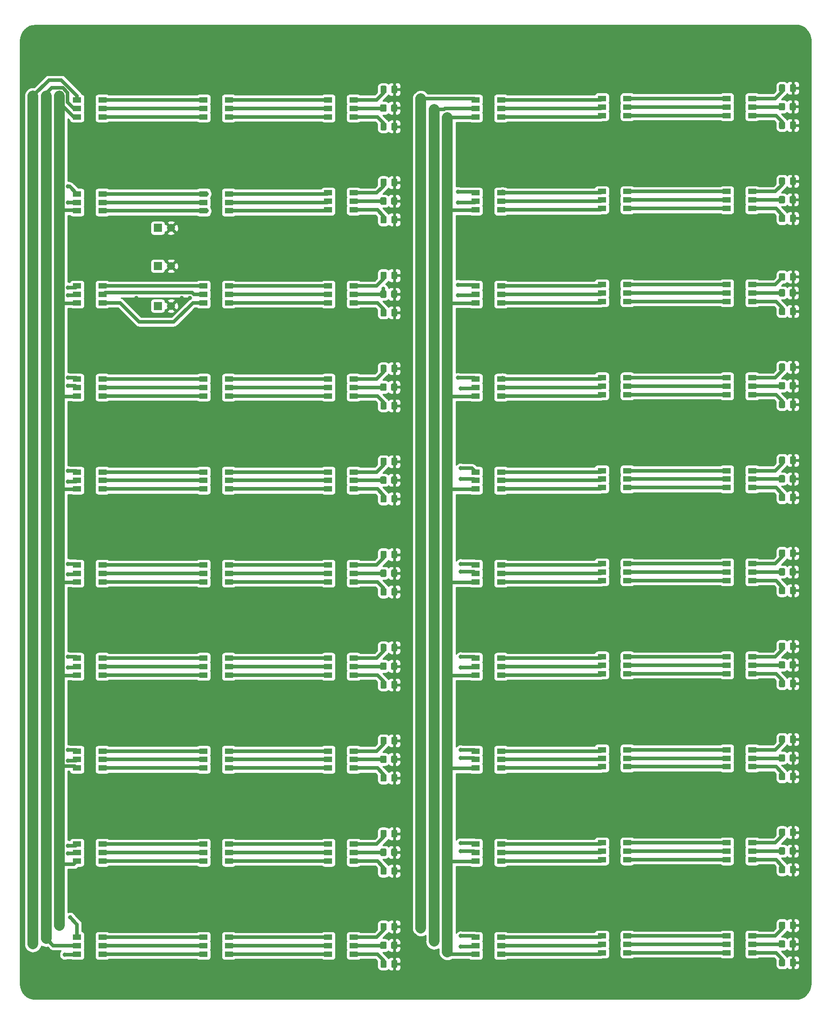
<source format=gbr>
G04 #@! TF.GenerationSoftware,KiCad,Pcbnew,(5.1.5)-3*
G04 #@! TF.CreationDate,2021-02-01T12:28:56+11:00*
G04 #@! TF.ProjectId,LED Array,4c454420-4172-4726-9179-2e6b69636164,rev?*
G04 #@! TF.SameCoordinates,Original*
G04 #@! TF.FileFunction,Copper,L1,Top*
G04 #@! TF.FilePolarity,Positive*
%FSLAX46Y46*%
G04 Gerber Fmt 4.6, Leading zero omitted, Abs format (unit mm)*
G04 Created by KiCad (PCBNEW (5.1.5)-3) date 2021-02-01 12:28:56*
%MOMM*%
%LPD*%
G04 APERTURE LIST*
%ADD10C,0.100000*%
%ADD11R,1.600000X1.000000*%
%ADD12R,1.508000X1.508000*%
%ADD13C,1.508000*%
%ADD14C,1.600000*%
%ADD15C,0.800000*%
%ADD16C,2.000000*%
%ADD17C,0.650000*%
%ADD18C,0.254000*%
G04 APERTURE END LIST*
G04 #@! TA.AperFunction,SMDPad,CuDef*
D10*
G36*
X277824505Y-223801204D02*
G01*
X277848773Y-223804804D01*
X277872572Y-223810765D01*
X277895671Y-223819030D01*
X277917850Y-223829520D01*
X277938893Y-223842132D01*
X277958599Y-223856747D01*
X277976777Y-223873223D01*
X277993253Y-223891401D01*
X278007868Y-223911107D01*
X278020480Y-223932150D01*
X278030970Y-223954329D01*
X278039235Y-223977428D01*
X278045196Y-224001227D01*
X278048796Y-224025495D01*
X278050000Y-224049999D01*
X278050000Y-224950001D01*
X278048796Y-224974505D01*
X278045196Y-224998773D01*
X278039235Y-225022572D01*
X278030970Y-225045671D01*
X278020480Y-225067850D01*
X278007868Y-225088893D01*
X277993253Y-225108599D01*
X277976777Y-225126777D01*
X277958599Y-225143253D01*
X277938893Y-225157868D01*
X277917850Y-225170480D01*
X277895671Y-225180970D01*
X277872572Y-225189235D01*
X277848773Y-225195196D01*
X277824505Y-225198796D01*
X277800001Y-225200000D01*
X277149999Y-225200000D01*
X277125495Y-225198796D01*
X277101227Y-225195196D01*
X277077428Y-225189235D01*
X277054329Y-225180970D01*
X277032150Y-225170480D01*
X277011107Y-225157868D01*
X276991401Y-225143253D01*
X276973223Y-225126777D01*
X276956747Y-225108599D01*
X276942132Y-225088893D01*
X276929520Y-225067850D01*
X276919030Y-225045671D01*
X276910765Y-225022572D01*
X276904804Y-224998773D01*
X276901204Y-224974505D01*
X276900000Y-224950001D01*
X276900000Y-224049999D01*
X276901204Y-224025495D01*
X276904804Y-224001227D01*
X276910765Y-223977428D01*
X276919030Y-223954329D01*
X276929520Y-223932150D01*
X276942132Y-223911107D01*
X276956747Y-223891401D01*
X276973223Y-223873223D01*
X276991401Y-223856747D01*
X277011107Y-223842132D01*
X277032150Y-223829520D01*
X277054329Y-223819030D01*
X277077428Y-223810765D01*
X277101227Y-223804804D01*
X277125495Y-223801204D01*
X277149999Y-223800000D01*
X277800001Y-223800000D01*
X277824505Y-223801204D01*
G37*
G04 #@! TD.AperFunction*
G04 #@! TA.AperFunction,SMDPad,CuDef*
G36*
X279874505Y-223801204D02*
G01*
X279898773Y-223804804D01*
X279922572Y-223810765D01*
X279945671Y-223819030D01*
X279967850Y-223829520D01*
X279988893Y-223842132D01*
X280008599Y-223856747D01*
X280026777Y-223873223D01*
X280043253Y-223891401D01*
X280057868Y-223911107D01*
X280070480Y-223932150D01*
X280080970Y-223954329D01*
X280089235Y-223977428D01*
X280095196Y-224001227D01*
X280098796Y-224025495D01*
X280100000Y-224049999D01*
X280100000Y-224950001D01*
X280098796Y-224974505D01*
X280095196Y-224998773D01*
X280089235Y-225022572D01*
X280080970Y-225045671D01*
X280070480Y-225067850D01*
X280057868Y-225088893D01*
X280043253Y-225108599D01*
X280026777Y-225126777D01*
X280008599Y-225143253D01*
X279988893Y-225157868D01*
X279967850Y-225170480D01*
X279945671Y-225180970D01*
X279922572Y-225189235D01*
X279898773Y-225195196D01*
X279874505Y-225198796D01*
X279850001Y-225200000D01*
X279199999Y-225200000D01*
X279175495Y-225198796D01*
X279151227Y-225195196D01*
X279127428Y-225189235D01*
X279104329Y-225180970D01*
X279082150Y-225170480D01*
X279061107Y-225157868D01*
X279041401Y-225143253D01*
X279023223Y-225126777D01*
X279006747Y-225108599D01*
X278992132Y-225088893D01*
X278979520Y-225067850D01*
X278969030Y-225045671D01*
X278960765Y-225022572D01*
X278954804Y-224998773D01*
X278951204Y-224974505D01*
X278950000Y-224950001D01*
X278950000Y-224049999D01*
X278951204Y-224025495D01*
X278954804Y-224001227D01*
X278960765Y-223977428D01*
X278969030Y-223954329D01*
X278979520Y-223932150D01*
X278992132Y-223911107D01*
X279006747Y-223891401D01*
X279023223Y-223873223D01*
X279041401Y-223856747D01*
X279061107Y-223842132D01*
X279082150Y-223829520D01*
X279104329Y-223819030D01*
X279127428Y-223810765D01*
X279151227Y-223804804D01*
X279175495Y-223801204D01*
X279199999Y-223800000D01*
X279850001Y-223800000D01*
X279874505Y-223801204D01*
G37*
G04 #@! TD.AperFunction*
G04 #@! TA.AperFunction,SMDPad,CuDef*
G36*
X202824505Y-224051204D02*
G01*
X202848773Y-224054804D01*
X202872572Y-224060765D01*
X202895671Y-224069030D01*
X202917850Y-224079520D01*
X202938893Y-224092132D01*
X202958599Y-224106747D01*
X202976777Y-224123223D01*
X202993253Y-224141401D01*
X203007868Y-224161107D01*
X203020480Y-224182150D01*
X203030970Y-224204329D01*
X203039235Y-224227428D01*
X203045196Y-224251227D01*
X203048796Y-224275495D01*
X203050000Y-224299999D01*
X203050000Y-225200001D01*
X203048796Y-225224505D01*
X203045196Y-225248773D01*
X203039235Y-225272572D01*
X203030970Y-225295671D01*
X203020480Y-225317850D01*
X203007868Y-225338893D01*
X202993253Y-225358599D01*
X202976777Y-225376777D01*
X202958599Y-225393253D01*
X202938893Y-225407868D01*
X202917850Y-225420480D01*
X202895671Y-225430970D01*
X202872572Y-225439235D01*
X202848773Y-225445196D01*
X202824505Y-225448796D01*
X202800001Y-225450000D01*
X202149999Y-225450000D01*
X202125495Y-225448796D01*
X202101227Y-225445196D01*
X202077428Y-225439235D01*
X202054329Y-225430970D01*
X202032150Y-225420480D01*
X202011107Y-225407868D01*
X201991401Y-225393253D01*
X201973223Y-225376777D01*
X201956747Y-225358599D01*
X201942132Y-225338893D01*
X201929520Y-225317850D01*
X201919030Y-225295671D01*
X201910765Y-225272572D01*
X201904804Y-225248773D01*
X201901204Y-225224505D01*
X201900000Y-225200001D01*
X201900000Y-224299999D01*
X201901204Y-224275495D01*
X201904804Y-224251227D01*
X201910765Y-224227428D01*
X201919030Y-224204329D01*
X201929520Y-224182150D01*
X201942132Y-224161107D01*
X201956747Y-224141401D01*
X201973223Y-224123223D01*
X201991401Y-224106747D01*
X202011107Y-224092132D01*
X202032150Y-224079520D01*
X202054329Y-224069030D01*
X202077428Y-224060765D01*
X202101227Y-224054804D01*
X202125495Y-224051204D01*
X202149999Y-224050000D01*
X202800001Y-224050000D01*
X202824505Y-224051204D01*
G37*
G04 #@! TD.AperFunction*
G04 #@! TA.AperFunction,SMDPad,CuDef*
G36*
X204874505Y-224051204D02*
G01*
X204898773Y-224054804D01*
X204922572Y-224060765D01*
X204945671Y-224069030D01*
X204967850Y-224079520D01*
X204988893Y-224092132D01*
X205008599Y-224106747D01*
X205026777Y-224123223D01*
X205043253Y-224141401D01*
X205057868Y-224161107D01*
X205070480Y-224182150D01*
X205080970Y-224204329D01*
X205089235Y-224227428D01*
X205095196Y-224251227D01*
X205098796Y-224275495D01*
X205100000Y-224299999D01*
X205100000Y-225200001D01*
X205098796Y-225224505D01*
X205095196Y-225248773D01*
X205089235Y-225272572D01*
X205080970Y-225295671D01*
X205070480Y-225317850D01*
X205057868Y-225338893D01*
X205043253Y-225358599D01*
X205026777Y-225376777D01*
X205008599Y-225393253D01*
X204988893Y-225407868D01*
X204967850Y-225420480D01*
X204945671Y-225430970D01*
X204922572Y-225439235D01*
X204898773Y-225445196D01*
X204874505Y-225448796D01*
X204850001Y-225450000D01*
X204199999Y-225450000D01*
X204175495Y-225448796D01*
X204151227Y-225445196D01*
X204127428Y-225439235D01*
X204104329Y-225430970D01*
X204082150Y-225420480D01*
X204061107Y-225407868D01*
X204041401Y-225393253D01*
X204023223Y-225376777D01*
X204006747Y-225358599D01*
X203992132Y-225338893D01*
X203979520Y-225317850D01*
X203969030Y-225295671D01*
X203960765Y-225272572D01*
X203954804Y-225248773D01*
X203951204Y-225224505D01*
X203950000Y-225200001D01*
X203950000Y-224299999D01*
X203951204Y-224275495D01*
X203954804Y-224251227D01*
X203960765Y-224227428D01*
X203969030Y-224204329D01*
X203979520Y-224182150D01*
X203992132Y-224161107D01*
X204006747Y-224141401D01*
X204023223Y-224123223D01*
X204041401Y-224106747D01*
X204061107Y-224092132D01*
X204082150Y-224079520D01*
X204104329Y-224069030D01*
X204127428Y-224060765D01*
X204151227Y-224054804D01*
X204175495Y-224051204D01*
X204199999Y-224050000D01*
X204850001Y-224050000D01*
X204874505Y-224051204D01*
G37*
G04 #@! TD.AperFunction*
G04 #@! TA.AperFunction,SMDPad,CuDef*
G36*
X277824505Y-206301204D02*
G01*
X277848773Y-206304804D01*
X277872572Y-206310765D01*
X277895671Y-206319030D01*
X277917850Y-206329520D01*
X277938893Y-206342132D01*
X277958599Y-206356747D01*
X277976777Y-206373223D01*
X277993253Y-206391401D01*
X278007868Y-206411107D01*
X278020480Y-206432150D01*
X278030970Y-206454329D01*
X278039235Y-206477428D01*
X278045196Y-206501227D01*
X278048796Y-206525495D01*
X278050000Y-206549999D01*
X278050000Y-207450001D01*
X278048796Y-207474505D01*
X278045196Y-207498773D01*
X278039235Y-207522572D01*
X278030970Y-207545671D01*
X278020480Y-207567850D01*
X278007868Y-207588893D01*
X277993253Y-207608599D01*
X277976777Y-207626777D01*
X277958599Y-207643253D01*
X277938893Y-207657868D01*
X277917850Y-207670480D01*
X277895671Y-207680970D01*
X277872572Y-207689235D01*
X277848773Y-207695196D01*
X277824505Y-207698796D01*
X277800001Y-207700000D01*
X277149999Y-207700000D01*
X277125495Y-207698796D01*
X277101227Y-207695196D01*
X277077428Y-207689235D01*
X277054329Y-207680970D01*
X277032150Y-207670480D01*
X277011107Y-207657868D01*
X276991401Y-207643253D01*
X276973223Y-207626777D01*
X276956747Y-207608599D01*
X276942132Y-207588893D01*
X276929520Y-207567850D01*
X276919030Y-207545671D01*
X276910765Y-207522572D01*
X276904804Y-207498773D01*
X276901204Y-207474505D01*
X276900000Y-207450001D01*
X276900000Y-206549999D01*
X276901204Y-206525495D01*
X276904804Y-206501227D01*
X276910765Y-206477428D01*
X276919030Y-206454329D01*
X276929520Y-206432150D01*
X276942132Y-206411107D01*
X276956747Y-206391401D01*
X276973223Y-206373223D01*
X276991401Y-206356747D01*
X277011107Y-206342132D01*
X277032150Y-206329520D01*
X277054329Y-206319030D01*
X277077428Y-206310765D01*
X277101227Y-206304804D01*
X277125495Y-206301204D01*
X277149999Y-206300000D01*
X277800001Y-206300000D01*
X277824505Y-206301204D01*
G37*
G04 #@! TD.AperFunction*
G04 #@! TA.AperFunction,SMDPad,CuDef*
G36*
X279874505Y-206301204D02*
G01*
X279898773Y-206304804D01*
X279922572Y-206310765D01*
X279945671Y-206319030D01*
X279967850Y-206329520D01*
X279988893Y-206342132D01*
X280008599Y-206356747D01*
X280026777Y-206373223D01*
X280043253Y-206391401D01*
X280057868Y-206411107D01*
X280070480Y-206432150D01*
X280080970Y-206454329D01*
X280089235Y-206477428D01*
X280095196Y-206501227D01*
X280098796Y-206525495D01*
X280100000Y-206549999D01*
X280100000Y-207450001D01*
X280098796Y-207474505D01*
X280095196Y-207498773D01*
X280089235Y-207522572D01*
X280080970Y-207545671D01*
X280070480Y-207567850D01*
X280057868Y-207588893D01*
X280043253Y-207608599D01*
X280026777Y-207626777D01*
X280008599Y-207643253D01*
X279988893Y-207657868D01*
X279967850Y-207670480D01*
X279945671Y-207680970D01*
X279922572Y-207689235D01*
X279898773Y-207695196D01*
X279874505Y-207698796D01*
X279850001Y-207700000D01*
X279199999Y-207700000D01*
X279175495Y-207698796D01*
X279151227Y-207695196D01*
X279127428Y-207689235D01*
X279104329Y-207680970D01*
X279082150Y-207670480D01*
X279061107Y-207657868D01*
X279041401Y-207643253D01*
X279023223Y-207626777D01*
X279006747Y-207608599D01*
X278992132Y-207588893D01*
X278979520Y-207567850D01*
X278969030Y-207545671D01*
X278960765Y-207522572D01*
X278954804Y-207498773D01*
X278951204Y-207474505D01*
X278950000Y-207450001D01*
X278950000Y-206549999D01*
X278951204Y-206525495D01*
X278954804Y-206501227D01*
X278960765Y-206477428D01*
X278969030Y-206454329D01*
X278979520Y-206432150D01*
X278992132Y-206411107D01*
X279006747Y-206391401D01*
X279023223Y-206373223D01*
X279041401Y-206356747D01*
X279061107Y-206342132D01*
X279082150Y-206329520D01*
X279104329Y-206319030D01*
X279127428Y-206310765D01*
X279151227Y-206304804D01*
X279175495Y-206301204D01*
X279199999Y-206300000D01*
X279850001Y-206300000D01*
X279874505Y-206301204D01*
G37*
G04 #@! TD.AperFunction*
G04 #@! TA.AperFunction,SMDPad,CuDef*
G36*
X202824505Y-206551204D02*
G01*
X202848773Y-206554804D01*
X202872572Y-206560765D01*
X202895671Y-206569030D01*
X202917850Y-206579520D01*
X202938893Y-206592132D01*
X202958599Y-206606747D01*
X202976777Y-206623223D01*
X202993253Y-206641401D01*
X203007868Y-206661107D01*
X203020480Y-206682150D01*
X203030970Y-206704329D01*
X203039235Y-206727428D01*
X203045196Y-206751227D01*
X203048796Y-206775495D01*
X203050000Y-206799999D01*
X203050000Y-207700001D01*
X203048796Y-207724505D01*
X203045196Y-207748773D01*
X203039235Y-207772572D01*
X203030970Y-207795671D01*
X203020480Y-207817850D01*
X203007868Y-207838893D01*
X202993253Y-207858599D01*
X202976777Y-207876777D01*
X202958599Y-207893253D01*
X202938893Y-207907868D01*
X202917850Y-207920480D01*
X202895671Y-207930970D01*
X202872572Y-207939235D01*
X202848773Y-207945196D01*
X202824505Y-207948796D01*
X202800001Y-207950000D01*
X202149999Y-207950000D01*
X202125495Y-207948796D01*
X202101227Y-207945196D01*
X202077428Y-207939235D01*
X202054329Y-207930970D01*
X202032150Y-207920480D01*
X202011107Y-207907868D01*
X201991401Y-207893253D01*
X201973223Y-207876777D01*
X201956747Y-207858599D01*
X201942132Y-207838893D01*
X201929520Y-207817850D01*
X201919030Y-207795671D01*
X201910765Y-207772572D01*
X201904804Y-207748773D01*
X201901204Y-207724505D01*
X201900000Y-207700001D01*
X201900000Y-206799999D01*
X201901204Y-206775495D01*
X201904804Y-206751227D01*
X201910765Y-206727428D01*
X201919030Y-206704329D01*
X201929520Y-206682150D01*
X201942132Y-206661107D01*
X201956747Y-206641401D01*
X201973223Y-206623223D01*
X201991401Y-206606747D01*
X202011107Y-206592132D01*
X202032150Y-206579520D01*
X202054329Y-206569030D01*
X202077428Y-206560765D01*
X202101227Y-206554804D01*
X202125495Y-206551204D01*
X202149999Y-206550000D01*
X202800001Y-206550000D01*
X202824505Y-206551204D01*
G37*
G04 #@! TD.AperFunction*
G04 #@! TA.AperFunction,SMDPad,CuDef*
G36*
X204874505Y-206551204D02*
G01*
X204898773Y-206554804D01*
X204922572Y-206560765D01*
X204945671Y-206569030D01*
X204967850Y-206579520D01*
X204988893Y-206592132D01*
X205008599Y-206606747D01*
X205026777Y-206623223D01*
X205043253Y-206641401D01*
X205057868Y-206661107D01*
X205070480Y-206682150D01*
X205080970Y-206704329D01*
X205089235Y-206727428D01*
X205095196Y-206751227D01*
X205098796Y-206775495D01*
X205100000Y-206799999D01*
X205100000Y-207700001D01*
X205098796Y-207724505D01*
X205095196Y-207748773D01*
X205089235Y-207772572D01*
X205080970Y-207795671D01*
X205070480Y-207817850D01*
X205057868Y-207838893D01*
X205043253Y-207858599D01*
X205026777Y-207876777D01*
X205008599Y-207893253D01*
X204988893Y-207907868D01*
X204967850Y-207920480D01*
X204945671Y-207930970D01*
X204922572Y-207939235D01*
X204898773Y-207945196D01*
X204874505Y-207948796D01*
X204850001Y-207950000D01*
X204199999Y-207950000D01*
X204175495Y-207948796D01*
X204151227Y-207945196D01*
X204127428Y-207939235D01*
X204104329Y-207930970D01*
X204082150Y-207920480D01*
X204061107Y-207907868D01*
X204041401Y-207893253D01*
X204023223Y-207876777D01*
X204006747Y-207858599D01*
X203992132Y-207838893D01*
X203979520Y-207817850D01*
X203969030Y-207795671D01*
X203960765Y-207772572D01*
X203954804Y-207748773D01*
X203951204Y-207724505D01*
X203950000Y-207700001D01*
X203950000Y-206799999D01*
X203951204Y-206775495D01*
X203954804Y-206751227D01*
X203960765Y-206727428D01*
X203969030Y-206704329D01*
X203979520Y-206682150D01*
X203992132Y-206661107D01*
X204006747Y-206641401D01*
X204023223Y-206623223D01*
X204041401Y-206606747D01*
X204061107Y-206592132D01*
X204082150Y-206579520D01*
X204104329Y-206569030D01*
X204127428Y-206560765D01*
X204151227Y-206554804D01*
X204175495Y-206551204D01*
X204199999Y-206550000D01*
X204850001Y-206550000D01*
X204874505Y-206551204D01*
G37*
G04 #@! TD.AperFunction*
G04 #@! TA.AperFunction,SMDPad,CuDef*
G36*
X277824505Y-188801204D02*
G01*
X277848773Y-188804804D01*
X277872572Y-188810765D01*
X277895671Y-188819030D01*
X277917850Y-188829520D01*
X277938893Y-188842132D01*
X277958599Y-188856747D01*
X277976777Y-188873223D01*
X277993253Y-188891401D01*
X278007868Y-188911107D01*
X278020480Y-188932150D01*
X278030970Y-188954329D01*
X278039235Y-188977428D01*
X278045196Y-189001227D01*
X278048796Y-189025495D01*
X278050000Y-189049999D01*
X278050000Y-189950001D01*
X278048796Y-189974505D01*
X278045196Y-189998773D01*
X278039235Y-190022572D01*
X278030970Y-190045671D01*
X278020480Y-190067850D01*
X278007868Y-190088893D01*
X277993253Y-190108599D01*
X277976777Y-190126777D01*
X277958599Y-190143253D01*
X277938893Y-190157868D01*
X277917850Y-190170480D01*
X277895671Y-190180970D01*
X277872572Y-190189235D01*
X277848773Y-190195196D01*
X277824505Y-190198796D01*
X277800001Y-190200000D01*
X277149999Y-190200000D01*
X277125495Y-190198796D01*
X277101227Y-190195196D01*
X277077428Y-190189235D01*
X277054329Y-190180970D01*
X277032150Y-190170480D01*
X277011107Y-190157868D01*
X276991401Y-190143253D01*
X276973223Y-190126777D01*
X276956747Y-190108599D01*
X276942132Y-190088893D01*
X276929520Y-190067850D01*
X276919030Y-190045671D01*
X276910765Y-190022572D01*
X276904804Y-189998773D01*
X276901204Y-189974505D01*
X276900000Y-189950001D01*
X276900000Y-189049999D01*
X276901204Y-189025495D01*
X276904804Y-189001227D01*
X276910765Y-188977428D01*
X276919030Y-188954329D01*
X276929520Y-188932150D01*
X276942132Y-188911107D01*
X276956747Y-188891401D01*
X276973223Y-188873223D01*
X276991401Y-188856747D01*
X277011107Y-188842132D01*
X277032150Y-188829520D01*
X277054329Y-188819030D01*
X277077428Y-188810765D01*
X277101227Y-188804804D01*
X277125495Y-188801204D01*
X277149999Y-188800000D01*
X277800001Y-188800000D01*
X277824505Y-188801204D01*
G37*
G04 #@! TD.AperFunction*
G04 #@! TA.AperFunction,SMDPad,CuDef*
G36*
X279874505Y-188801204D02*
G01*
X279898773Y-188804804D01*
X279922572Y-188810765D01*
X279945671Y-188819030D01*
X279967850Y-188829520D01*
X279988893Y-188842132D01*
X280008599Y-188856747D01*
X280026777Y-188873223D01*
X280043253Y-188891401D01*
X280057868Y-188911107D01*
X280070480Y-188932150D01*
X280080970Y-188954329D01*
X280089235Y-188977428D01*
X280095196Y-189001227D01*
X280098796Y-189025495D01*
X280100000Y-189049999D01*
X280100000Y-189950001D01*
X280098796Y-189974505D01*
X280095196Y-189998773D01*
X280089235Y-190022572D01*
X280080970Y-190045671D01*
X280070480Y-190067850D01*
X280057868Y-190088893D01*
X280043253Y-190108599D01*
X280026777Y-190126777D01*
X280008599Y-190143253D01*
X279988893Y-190157868D01*
X279967850Y-190170480D01*
X279945671Y-190180970D01*
X279922572Y-190189235D01*
X279898773Y-190195196D01*
X279874505Y-190198796D01*
X279850001Y-190200000D01*
X279199999Y-190200000D01*
X279175495Y-190198796D01*
X279151227Y-190195196D01*
X279127428Y-190189235D01*
X279104329Y-190180970D01*
X279082150Y-190170480D01*
X279061107Y-190157868D01*
X279041401Y-190143253D01*
X279023223Y-190126777D01*
X279006747Y-190108599D01*
X278992132Y-190088893D01*
X278979520Y-190067850D01*
X278969030Y-190045671D01*
X278960765Y-190022572D01*
X278954804Y-189998773D01*
X278951204Y-189974505D01*
X278950000Y-189950001D01*
X278950000Y-189049999D01*
X278951204Y-189025495D01*
X278954804Y-189001227D01*
X278960765Y-188977428D01*
X278969030Y-188954329D01*
X278979520Y-188932150D01*
X278992132Y-188911107D01*
X279006747Y-188891401D01*
X279023223Y-188873223D01*
X279041401Y-188856747D01*
X279061107Y-188842132D01*
X279082150Y-188829520D01*
X279104329Y-188819030D01*
X279127428Y-188810765D01*
X279151227Y-188804804D01*
X279175495Y-188801204D01*
X279199999Y-188800000D01*
X279850001Y-188800000D01*
X279874505Y-188801204D01*
G37*
G04 #@! TD.AperFunction*
G04 #@! TA.AperFunction,SMDPad,CuDef*
G36*
X202824505Y-189051204D02*
G01*
X202848773Y-189054804D01*
X202872572Y-189060765D01*
X202895671Y-189069030D01*
X202917850Y-189079520D01*
X202938893Y-189092132D01*
X202958599Y-189106747D01*
X202976777Y-189123223D01*
X202993253Y-189141401D01*
X203007868Y-189161107D01*
X203020480Y-189182150D01*
X203030970Y-189204329D01*
X203039235Y-189227428D01*
X203045196Y-189251227D01*
X203048796Y-189275495D01*
X203050000Y-189299999D01*
X203050000Y-190200001D01*
X203048796Y-190224505D01*
X203045196Y-190248773D01*
X203039235Y-190272572D01*
X203030970Y-190295671D01*
X203020480Y-190317850D01*
X203007868Y-190338893D01*
X202993253Y-190358599D01*
X202976777Y-190376777D01*
X202958599Y-190393253D01*
X202938893Y-190407868D01*
X202917850Y-190420480D01*
X202895671Y-190430970D01*
X202872572Y-190439235D01*
X202848773Y-190445196D01*
X202824505Y-190448796D01*
X202800001Y-190450000D01*
X202149999Y-190450000D01*
X202125495Y-190448796D01*
X202101227Y-190445196D01*
X202077428Y-190439235D01*
X202054329Y-190430970D01*
X202032150Y-190420480D01*
X202011107Y-190407868D01*
X201991401Y-190393253D01*
X201973223Y-190376777D01*
X201956747Y-190358599D01*
X201942132Y-190338893D01*
X201929520Y-190317850D01*
X201919030Y-190295671D01*
X201910765Y-190272572D01*
X201904804Y-190248773D01*
X201901204Y-190224505D01*
X201900000Y-190200001D01*
X201900000Y-189299999D01*
X201901204Y-189275495D01*
X201904804Y-189251227D01*
X201910765Y-189227428D01*
X201919030Y-189204329D01*
X201929520Y-189182150D01*
X201942132Y-189161107D01*
X201956747Y-189141401D01*
X201973223Y-189123223D01*
X201991401Y-189106747D01*
X202011107Y-189092132D01*
X202032150Y-189079520D01*
X202054329Y-189069030D01*
X202077428Y-189060765D01*
X202101227Y-189054804D01*
X202125495Y-189051204D01*
X202149999Y-189050000D01*
X202800001Y-189050000D01*
X202824505Y-189051204D01*
G37*
G04 #@! TD.AperFunction*
G04 #@! TA.AperFunction,SMDPad,CuDef*
G36*
X204874505Y-189051204D02*
G01*
X204898773Y-189054804D01*
X204922572Y-189060765D01*
X204945671Y-189069030D01*
X204967850Y-189079520D01*
X204988893Y-189092132D01*
X205008599Y-189106747D01*
X205026777Y-189123223D01*
X205043253Y-189141401D01*
X205057868Y-189161107D01*
X205070480Y-189182150D01*
X205080970Y-189204329D01*
X205089235Y-189227428D01*
X205095196Y-189251227D01*
X205098796Y-189275495D01*
X205100000Y-189299999D01*
X205100000Y-190200001D01*
X205098796Y-190224505D01*
X205095196Y-190248773D01*
X205089235Y-190272572D01*
X205080970Y-190295671D01*
X205070480Y-190317850D01*
X205057868Y-190338893D01*
X205043253Y-190358599D01*
X205026777Y-190376777D01*
X205008599Y-190393253D01*
X204988893Y-190407868D01*
X204967850Y-190420480D01*
X204945671Y-190430970D01*
X204922572Y-190439235D01*
X204898773Y-190445196D01*
X204874505Y-190448796D01*
X204850001Y-190450000D01*
X204199999Y-190450000D01*
X204175495Y-190448796D01*
X204151227Y-190445196D01*
X204127428Y-190439235D01*
X204104329Y-190430970D01*
X204082150Y-190420480D01*
X204061107Y-190407868D01*
X204041401Y-190393253D01*
X204023223Y-190376777D01*
X204006747Y-190358599D01*
X203992132Y-190338893D01*
X203979520Y-190317850D01*
X203969030Y-190295671D01*
X203960765Y-190272572D01*
X203954804Y-190248773D01*
X203951204Y-190224505D01*
X203950000Y-190200001D01*
X203950000Y-189299999D01*
X203951204Y-189275495D01*
X203954804Y-189251227D01*
X203960765Y-189227428D01*
X203969030Y-189204329D01*
X203979520Y-189182150D01*
X203992132Y-189161107D01*
X204006747Y-189141401D01*
X204023223Y-189123223D01*
X204041401Y-189106747D01*
X204061107Y-189092132D01*
X204082150Y-189079520D01*
X204104329Y-189069030D01*
X204127428Y-189060765D01*
X204151227Y-189054804D01*
X204175495Y-189051204D01*
X204199999Y-189050000D01*
X204850001Y-189050000D01*
X204874505Y-189051204D01*
G37*
G04 #@! TD.AperFunction*
G04 #@! TA.AperFunction,SMDPad,CuDef*
G36*
X277824505Y-171301204D02*
G01*
X277848773Y-171304804D01*
X277872572Y-171310765D01*
X277895671Y-171319030D01*
X277917850Y-171329520D01*
X277938893Y-171342132D01*
X277958599Y-171356747D01*
X277976777Y-171373223D01*
X277993253Y-171391401D01*
X278007868Y-171411107D01*
X278020480Y-171432150D01*
X278030970Y-171454329D01*
X278039235Y-171477428D01*
X278045196Y-171501227D01*
X278048796Y-171525495D01*
X278050000Y-171549999D01*
X278050000Y-172450001D01*
X278048796Y-172474505D01*
X278045196Y-172498773D01*
X278039235Y-172522572D01*
X278030970Y-172545671D01*
X278020480Y-172567850D01*
X278007868Y-172588893D01*
X277993253Y-172608599D01*
X277976777Y-172626777D01*
X277958599Y-172643253D01*
X277938893Y-172657868D01*
X277917850Y-172670480D01*
X277895671Y-172680970D01*
X277872572Y-172689235D01*
X277848773Y-172695196D01*
X277824505Y-172698796D01*
X277800001Y-172700000D01*
X277149999Y-172700000D01*
X277125495Y-172698796D01*
X277101227Y-172695196D01*
X277077428Y-172689235D01*
X277054329Y-172680970D01*
X277032150Y-172670480D01*
X277011107Y-172657868D01*
X276991401Y-172643253D01*
X276973223Y-172626777D01*
X276956747Y-172608599D01*
X276942132Y-172588893D01*
X276929520Y-172567850D01*
X276919030Y-172545671D01*
X276910765Y-172522572D01*
X276904804Y-172498773D01*
X276901204Y-172474505D01*
X276900000Y-172450001D01*
X276900000Y-171549999D01*
X276901204Y-171525495D01*
X276904804Y-171501227D01*
X276910765Y-171477428D01*
X276919030Y-171454329D01*
X276929520Y-171432150D01*
X276942132Y-171411107D01*
X276956747Y-171391401D01*
X276973223Y-171373223D01*
X276991401Y-171356747D01*
X277011107Y-171342132D01*
X277032150Y-171329520D01*
X277054329Y-171319030D01*
X277077428Y-171310765D01*
X277101227Y-171304804D01*
X277125495Y-171301204D01*
X277149999Y-171300000D01*
X277800001Y-171300000D01*
X277824505Y-171301204D01*
G37*
G04 #@! TD.AperFunction*
G04 #@! TA.AperFunction,SMDPad,CuDef*
G36*
X279874505Y-171301204D02*
G01*
X279898773Y-171304804D01*
X279922572Y-171310765D01*
X279945671Y-171319030D01*
X279967850Y-171329520D01*
X279988893Y-171342132D01*
X280008599Y-171356747D01*
X280026777Y-171373223D01*
X280043253Y-171391401D01*
X280057868Y-171411107D01*
X280070480Y-171432150D01*
X280080970Y-171454329D01*
X280089235Y-171477428D01*
X280095196Y-171501227D01*
X280098796Y-171525495D01*
X280100000Y-171549999D01*
X280100000Y-172450001D01*
X280098796Y-172474505D01*
X280095196Y-172498773D01*
X280089235Y-172522572D01*
X280080970Y-172545671D01*
X280070480Y-172567850D01*
X280057868Y-172588893D01*
X280043253Y-172608599D01*
X280026777Y-172626777D01*
X280008599Y-172643253D01*
X279988893Y-172657868D01*
X279967850Y-172670480D01*
X279945671Y-172680970D01*
X279922572Y-172689235D01*
X279898773Y-172695196D01*
X279874505Y-172698796D01*
X279850001Y-172700000D01*
X279199999Y-172700000D01*
X279175495Y-172698796D01*
X279151227Y-172695196D01*
X279127428Y-172689235D01*
X279104329Y-172680970D01*
X279082150Y-172670480D01*
X279061107Y-172657868D01*
X279041401Y-172643253D01*
X279023223Y-172626777D01*
X279006747Y-172608599D01*
X278992132Y-172588893D01*
X278979520Y-172567850D01*
X278969030Y-172545671D01*
X278960765Y-172522572D01*
X278954804Y-172498773D01*
X278951204Y-172474505D01*
X278950000Y-172450001D01*
X278950000Y-171549999D01*
X278951204Y-171525495D01*
X278954804Y-171501227D01*
X278960765Y-171477428D01*
X278969030Y-171454329D01*
X278979520Y-171432150D01*
X278992132Y-171411107D01*
X279006747Y-171391401D01*
X279023223Y-171373223D01*
X279041401Y-171356747D01*
X279061107Y-171342132D01*
X279082150Y-171329520D01*
X279104329Y-171319030D01*
X279127428Y-171310765D01*
X279151227Y-171304804D01*
X279175495Y-171301204D01*
X279199999Y-171300000D01*
X279850001Y-171300000D01*
X279874505Y-171301204D01*
G37*
G04 #@! TD.AperFunction*
G04 #@! TA.AperFunction,SMDPad,CuDef*
G36*
X202824505Y-171551204D02*
G01*
X202848773Y-171554804D01*
X202872572Y-171560765D01*
X202895671Y-171569030D01*
X202917850Y-171579520D01*
X202938893Y-171592132D01*
X202958599Y-171606747D01*
X202976777Y-171623223D01*
X202993253Y-171641401D01*
X203007868Y-171661107D01*
X203020480Y-171682150D01*
X203030970Y-171704329D01*
X203039235Y-171727428D01*
X203045196Y-171751227D01*
X203048796Y-171775495D01*
X203050000Y-171799999D01*
X203050000Y-172700001D01*
X203048796Y-172724505D01*
X203045196Y-172748773D01*
X203039235Y-172772572D01*
X203030970Y-172795671D01*
X203020480Y-172817850D01*
X203007868Y-172838893D01*
X202993253Y-172858599D01*
X202976777Y-172876777D01*
X202958599Y-172893253D01*
X202938893Y-172907868D01*
X202917850Y-172920480D01*
X202895671Y-172930970D01*
X202872572Y-172939235D01*
X202848773Y-172945196D01*
X202824505Y-172948796D01*
X202800001Y-172950000D01*
X202149999Y-172950000D01*
X202125495Y-172948796D01*
X202101227Y-172945196D01*
X202077428Y-172939235D01*
X202054329Y-172930970D01*
X202032150Y-172920480D01*
X202011107Y-172907868D01*
X201991401Y-172893253D01*
X201973223Y-172876777D01*
X201956747Y-172858599D01*
X201942132Y-172838893D01*
X201929520Y-172817850D01*
X201919030Y-172795671D01*
X201910765Y-172772572D01*
X201904804Y-172748773D01*
X201901204Y-172724505D01*
X201900000Y-172700001D01*
X201900000Y-171799999D01*
X201901204Y-171775495D01*
X201904804Y-171751227D01*
X201910765Y-171727428D01*
X201919030Y-171704329D01*
X201929520Y-171682150D01*
X201942132Y-171661107D01*
X201956747Y-171641401D01*
X201973223Y-171623223D01*
X201991401Y-171606747D01*
X202011107Y-171592132D01*
X202032150Y-171579520D01*
X202054329Y-171569030D01*
X202077428Y-171560765D01*
X202101227Y-171554804D01*
X202125495Y-171551204D01*
X202149999Y-171550000D01*
X202800001Y-171550000D01*
X202824505Y-171551204D01*
G37*
G04 #@! TD.AperFunction*
G04 #@! TA.AperFunction,SMDPad,CuDef*
G36*
X204874505Y-171551204D02*
G01*
X204898773Y-171554804D01*
X204922572Y-171560765D01*
X204945671Y-171569030D01*
X204967850Y-171579520D01*
X204988893Y-171592132D01*
X205008599Y-171606747D01*
X205026777Y-171623223D01*
X205043253Y-171641401D01*
X205057868Y-171661107D01*
X205070480Y-171682150D01*
X205080970Y-171704329D01*
X205089235Y-171727428D01*
X205095196Y-171751227D01*
X205098796Y-171775495D01*
X205100000Y-171799999D01*
X205100000Y-172700001D01*
X205098796Y-172724505D01*
X205095196Y-172748773D01*
X205089235Y-172772572D01*
X205080970Y-172795671D01*
X205070480Y-172817850D01*
X205057868Y-172838893D01*
X205043253Y-172858599D01*
X205026777Y-172876777D01*
X205008599Y-172893253D01*
X204988893Y-172907868D01*
X204967850Y-172920480D01*
X204945671Y-172930970D01*
X204922572Y-172939235D01*
X204898773Y-172945196D01*
X204874505Y-172948796D01*
X204850001Y-172950000D01*
X204199999Y-172950000D01*
X204175495Y-172948796D01*
X204151227Y-172945196D01*
X204127428Y-172939235D01*
X204104329Y-172930970D01*
X204082150Y-172920480D01*
X204061107Y-172907868D01*
X204041401Y-172893253D01*
X204023223Y-172876777D01*
X204006747Y-172858599D01*
X203992132Y-172838893D01*
X203979520Y-172817850D01*
X203969030Y-172795671D01*
X203960765Y-172772572D01*
X203954804Y-172748773D01*
X203951204Y-172724505D01*
X203950000Y-172700001D01*
X203950000Y-171799999D01*
X203951204Y-171775495D01*
X203954804Y-171751227D01*
X203960765Y-171727428D01*
X203969030Y-171704329D01*
X203979520Y-171682150D01*
X203992132Y-171661107D01*
X204006747Y-171641401D01*
X204023223Y-171623223D01*
X204041401Y-171606747D01*
X204061107Y-171592132D01*
X204082150Y-171579520D01*
X204104329Y-171569030D01*
X204127428Y-171560765D01*
X204151227Y-171554804D01*
X204175495Y-171551204D01*
X204199999Y-171550000D01*
X204850001Y-171550000D01*
X204874505Y-171551204D01*
G37*
G04 #@! TD.AperFunction*
G04 #@! TA.AperFunction,SMDPad,CuDef*
G36*
X277824505Y-153801204D02*
G01*
X277848773Y-153804804D01*
X277872572Y-153810765D01*
X277895671Y-153819030D01*
X277917850Y-153829520D01*
X277938893Y-153842132D01*
X277958599Y-153856747D01*
X277976777Y-153873223D01*
X277993253Y-153891401D01*
X278007868Y-153911107D01*
X278020480Y-153932150D01*
X278030970Y-153954329D01*
X278039235Y-153977428D01*
X278045196Y-154001227D01*
X278048796Y-154025495D01*
X278050000Y-154049999D01*
X278050000Y-154950001D01*
X278048796Y-154974505D01*
X278045196Y-154998773D01*
X278039235Y-155022572D01*
X278030970Y-155045671D01*
X278020480Y-155067850D01*
X278007868Y-155088893D01*
X277993253Y-155108599D01*
X277976777Y-155126777D01*
X277958599Y-155143253D01*
X277938893Y-155157868D01*
X277917850Y-155170480D01*
X277895671Y-155180970D01*
X277872572Y-155189235D01*
X277848773Y-155195196D01*
X277824505Y-155198796D01*
X277800001Y-155200000D01*
X277149999Y-155200000D01*
X277125495Y-155198796D01*
X277101227Y-155195196D01*
X277077428Y-155189235D01*
X277054329Y-155180970D01*
X277032150Y-155170480D01*
X277011107Y-155157868D01*
X276991401Y-155143253D01*
X276973223Y-155126777D01*
X276956747Y-155108599D01*
X276942132Y-155088893D01*
X276929520Y-155067850D01*
X276919030Y-155045671D01*
X276910765Y-155022572D01*
X276904804Y-154998773D01*
X276901204Y-154974505D01*
X276900000Y-154950001D01*
X276900000Y-154049999D01*
X276901204Y-154025495D01*
X276904804Y-154001227D01*
X276910765Y-153977428D01*
X276919030Y-153954329D01*
X276929520Y-153932150D01*
X276942132Y-153911107D01*
X276956747Y-153891401D01*
X276973223Y-153873223D01*
X276991401Y-153856747D01*
X277011107Y-153842132D01*
X277032150Y-153829520D01*
X277054329Y-153819030D01*
X277077428Y-153810765D01*
X277101227Y-153804804D01*
X277125495Y-153801204D01*
X277149999Y-153800000D01*
X277800001Y-153800000D01*
X277824505Y-153801204D01*
G37*
G04 #@! TD.AperFunction*
G04 #@! TA.AperFunction,SMDPad,CuDef*
G36*
X279874505Y-153801204D02*
G01*
X279898773Y-153804804D01*
X279922572Y-153810765D01*
X279945671Y-153819030D01*
X279967850Y-153829520D01*
X279988893Y-153842132D01*
X280008599Y-153856747D01*
X280026777Y-153873223D01*
X280043253Y-153891401D01*
X280057868Y-153911107D01*
X280070480Y-153932150D01*
X280080970Y-153954329D01*
X280089235Y-153977428D01*
X280095196Y-154001227D01*
X280098796Y-154025495D01*
X280100000Y-154049999D01*
X280100000Y-154950001D01*
X280098796Y-154974505D01*
X280095196Y-154998773D01*
X280089235Y-155022572D01*
X280080970Y-155045671D01*
X280070480Y-155067850D01*
X280057868Y-155088893D01*
X280043253Y-155108599D01*
X280026777Y-155126777D01*
X280008599Y-155143253D01*
X279988893Y-155157868D01*
X279967850Y-155170480D01*
X279945671Y-155180970D01*
X279922572Y-155189235D01*
X279898773Y-155195196D01*
X279874505Y-155198796D01*
X279850001Y-155200000D01*
X279199999Y-155200000D01*
X279175495Y-155198796D01*
X279151227Y-155195196D01*
X279127428Y-155189235D01*
X279104329Y-155180970D01*
X279082150Y-155170480D01*
X279061107Y-155157868D01*
X279041401Y-155143253D01*
X279023223Y-155126777D01*
X279006747Y-155108599D01*
X278992132Y-155088893D01*
X278979520Y-155067850D01*
X278969030Y-155045671D01*
X278960765Y-155022572D01*
X278954804Y-154998773D01*
X278951204Y-154974505D01*
X278950000Y-154950001D01*
X278950000Y-154049999D01*
X278951204Y-154025495D01*
X278954804Y-154001227D01*
X278960765Y-153977428D01*
X278969030Y-153954329D01*
X278979520Y-153932150D01*
X278992132Y-153911107D01*
X279006747Y-153891401D01*
X279023223Y-153873223D01*
X279041401Y-153856747D01*
X279061107Y-153842132D01*
X279082150Y-153829520D01*
X279104329Y-153819030D01*
X279127428Y-153810765D01*
X279151227Y-153804804D01*
X279175495Y-153801204D01*
X279199999Y-153800000D01*
X279850001Y-153800000D01*
X279874505Y-153801204D01*
G37*
G04 #@! TD.AperFunction*
G04 #@! TA.AperFunction,SMDPad,CuDef*
G36*
X202824505Y-154051204D02*
G01*
X202848773Y-154054804D01*
X202872572Y-154060765D01*
X202895671Y-154069030D01*
X202917850Y-154079520D01*
X202938893Y-154092132D01*
X202958599Y-154106747D01*
X202976777Y-154123223D01*
X202993253Y-154141401D01*
X203007868Y-154161107D01*
X203020480Y-154182150D01*
X203030970Y-154204329D01*
X203039235Y-154227428D01*
X203045196Y-154251227D01*
X203048796Y-154275495D01*
X203050000Y-154299999D01*
X203050000Y-155200001D01*
X203048796Y-155224505D01*
X203045196Y-155248773D01*
X203039235Y-155272572D01*
X203030970Y-155295671D01*
X203020480Y-155317850D01*
X203007868Y-155338893D01*
X202993253Y-155358599D01*
X202976777Y-155376777D01*
X202958599Y-155393253D01*
X202938893Y-155407868D01*
X202917850Y-155420480D01*
X202895671Y-155430970D01*
X202872572Y-155439235D01*
X202848773Y-155445196D01*
X202824505Y-155448796D01*
X202800001Y-155450000D01*
X202149999Y-155450000D01*
X202125495Y-155448796D01*
X202101227Y-155445196D01*
X202077428Y-155439235D01*
X202054329Y-155430970D01*
X202032150Y-155420480D01*
X202011107Y-155407868D01*
X201991401Y-155393253D01*
X201973223Y-155376777D01*
X201956747Y-155358599D01*
X201942132Y-155338893D01*
X201929520Y-155317850D01*
X201919030Y-155295671D01*
X201910765Y-155272572D01*
X201904804Y-155248773D01*
X201901204Y-155224505D01*
X201900000Y-155200001D01*
X201900000Y-154299999D01*
X201901204Y-154275495D01*
X201904804Y-154251227D01*
X201910765Y-154227428D01*
X201919030Y-154204329D01*
X201929520Y-154182150D01*
X201942132Y-154161107D01*
X201956747Y-154141401D01*
X201973223Y-154123223D01*
X201991401Y-154106747D01*
X202011107Y-154092132D01*
X202032150Y-154079520D01*
X202054329Y-154069030D01*
X202077428Y-154060765D01*
X202101227Y-154054804D01*
X202125495Y-154051204D01*
X202149999Y-154050000D01*
X202800001Y-154050000D01*
X202824505Y-154051204D01*
G37*
G04 #@! TD.AperFunction*
G04 #@! TA.AperFunction,SMDPad,CuDef*
G36*
X204874505Y-154051204D02*
G01*
X204898773Y-154054804D01*
X204922572Y-154060765D01*
X204945671Y-154069030D01*
X204967850Y-154079520D01*
X204988893Y-154092132D01*
X205008599Y-154106747D01*
X205026777Y-154123223D01*
X205043253Y-154141401D01*
X205057868Y-154161107D01*
X205070480Y-154182150D01*
X205080970Y-154204329D01*
X205089235Y-154227428D01*
X205095196Y-154251227D01*
X205098796Y-154275495D01*
X205100000Y-154299999D01*
X205100000Y-155200001D01*
X205098796Y-155224505D01*
X205095196Y-155248773D01*
X205089235Y-155272572D01*
X205080970Y-155295671D01*
X205070480Y-155317850D01*
X205057868Y-155338893D01*
X205043253Y-155358599D01*
X205026777Y-155376777D01*
X205008599Y-155393253D01*
X204988893Y-155407868D01*
X204967850Y-155420480D01*
X204945671Y-155430970D01*
X204922572Y-155439235D01*
X204898773Y-155445196D01*
X204874505Y-155448796D01*
X204850001Y-155450000D01*
X204199999Y-155450000D01*
X204175495Y-155448796D01*
X204151227Y-155445196D01*
X204127428Y-155439235D01*
X204104329Y-155430970D01*
X204082150Y-155420480D01*
X204061107Y-155407868D01*
X204041401Y-155393253D01*
X204023223Y-155376777D01*
X204006747Y-155358599D01*
X203992132Y-155338893D01*
X203979520Y-155317850D01*
X203969030Y-155295671D01*
X203960765Y-155272572D01*
X203954804Y-155248773D01*
X203951204Y-155224505D01*
X203950000Y-155200001D01*
X203950000Y-154299999D01*
X203951204Y-154275495D01*
X203954804Y-154251227D01*
X203960765Y-154227428D01*
X203969030Y-154204329D01*
X203979520Y-154182150D01*
X203992132Y-154161107D01*
X204006747Y-154141401D01*
X204023223Y-154123223D01*
X204041401Y-154106747D01*
X204061107Y-154092132D01*
X204082150Y-154079520D01*
X204104329Y-154069030D01*
X204127428Y-154060765D01*
X204151227Y-154054804D01*
X204175495Y-154051204D01*
X204199999Y-154050000D01*
X204850001Y-154050000D01*
X204874505Y-154051204D01*
G37*
G04 #@! TD.AperFunction*
G04 #@! TA.AperFunction,SMDPad,CuDef*
G36*
X277824505Y-136301204D02*
G01*
X277848773Y-136304804D01*
X277872572Y-136310765D01*
X277895671Y-136319030D01*
X277917850Y-136329520D01*
X277938893Y-136342132D01*
X277958599Y-136356747D01*
X277976777Y-136373223D01*
X277993253Y-136391401D01*
X278007868Y-136411107D01*
X278020480Y-136432150D01*
X278030970Y-136454329D01*
X278039235Y-136477428D01*
X278045196Y-136501227D01*
X278048796Y-136525495D01*
X278050000Y-136549999D01*
X278050000Y-137450001D01*
X278048796Y-137474505D01*
X278045196Y-137498773D01*
X278039235Y-137522572D01*
X278030970Y-137545671D01*
X278020480Y-137567850D01*
X278007868Y-137588893D01*
X277993253Y-137608599D01*
X277976777Y-137626777D01*
X277958599Y-137643253D01*
X277938893Y-137657868D01*
X277917850Y-137670480D01*
X277895671Y-137680970D01*
X277872572Y-137689235D01*
X277848773Y-137695196D01*
X277824505Y-137698796D01*
X277800001Y-137700000D01*
X277149999Y-137700000D01*
X277125495Y-137698796D01*
X277101227Y-137695196D01*
X277077428Y-137689235D01*
X277054329Y-137680970D01*
X277032150Y-137670480D01*
X277011107Y-137657868D01*
X276991401Y-137643253D01*
X276973223Y-137626777D01*
X276956747Y-137608599D01*
X276942132Y-137588893D01*
X276929520Y-137567850D01*
X276919030Y-137545671D01*
X276910765Y-137522572D01*
X276904804Y-137498773D01*
X276901204Y-137474505D01*
X276900000Y-137450001D01*
X276900000Y-136549999D01*
X276901204Y-136525495D01*
X276904804Y-136501227D01*
X276910765Y-136477428D01*
X276919030Y-136454329D01*
X276929520Y-136432150D01*
X276942132Y-136411107D01*
X276956747Y-136391401D01*
X276973223Y-136373223D01*
X276991401Y-136356747D01*
X277011107Y-136342132D01*
X277032150Y-136329520D01*
X277054329Y-136319030D01*
X277077428Y-136310765D01*
X277101227Y-136304804D01*
X277125495Y-136301204D01*
X277149999Y-136300000D01*
X277800001Y-136300000D01*
X277824505Y-136301204D01*
G37*
G04 #@! TD.AperFunction*
G04 #@! TA.AperFunction,SMDPad,CuDef*
G36*
X279874505Y-136301204D02*
G01*
X279898773Y-136304804D01*
X279922572Y-136310765D01*
X279945671Y-136319030D01*
X279967850Y-136329520D01*
X279988893Y-136342132D01*
X280008599Y-136356747D01*
X280026777Y-136373223D01*
X280043253Y-136391401D01*
X280057868Y-136411107D01*
X280070480Y-136432150D01*
X280080970Y-136454329D01*
X280089235Y-136477428D01*
X280095196Y-136501227D01*
X280098796Y-136525495D01*
X280100000Y-136549999D01*
X280100000Y-137450001D01*
X280098796Y-137474505D01*
X280095196Y-137498773D01*
X280089235Y-137522572D01*
X280080970Y-137545671D01*
X280070480Y-137567850D01*
X280057868Y-137588893D01*
X280043253Y-137608599D01*
X280026777Y-137626777D01*
X280008599Y-137643253D01*
X279988893Y-137657868D01*
X279967850Y-137670480D01*
X279945671Y-137680970D01*
X279922572Y-137689235D01*
X279898773Y-137695196D01*
X279874505Y-137698796D01*
X279850001Y-137700000D01*
X279199999Y-137700000D01*
X279175495Y-137698796D01*
X279151227Y-137695196D01*
X279127428Y-137689235D01*
X279104329Y-137680970D01*
X279082150Y-137670480D01*
X279061107Y-137657868D01*
X279041401Y-137643253D01*
X279023223Y-137626777D01*
X279006747Y-137608599D01*
X278992132Y-137588893D01*
X278979520Y-137567850D01*
X278969030Y-137545671D01*
X278960765Y-137522572D01*
X278954804Y-137498773D01*
X278951204Y-137474505D01*
X278950000Y-137450001D01*
X278950000Y-136549999D01*
X278951204Y-136525495D01*
X278954804Y-136501227D01*
X278960765Y-136477428D01*
X278969030Y-136454329D01*
X278979520Y-136432150D01*
X278992132Y-136411107D01*
X279006747Y-136391401D01*
X279023223Y-136373223D01*
X279041401Y-136356747D01*
X279061107Y-136342132D01*
X279082150Y-136329520D01*
X279104329Y-136319030D01*
X279127428Y-136310765D01*
X279151227Y-136304804D01*
X279175495Y-136301204D01*
X279199999Y-136300000D01*
X279850001Y-136300000D01*
X279874505Y-136301204D01*
G37*
G04 #@! TD.AperFunction*
G04 #@! TA.AperFunction,SMDPad,CuDef*
G36*
X202824505Y-136551204D02*
G01*
X202848773Y-136554804D01*
X202872572Y-136560765D01*
X202895671Y-136569030D01*
X202917850Y-136579520D01*
X202938893Y-136592132D01*
X202958599Y-136606747D01*
X202976777Y-136623223D01*
X202993253Y-136641401D01*
X203007868Y-136661107D01*
X203020480Y-136682150D01*
X203030970Y-136704329D01*
X203039235Y-136727428D01*
X203045196Y-136751227D01*
X203048796Y-136775495D01*
X203050000Y-136799999D01*
X203050000Y-137700001D01*
X203048796Y-137724505D01*
X203045196Y-137748773D01*
X203039235Y-137772572D01*
X203030970Y-137795671D01*
X203020480Y-137817850D01*
X203007868Y-137838893D01*
X202993253Y-137858599D01*
X202976777Y-137876777D01*
X202958599Y-137893253D01*
X202938893Y-137907868D01*
X202917850Y-137920480D01*
X202895671Y-137930970D01*
X202872572Y-137939235D01*
X202848773Y-137945196D01*
X202824505Y-137948796D01*
X202800001Y-137950000D01*
X202149999Y-137950000D01*
X202125495Y-137948796D01*
X202101227Y-137945196D01*
X202077428Y-137939235D01*
X202054329Y-137930970D01*
X202032150Y-137920480D01*
X202011107Y-137907868D01*
X201991401Y-137893253D01*
X201973223Y-137876777D01*
X201956747Y-137858599D01*
X201942132Y-137838893D01*
X201929520Y-137817850D01*
X201919030Y-137795671D01*
X201910765Y-137772572D01*
X201904804Y-137748773D01*
X201901204Y-137724505D01*
X201900000Y-137700001D01*
X201900000Y-136799999D01*
X201901204Y-136775495D01*
X201904804Y-136751227D01*
X201910765Y-136727428D01*
X201919030Y-136704329D01*
X201929520Y-136682150D01*
X201942132Y-136661107D01*
X201956747Y-136641401D01*
X201973223Y-136623223D01*
X201991401Y-136606747D01*
X202011107Y-136592132D01*
X202032150Y-136579520D01*
X202054329Y-136569030D01*
X202077428Y-136560765D01*
X202101227Y-136554804D01*
X202125495Y-136551204D01*
X202149999Y-136550000D01*
X202800001Y-136550000D01*
X202824505Y-136551204D01*
G37*
G04 #@! TD.AperFunction*
G04 #@! TA.AperFunction,SMDPad,CuDef*
G36*
X204874505Y-136551204D02*
G01*
X204898773Y-136554804D01*
X204922572Y-136560765D01*
X204945671Y-136569030D01*
X204967850Y-136579520D01*
X204988893Y-136592132D01*
X205008599Y-136606747D01*
X205026777Y-136623223D01*
X205043253Y-136641401D01*
X205057868Y-136661107D01*
X205070480Y-136682150D01*
X205080970Y-136704329D01*
X205089235Y-136727428D01*
X205095196Y-136751227D01*
X205098796Y-136775495D01*
X205100000Y-136799999D01*
X205100000Y-137700001D01*
X205098796Y-137724505D01*
X205095196Y-137748773D01*
X205089235Y-137772572D01*
X205080970Y-137795671D01*
X205070480Y-137817850D01*
X205057868Y-137838893D01*
X205043253Y-137858599D01*
X205026777Y-137876777D01*
X205008599Y-137893253D01*
X204988893Y-137907868D01*
X204967850Y-137920480D01*
X204945671Y-137930970D01*
X204922572Y-137939235D01*
X204898773Y-137945196D01*
X204874505Y-137948796D01*
X204850001Y-137950000D01*
X204199999Y-137950000D01*
X204175495Y-137948796D01*
X204151227Y-137945196D01*
X204127428Y-137939235D01*
X204104329Y-137930970D01*
X204082150Y-137920480D01*
X204061107Y-137907868D01*
X204041401Y-137893253D01*
X204023223Y-137876777D01*
X204006747Y-137858599D01*
X203992132Y-137838893D01*
X203979520Y-137817850D01*
X203969030Y-137795671D01*
X203960765Y-137772572D01*
X203954804Y-137748773D01*
X203951204Y-137724505D01*
X203950000Y-137700001D01*
X203950000Y-136799999D01*
X203951204Y-136775495D01*
X203954804Y-136751227D01*
X203960765Y-136727428D01*
X203969030Y-136704329D01*
X203979520Y-136682150D01*
X203992132Y-136661107D01*
X204006747Y-136641401D01*
X204023223Y-136623223D01*
X204041401Y-136606747D01*
X204061107Y-136592132D01*
X204082150Y-136579520D01*
X204104329Y-136569030D01*
X204127428Y-136560765D01*
X204151227Y-136554804D01*
X204175495Y-136551204D01*
X204199999Y-136550000D01*
X204850001Y-136550000D01*
X204874505Y-136551204D01*
G37*
G04 #@! TD.AperFunction*
G04 #@! TA.AperFunction,SMDPad,CuDef*
G36*
X277824505Y-118801204D02*
G01*
X277848773Y-118804804D01*
X277872572Y-118810765D01*
X277895671Y-118819030D01*
X277917850Y-118829520D01*
X277938893Y-118842132D01*
X277958599Y-118856747D01*
X277976777Y-118873223D01*
X277993253Y-118891401D01*
X278007868Y-118911107D01*
X278020480Y-118932150D01*
X278030970Y-118954329D01*
X278039235Y-118977428D01*
X278045196Y-119001227D01*
X278048796Y-119025495D01*
X278050000Y-119049999D01*
X278050000Y-119950001D01*
X278048796Y-119974505D01*
X278045196Y-119998773D01*
X278039235Y-120022572D01*
X278030970Y-120045671D01*
X278020480Y-120067850D01*
X278007868Y-120088893D01*
X277993253Y-120108599D01*
X277976777Y-120126777D01*
X277958599Y-120143253D01*
X277938893Y-120157868D01*
X277917850Y-120170480D01*
X277895671Y-120180970D01*
X277872572Y-120189235D01*
X277848773Y-120195196D01*
X277824505Y-120198796D01*
X277800001Y-120200000D01*
X277149999Y-120200000D01*
X277125495Y-120198796D01*
X277101227Y-120195196D01*
X277077428Y-120189235D01*
X277054329Y-120180970D01*
X277032150Y-120170480D01*
X277011107Y-120157868D01*
X276991401Y-120143253D01*
X276973223Y-120126777D01*
X276956747Y-120108599D01*
X276942132Y-120088893D01*
X276929520Y-120067850D01*
X276919030Y-120045671D01*
X276910765Y-120022572D01*
X276904804Y-119998773D01*
X276901204Y-119974505D01*
X276900000Y-119950001D01*
X276900000Y-119049999D01*
X276901204Y-119025495D01*
X276904804Y-119001227D01*
X276910765Y-118977428D01*
X276919030Y-118954329D01*
X276929520Y-118932150D01*
X276942132Y-118911107D01*
X276956747Y-118891401D01*
X276973223Y-118873223D01*
X276991401Y-118856747D01*
X277011107Y-118842132D01*
X277032150Y-118829520D01*
X277054329Y-118819030D01*
X277077428Y-118810765D01*
X277101227Y-118804804D01*
X277125495Y-118801204D01*
X277149999Y-118800000D01*
X277800001Y-118800000D01*
X277824505Y-118801204D01*
G37*
G04 #@! TD.AperFunction*
G04 #@! TA.AperFunction,SMDPad,CuDef*
G36*
X279874505Y-118801204D02*
G01*
X279898773Y-118804804D01*
X279922572Y-118810765D01*
X279945671Y-118819030D01*
X279967850Y-118829520D01*
X279988893Y-118842132D01*
X280008599Y-118856747D01*
X280026777Y-118873223D01*
X280043253Y-118891401D01*
X280057868Y-118911107D01*
X280070480Y-118932150D01*
X280080970Y-118954329D01*
X280089235Y-118977428D01*
X280095196Y-119001227D01*
X280098796Y-119025495D01*
X280100000Y-119049999D01*
X280100000Y-119950001D01*
X280098796Y-119974505D01*
X280095196Y-119998773D01*
X280089235Y-120022572D01*
X280080970Y-120045671D01*
X280070480Y-120067850D01*
X280057868Y-120088893D01*
X280043253Y-120108599D01*
X280026777Y-120126777D01*
X280008599Y-120143253D01*
X279988893Y-120157868D01*
X279967850Y-120170480D01*
X279945671Y-120180970D01*
X279922572Y-120189235D01*
X279898773Y-120195196D01*
X279874505Y-120198796D01*
X279850001Y-120200000D01*
X279199999Y-120200000D01*
X279175495Y-120198796D01*
X279151227Y-120195196D01*
X279127428Y-120189235D01*
X279104329Y-120180970D01*
X279082150Y-120170480D01*
X279061107Y-120157868D01*
X279041401Y-120143253D01*
X279023223Y-120126777D01*
X279006747Y-120108599D01*
X278992132Y-120088893D01*
X278979520Y-120067850D01*
X278969030Y-120045671D01*
X278960765Y-120022572D01*
X278954804Y-119998773D01*
X278951204Y-119974505D01*
X278950000Y-119950001D01*
X278950000Y-119049999D01*
X278951204Y-119025495D01*
X278954804Y-119001227D01*
X278960765Y-118977428D01*
X278969030Y-118954329D01*
X278979520Y-118932150D01*
X278992132Y-118911107D01*
X279006747Y-118891401D01*
X279023223Y-118873223D01*
X279041401Y-118856747D01*
X279061107Y-118842132D01*
X279082150Y-118829520D01*
X279104329Y-118819030D01*
X279127428Y-118810765D01*
X279151227Y-118804804D01*
X279175495Y-118801204D01*
X279199999Y-118800000D01*
X279850001Y-118800000D01*
X279874505Y-118801204D01*
G37*
G04 #@! TD.AperFunction*
G04 #@! TA.AperFunction,SMDPad,CuDef*
G36*
X202824505Y-119051204D02*
G01*
X202848773Y-119054804D01*
X202872572Y-119060765D01*
X202895671Y-119069030D01*
X202917850Y-119079520D01*
X202938893Y-119092132D01*
X202958599Y-119106747D01*
X202976777Y-119123223D01*
X202993253Y-119141401D01*
X203007868Y-119161107D01*
X203020480Y-119182150D01*
X203030970Y-119204329D01*
X203039235Y-119227428D01*
X203045196Y-119251227D01*
X203048796Y-119275495D01*
X203050000Y-119299999D01*
X203050000Y-120200001D01*
X203048796Y-120224505D01*
X203045196Y-120248773D01*
X203039235Y-120272572D01*
X203030970Y-120295671D01*
X203020480Y-120317850D01*
X203007868Y-120338893D01*
X202993253Y-120358599D01*
X202976777Y-120376777D01*
X202958599Y-120393253D01*
X202938893Y-120407868D01*
X202917850Y-120420480D01*
X202895671Y-120430970D01*
X202872572Y-120439235D01*
X202848773Y-120445196D01*
X202824505Y-120448796D01*
X202800001Y-120450000D01*
X202149999Y-120450000D01*
X202125495Y-120448796D01*
X202101227Y-120445196D01*
X202077428Y-120439235D01*
X202054329Y-120430970D01*
X202032150Y-120420480D01*
X202011107Y-120407868D01*
X201991401Y-120393253D01*
X201973223Y-120376777D01*
X201956747Y-120358599D01*
X201942132Y-120338893D01*
X201929520Y-120317850D01*
X201919030Y-120295671D01*
X201910765Y-120272572D01*
X201904804Y-120248773D01*
X201901204Y-120224505D01*
X201900000Y-120200001D01*
X201900000Y-119299999D01*
X201901204Y-119275495D01*
X201904804Y-119251227D01*
X201910765Y-119227428D01*
X201919030Y-119204329D01*
X201929520Y-119182150D01*
X201942132Y-119161107D01*
X201956747Y-119141401D01*
X201973223Y-119123223D01*
X201991401Y-119106747D01*
X202011107Y-119092132D01*
X202032150Y-119079520D01*
X202054329Y-119069030D01*
X202077428Y-119060765D01*
X202101227Y-119054804D01*
X202125495Y-119051204D01*
X202149999Y-119050000D01*
X202800001Y-119050000D01*
X202824505Y-119051204D01*
G37*
G04 #@! TD.AperFunction*
G04 #@! TA.AperFunction,SMDPad,CuDef*
G36*
X204874505Y-119051204D02*
G01*
X204898773Y-119054804D01*
X204922572Y-119060765D01*
X204945671Y-119069030D01*
X204967850Y-119079520D01*
X204988893Y-119092132D01*
X205008599Y-119106747D01*
X205026777Y-119123223D01*
X205043253Y-119141401D01*
X205057868Y-119161107D01*
X205070480Y-119182150D01*
X205080970Y-119204329D01*
X205089235Y-119227428D01*
X205095196Y-119251227D01*
X205098796Y-119275495D01*
X205100000Y-119299999D01*
X205100000Y-120200001D01*
X205098796Y-120224505D01*
X205095196Y-120248773D01*
X205089235Y-120272572D01*
X205080970Y-120295671D01*
X205070480Y-120317850D01*
X205057868Y-120338893D01*
X205043253Y-120358599D01*
X205026777Y-120376777D01*
X205008599Y-120393253D01*
X204988893Y-120407868D01*
X204967850Y-120420480D01*
X204945671Y-120430970D01*
X204922572Y-120439235D01*
X204898773Y-120445196D01*
X204874505Y-120448796D01*
X204850001Y-120450000D01*
X204199999Y-120450000D01*
X204175495Y-120448796D01*
X204151227Y-120445196D01*
X204127428Y-120439235D01*
X204104329Y-120430970D01*
X204082150Y-120420480D01*
X204061107Y-120407868D01*
X204041401Y-120393253D01*
X204023223Y-120376777D01*
X204006747Y-120358599D01*
X203992132Y-120338893D01*
X203979520Y-120317850D01*
X203969030Y-120295671D01*
X203960765Y-120272572D01*
X203954804Y-120248773D01*
X203951204Y-120224505D01*
X203950000Y-120200001D01*
X203950000Y-119299999D01*
X203951204Y-119275495D01*
X203954804Y-119251227D01*
X203960765Y-119227428D01*
X203969030Y-119204329D01*
X203979520Y-119182150D01*
X203992132Y-119161107D01*
X204006747Y-119141401D01*
X204023223Y-119123223D01*
X204041401Y-119106747D01*
X204061107Y-119092132D01*
X204082150Y-119079520D01*
X204104329Y-119069030D01*
X204127428Y-119060765D01*
X204151227Y-119054804D01*
X204175495Y-119051204D01*
X204199999Y-119050000D01*
X204850001Y-119050000D01*
X204874505Y-119051204D01*
G37*
G04 #@! TD.AperFunction*
G04 #@! TA.AperFunction,SMDPad,CuDef*
G36*
X277824505Y-101301204D02*
G01*
X277848773Y-101304804D01*
X277872572Y-101310765D01*
X277895671Y-101319030D01*
X277917850Y-101329520D01*
X277938893Y-101342132D01*
X277958599Y-101356747D01*
X277976777Y-101373223D01*
X277993253Y-101391401D01*
X278007868Y-101411107D01*
X278020480Y-101432150D01*
X278030970Y-101454329D01*
X278039235Y-101477428D01*
X278045196Y-101501227D01*
X278048796Y-101525495D01*
X278050000Y-101549999D01*
X278050000Y-102450001D01*
X278048796Y-102474505D01*
X278045196Y-102498773D01*
X278039235Y-102522572D01*
X278030970Y-102545671D01*
X278020480Y-102567850D01*
X278007868Y-102588893D01*
X277993253Y-102608599D01*
X277976777Y-102626777D01*
X277958599Y-102643253D01*
X277938893Y-102657868D01*
X277917850Y-102670480D01*
X277895671Y-102680970D01*
X277872572Y-102689235D01*
X277848773Y-102695196D01*
X277824505Y-102698796D01*
X277800001Y-102700000D01*
X277149999Y-102700000D01*
X277125495Y-102698796D01*
X277101227Y-102695196D01*
X277077428Y-102689235D01*
X277054329Y-102680970D01*
X277032150Y-102670480D01*
X277011107Y-102657868D01*
X276991401Y-102643253D01*
X276973223Y-102626777D01*
X276956747Y-102608599D01*
X276942132Y-102588893D01*
X276929520Y-102567850D01*
X276919030Y-102545671D01*
X276910765Y-102522572D01*
X276904804Y-102498773D01*
X276901204Y-102474505D01*
X276900000Y-102450001D01*
X276900000Y-101549999D01*
X276901204Y-101525495D01*
X276904804Y-101501227D01*
X276910765Y-101477428D01*
X276919030Y-101454329D01*
X276929520Y-101432150D01*
X276942132Y-101411107D01*
X276956747Y-101391401D01*
X276973223Y-101373223D01*
X276991401Y-101356747D01*
X277011107Y-101342132D01*
X277032150Y-101329520D01*
X277054329Y-101319030D01*
X277077428Y-101310765D01*
X277101227Y-101304804D01*
X277125495Y-101301204D01*
X277149999Y-101300000D01*
X277800001Y-101300000D01*
X277824505Y-101301204D01*
G37*
G04 #@! TD.AperFunction*
G04 #@! TA.AperFunction,SMDPad,CuDef*
G36*
X279874505Y-101301204D02*
G01*
X279898773Y-101304804D01*
X279922572Y-101310765D01*
X279945671Y-101319030D01*
X279967850Y-101329520D01*
X279988893Y-101342132D01*
X280008599Y-101356747D01*
X280026777Y-101373223D01*
X280043253Y-101391401D01*
X280057868Y-101411107D01*
X280070480Y-101432150D01*
X280080970Y-101454329D01*
X280089235Y-101477428D01*
X280095196Y-101501227D01*
X280098796Y-101525495D01*
X280100000Y-101549999D01*
X280100000Y-102450001D01*
X280098796Y-102474505D01*
X280095196Y-102498773D01*
X280089235Y-102522572D01*
X280080970Y-102545671D01*
X280070480Y-102567850D01*
X280057868Y-102588893D01*
X280043253Y-102608599D01*
X280026777Y-102626777D01*
X280008599Y-102643253D01*
X279988893Y-102657868D01*
X279967850Y-102670480D01*
X279945671Y-102680970D01*
X279922572Y-102689235D01*
X279898773Y-102695196D01*
X279874505Y-102698796D01*
X279850001Y-102700000D01*
X279199999Y-102700000D01*
X279175495Y-102698796D01*
X279151227Y-102695196D01*
X279127428Y-102689235D01*
X279104329Y-102680970D01*
X279082150Y-102670480D01*
X279061107Y-102657868D01*
X279041401Y-102643253D01*
X279023223Y-102626777D01*
X279006747Y-102608599D01*
X278992132Y-102588893D01*
X278979520Y-102567850D01*
X278969030Y-102545671D01*
X278960765Y-102522572D01*
X278954804Y-102498773D01*
X278951204Y-102474505D01*
X278950000Y-102450001D01*
X278950000Y-101549999D01*
X278951204Y-101525495D01*
X278954804Y-101501227D01*
X278960765Y-101477428D01*
X278969030Y-101454329D01*
X278979520Y-101432150D01*
X278992132Y-101411107D01*
X279006747Y-101391401D01*
X279023223Y-101373223D01*
X279041401Y-101356747D01*
X279061107Y-101342132D01*
X279082150Y-101329520D01*
X279104329Y-101319030D01*
X279127428Y-101310765D01*
X279151227Y-101304804D01*
X279175495Y-101301204D01*
X279199999Y-101300000D01*
X279850001Y-101300000D01*
X279874505Y-101301204D01*
G37*
G04 #@! TD.AperFunction*
G04 #@! TA.AperFunction,SMDPad,CuDef*
G36*
X202824505Y-101551204D02*
G01*
X202848773Y-101554804D01*
X202872572Y-101560765D01*
X202895671Y-101569030D01*
X202917850Y-101579520D01*
X202938893Y-101592132D01*
X202958599Y-101606747D01*
X202976777Y-101623223D01*
X202993253Y-101641401D01*
X203007868Y-101661107D01*
X203020480Y-101682150D01*
X203030970Y-101704329D01*
X203039235Y-101727428D01*
X203045196Y-101751227D01*
X203048796Y-101775495D01*
X203050000Y-101799999D01*
X203050000Y-102700001D01*
X203048796Y-102724505D01*
X203045196Y-102748773D01*
X203039235Y-102772572D01*
X203030970Y-102795671D01*
X203020480Y-102817850D01*
X203007868Y-102838893D01*
X202993253Y-102858599D01*
X202976777Y-102876777D01*
X202958599Y-102893253D01*
X202938893Y-102907868D01*
X202917850Y-102920480D01*
X202895671Y-102930970D01*
X202872572Y-102939235D01*
X202848773Y-102945196D01*
X202824505Y-102948796D01*
X202800001Y-102950000D01*
X202149999Y-102950000D01*
X202125495Y-102948796D01*
X202101227Y-102945196D01*
X202077428Y-102939235D01*
X202054329Y-102930970D01*
X202032150Y-102920480D01*
X202011107Y-102907868D01*
X201991401Y-102893253D01*
X201973223Y-102876777D01*
X201956747Y-102858599D01*
X201942132Y-102838893D01*
X201929520Y-102817850D01*
X201919030Y-102795671D01*
X201910765Y-102772572D01*
X201904804Y-102748773D01*
X201901204Y-102724505D01*
X201900000Y-102700001D01*
X201900000Y-101799999D01*
X201901204Y-101775495D01*
X201904804Y-101751227D01*
X201910765Y-101727428D01*
X201919030Y-101704329D01*
X201929520Y-101682150D01*
X201942132Y-101661107D01*
X201956747Y-101641401D01*
X201973223Y-101623223D01*
X201991401Y-101606747D01*
X202011107Y-101592132D01*
X202032150Y-101579520D01*
X202054329Y-101569030D01*
X202077428Y-101560765D01*
X202101227Y-101554804D01*
X202125495Y-101551204D01*
X202149999Y-101550000D01*
X202800001Y-101550000D01*
X202824505Y-101551204D01*
G37*
G04 #@! TD.AperFunction*
G04 #@! TA.AperFunction,SMDPad,CuDef*
G36*
X204874505Y-101551204D02*
G01*
X204898773Y-101554804D01*
X204922572Y-101560765D01*
X204945671Y-101569030D01*
X204967850Y-101579520D01*
X204988893Y-101592132D01*
X205008599Y-101606747D01*
X205026777Y-101623223D01*
X205043253Y-101641401D01*
X205057868Y-101661107D01*
X205070480Y-101682150D01*
X205080970Y-101704329D01*
X205089235Y-101727428D01*
X205095196Y-101751227D01*
X205098796Y-101775495D01*
X205100000Y-101799999D01*
X205100000Y-102700001D01*
X205098796Y-102724505D01*
X205095196Y-102748773D01*
X205089235Y-102772572D01*
X205080970Y-102795671D01*
X205070480Y-102817850D01*
X205057868Y-102838893D01*
X205043253Y-102858599D01*
X205026777Y-102876777D01*
X205008599Y-102893253D01*
X204988893Y-102907868D01*
X204967850Y-102920480D01*
X204945671Y-102930970D01*
X204922572Y-102939235D01*
X204898773Y-102945196D01*
X204874505Y-102948796D01*
X204850001Y-102950000D01*
X204199999Y-102950000D01*
X204175495Y-102948796D01*
X204151227Y-102945196D01*
X204127428Y-102939235D01*
X204104329Y-102930970D01*
X204082150Y-102920480D01*
X204061107Y-102907868D01*
X204041401Y-102893253D01*
X204023223Y-102876777D01*
X204006747Y-102858599D01*
X203992132Y-102838893D01*
X203979520Y-102817850D01*
X203969030Y-102795671D01*
X203960765Y-102772572D01*
X203954804Y-102748773D01*
X203951204Y-102724505D01*
X203950000Y-102700001D01*
X203950000Y-101799999D01*
X203951204Y-101775495D01*
X203954804Y-101751227D01*
X203960765Y-101727428D01*
X203969030Y-101704329D01*
X203979520Y-101682150D01*
X203992132Y-101661107D01*
X204006747Y-101641401D01*
X204023223Y-101623223D01*
X204041401Y-101606747D01*
X204061107Y-101592132D01*
X204082150Y-101579520D01*
X204104329Y-101569030D01*
X204127428Y-101560765D01*
X204151227Y-101554804D01*
X204175495Y-101551204D01*
X204199999Y-101550000D01*
X204850001Y-101550000D01*
X204874505Y-101551204D01*
G37*
G04 #@! TD.AperFunction*
G04 #@! TA.AperFunction,SMDPad,CuDef*
G36*
X277824505Y-83801204D02*
G01*
X277848773Y-83804804D01*
X277872572Y-83810765D01*
X277895671Y-83819030D01*
X277917850Y-83829520D01*
X277938893Y-83842132D01*
X277958599Y-83856747D01*
X277976777Y-83873223D01*
X277993253Y-83891401D01*
X278007868Y-83911107D01*
X278020480Y-83932150D01*
X278030970Y-83954329D01*
X278039235Y-83977428D01*
X278045196Y-84001227D01*
X278048796Y-84025495D01*
X278050000Y-84049999D01*
X278050000Y-84950001D01*
X278048796Y-84974505D01*
X278045196Y-84998773D01*
X278039235Y-85022572D01*
X278030970Y-85045671D01*
X278020480Y-85067850D01*
X278007868Y-85088893D01*
X277993253Y-85108599D01*
X277976777Y-85126777D01*
X277958599Y-85143253D01*
X277938893Y-85157868D01*
X277917850Y-85170480D01*
X277895671Y-85180970D01*
X277872572Y-85189235D01*
X277848773Y-85195196D01*
X277824505Y-85198796D01*
X277800001Y-85200000D01*
X277149999Y-85200000D01*
X277125495Y-85198796D01*
X277101227Y-85195196D01*
X277077428Y-85189235D01*
X277054329Y-85180970D01*
X277032150Y-85170480D01*
X277011107Y-85157868D01*
X276991401Y-85143253D01*
X276973223Y-85126777D01*
X276956747Y-85108599D01*
X276942132Y-85088893D01*
X276929520Y-85067850D01*
X276919030Y-85045671D01*
X276910765Y-85022572D01*
X276904804Y-84998773D01*
X276901204Y-84974505D01*
X276900000Y-84950001D01*
X276900000Y-84049999D01*
X276901204Y-84025495D01*
X276904804Y-84001227D01*
X276910765Y-83977428D01*
X276919030Y-83954329D01*
X276929520Y-83932150D01*
X276942132Y-83911107D01*
X276956747Y-83891401D01*
X276973223Y-83873223D01*
X276991401Y-83856747D01*
X277011107Y-83842132D01*
X277032150Y-83829520D01*
X277054329Y-83819030D01*
X277077428Y-83810765D01*
X277101227Y-83804804D01*
X277125495Y-83801204D01*
X277149999Y-83800000D01*
X277800001Y-83800000D01*
X277824505Y-83801204D01*
G37*
G04 #@! TD.AperFunction*
G04 #@! TA.AperFunction,SMDPad,CuDef*
G36*
X279874505Y-83801204D02*
G01*
X279898773Y-83804804D01*
X279922572Y-83810765D01*
X279945671Y-83819030D01*
X279967850Y-83829520D01*
X279988893Y-83842132D01*
X280008599Y-83856747D01*
X280026777Y-83873223D01*
X280043253Y-83891401D01*
X280057868Y-83911107D01*
X280070480Y-83932150D01*
X280080970Y-83954329D01*
X280089235Y-83977428D01*
X280095196Y-84001227D01*
X280098796Y-84025495D01*
X280100000Y-84049999D01*
X280100000Y-84950001D01*
X280098796Y-84974505D01*
X280095196Y-84998773D01*
X280089235Y-85022572D01*
X280080970Y-85045671D01*
X280070480Y-85067850D01*
X280057868Y-85088893D01*
X280043253Y-85108599D01*
X280026777Y-85126777D01*
X280008599Y-85143253D01*
X279988893Y-85157868D01*
X279967850Y-85170480D01*
X279945671Y-85180970D01*
X279922572Y-85189235D01*
X279898773Y-85195196D01*
X279874505Y-85198796D01*
X279850001Y-85200000D01*
X279199999Y-85200000D01*
X279175495Y-85198796D01*
X279151227Y-85195196D01*
X279127428Y-85189235D01*
X279104329Y-85180970D01*
X279082150Y-85170480D01*
X279061107Y-85157868D01*
X279041401Y-85143253D01*
X279023223Y-85126777D01*
X279006747Y-85108599D01*
X278992132Y-85088893D01*
X278979520Y-85067850D01*
X278969030Y-85045671D01*
X278960765Y-85022572D01*
X278954804Y-84998773D01*
X278951204Y-84974505D01*
X278950000Y-84950001D01*
X278950000Y-84049999D01*
X278951204Y-84025495D01*
X278954804Y-84001227D01*
X278960765Y-83977428D01*
X278969030Y-83954329D01*
X278979520Y-83932150D01*
X278992132Y-83911107D01*
X279006747Y-83891401D01*
X279023223Y-83873223D01*
X279041401Y-83856747D01*
X279061107Y-83842132D01*
X279082150Y-83829520D01*
X279104329Y-83819030D01*
X279127428Y-83810765D01*
X279151227Y-83804804D01*
X279175495Y-83801204D01*
X279199999Y-83800000D01*
X279850001Y-83800000D01*
X279874505Y-83801204D01*
G37*
G04 #@! TD.AperFunction*
G04 #@! TA.AperFunction,SMDPad,CuDef*
G36*
X202824505Y-84051204D02*
G01*
X202848773Y-84054804D01*
X202872572Y-84060765D01*
X202895671Y-84069030D01*
X202917850Y-84079520D01*
X202938893Y-84092132D01*
X202958599Y-84106747D01*
X202976777Y-84123223D01*
X202993253Y-84141401D01*
X203007868Y-84161107D01*
X203020480Y-84182150D01*
X203030970Y-84204329D01*
X203039235Y-84227428D01*
X203045196Y-84251227D01*
X203048796Y-84275495D01*
X203050000Y-84299999D01*
X203050000Y-85200001D01*
X203048796Y-85224505D01*
X203045196Y-85248773D01*
X203039235Y-85272572D01*
X203030970Y-85295671D01*
X203020480Y-85317850D01*
X203007868Y-85338893D01*
X202993253Y-85358599D01*
X202976777Y-85376777D01*
X202958599Y-85393253D01*
X202938893Y-85407868D01*
X202917850Y-85420480D01*
X202895671Y-85430970D01*
X202872572Y-85439235D01*
X202848773Y-85445196D01*
X202824505Y-85448796D01*
X202800001Y-85450000D01*
X202149999Y-85450000D01*
X202125495Y-85448796D01*
X202101227Y-85445196D01*
X202077428Y-85439235D01*
X202054329Y-85430970D01*
X202032150Y-85420480D01*
X202011107Y-85407868D01*
X201991401Y-85393253D01*
X201973223Y-85376777D01*
X201956747Y-85358599D01*
X201942132Y-85338893D01*
X201929520Y-85317850D01*
X201919030Y-85295671D01*
X201910765Y-85272572D01*
X201904804Y-85248773D01*
X201901204Y-85224505D01*
X201900000Y-85200001D01*
X201900000Y-84299999D01*
X201901204Y-84275495D01*
X201904804Y-84251227D01*
X201910765Y-84227428D01*
X201919030Y-84204329D01*
X201929520Y-84182150D01*
X201942132Y-84161107D01*
X201956747Y-84141401D01*
X201973223Y-84123223D01*
X201991401Y-84106747D01*
X202011107Y-84092132D01*
X202032150Y-84079520D01*
X202054329Y-84069030D01*
X202077428Y-84060765D01*
X202101227Y-84054804D01*
X202125495Y-84051204D01*
X202149999Y-84050000D01*
X202800001Y-84050000D01*
X202824505Y-84051204D01*
G37*
G04 #@! TD.AperFunction*
G04 #@! TA.AperFunction,SMDPad,CuDef*
G36*
X204874505Y-84051204D02*
G01*
X204898773Y-84054804D01*
X204922572Y-84060765D01*
X204945671Y-84069030D01*
X204967850Y-84079520D01*
X204988893Y-84092132D01*
X205008599Y-84106747D01*
X205026777Y-84123223D01*
X205043253Y-84141401D01*
X205057868Y-84161107D01*
X205070480Y-84182150D01*
X205080970Y-84204329D01*
X205089235Y-84227428D01*
X205095196Y-84251227D01*
X205098796Y-84275495D01*
X205100000Y-84299999D01*
X205100000Y-85200001D01*
X205098796Y-85224505D01*
X205095196Y-85248773D01*
X205089235Y-85272572D01*
X205080970Y-85295671D01*
X205070480Y-85317850D01*
X205057868Y-85338893D01*
X205043253Y-85358599D01*
X205026777Y-85376777D01*
X205008599Y-85393253D01*
X204988893Y-85407868D01*
X204967850Y-85420480D01*
X204945671Y-85430970D01*
X204922572Y-85439235D01*
X204898773Y-85445196D01*
X204874505Y-85448796D01*
X204850001Y-85450000D01*
X204199999Y-85450000D01*
X204175495Y-85448796D01*
X204151227Y-85445196D01*
X204127428Y-85439235D01*
X204104329Y-85430970D01*
X204082150Y-85420480D01*
X204061107Y-85407868D01*
X204041401Y-85393253D01*
X204023223Y-85376777D01*
X204006747Y-85358599D01*
X203992132Y-85338893D01*
X203979520Y-85317850D01*
X203969030Y-85295671D01*
X203960765Y-85272572D01*
X203954804Y-85248773D01*
X203951204Y-85224505D01*
X203950000Y-85200001D01*
X203950000Y-84299999D01*
X203951204Y-84275495D01*
X203954804Y-84251227D01*
X203960765Y-84227428D01*
X203969030Y-84204329D01*
X203979520Y-84182150D01*
X203992132Y-84161107D01*
X204006747Y-84141401D01*
X204023223Y-84123223D01*
X204041401Y-84106747D01*
X204061107Y-84092132D01*
X204082150Y-84079520D01*
X204104329Y-84069030D01*
X204127428Y-84060765D01*
X204151227Y-84054804D01*
X204175495Y-84051204D01*
X204199999Y-84050000D01*
X204850001Y-84050000D01*
X204874505Y-84051204D01*
G37*
G04 #@! TD.AperFunction*
G04 #@! TA.AperFunction,SMDPad,CuDef*
G36*
X277824505Y-66301204D02*
G01*
X277848773Y-66304804D01*
X277872572Y-66310765D01*
X277895671Y-66319030D01*
X277917850Y-66329520D01*
X277938893Y-66342132D01*
X277958599Y-66356747D01*
X277976777Y-66373223D01*
X277993253Y-66391401D01*
X278007868Y-66411107D01*
X278020480Y-66432150D01*
X278030970Y-66454329D01*
X278039235Y-66477428D01*
X278045196Y-66501227D01*
X278048796Y-66525495D01*
X278050000Y-66549999D01*
X278050000Y-67450001D01*
X278048796Y-67474505D01*
X278045196Y-67498773D01*
X278039235Y-67522572D01*
X278030970Y-67545671D01*
X278020480Y-67567850D01*
X278007868Y-67588893D01*
X277993253Y-67608599D01*
X277976777Y-67626777D01*
X277958599Y-67643253D01*
X277938893Y-67657868D01*
X277917850Y-67670480D01*
X277895671Y-67680970D01*
X277872572Y-67689235D01*
X277848773Y-67695196D01*
X277824505Y-67698796D01*
X277800001Y-67700000D01*
X277149999Y-67700000D01*
X277125495Y-67698796D01*
X277101227Y-67695196D01*
X277077428Y-67689235D01*
X277054329Y-67680970D01*
X277032150Y-67670480D01*
X277011107Y-67657868D01*
X276991401Y-67643253D01*
X276973223Y-67626777D01*
X276956747Y-67608599D01*
X276942132Y-67588893D01*
X276929520Y-67567850D01*
X276919030Y-67545671D01*
X276910765Y-67522572D01*
X276904804Y-67498773D01*
X276901204Y-67474505D01*
X276900000Y-67450001D01*
X276900000Y-66549999D01*
X276901204Y-66525495D01*
X276904804Y-66501227D01*
X276910765Y-66477428D01*
X276919030Y-66454329D01*
X276929520Y-66432150D01*
X276942132Y-66411107D01*
X276956747Y-66391401D01*
X276973223Y-66373223D01*
X276991401Y-66356747D01*
X277011107Y-66342132D01*
X277032150Y-66329520D01*
X277054329Y-66319030D01*
X277077428Y-66310765D01*
X277101227Y-66304804D01*
X277125495Y-66301204D01*
X277149999Y-66300000D01*
X277800001Y-66300000D01*
X277824505Y-66301204D01*
G37*
G04 #@! TD.AperFunction*
G04 #@! TA.AperFunction,SMDPad,CuDef*
G36*
X279874505Y-66301204D02*
G01*
X279898773Y-66304804D01*
X279922572Y-66310765D01*
X279945671Y-66319030D01*
X279967850Y-66329520D01*
X279988893Y-66342132D01*
X280008599Y-66356747D01*
X280026777Y-66373223D01*
X280043253Y-66391401D01*
X280057868Y-66411107D01*
X280070480Y-66432150D01*
X280080970Y-66454329D01*
X280089235Y-66477428D01*
X280095196Y-66501227D01*
X280098796Y-66525495D01*
X280100000Y-66549999D01*
X280100000Y-67450001D01*
X280098796Y-67474505D01*
X280095196Y-67498773D01*
X280089235Y-67522572D01*
X280080970Y-67545671D01*
X280070480Y-67567850D01*
X280057868Y-67588893D01*
X280043253Y-67608599D01*
X280026777Y-67626777D01*
X280008599Y-67643253D01*
X279988893Y-67657868D01*
X279967850Y-67670480D01*
X279945671Y-67680970D01*
X279922572Y-67689235D01*
X279898773Y-67695196D01*
X279874505Y-67698796D01*
X279850001Y-67700000D01*
X279199999Y-67700000D01*
X279175495Y-67698796D01*
X279151227Y-67695196D01*
X279127428Y-67689235D01*
X279104329Y-67680970D01*
X279082150Y-67670480D01*
X279061107Y-67657868D01*
X279041401Y-67643253D01*
X279023223Y-67626777D01*
X279006747Y-67608599D01*
X278992132Y-67588893D01*
X278979520Y-67567850D01*
X278969030Y-67545671D01*
X278960765Y-67522572D01*
X278954804Y-67498773D01*
X278951204Y-67474505D01*
X278950000Y-67450001D01*
X278950000Y-66549999D01*
X278951204Y-66525495D01*
X278954804Y-66501227D01*
X278960765Y-66477428D01*
X278969030Y-66454329D01*
X278979520Y-66432150D01*
X278992132Y-66411107D01*
X279006747Y-66391401D01*
X279023223Y-66373223D01*
X279041401Y-66356747D01*
X279061107Y-66342132D01*
X279082150Y-66329520D01*
X279104329Y-66319030D01*
X279127428Y-66310765D01*
X279151227Y-66304804D01*
X279175495Y-66301204D01*
X279199999Y-66300000D01*
X279850001Y-66300000D01*
X279874505Y-66301204D01*
G37*
G04 #@! TD.AperFunction*
G04 #@! TA.AperFunction,SMDPad,CuDef*
G36*
X279849505Y-220301204D02*
G01*
X279873773Y-220304804D01*
X279897572Y-220310765D01*
X279920671Y-220319030D01*
X279942850Y-220329520D01*
X279963893Y-220342132D01*
X279983599Y-220356747D01*
X280001777Y-220373223D01*
X280018253Y-220391401D01*
X280032868Y-220411107D01*
X280045480Y-220432150D01*
X280055970Y-220454329D01*
X280064235Y-220477428D01*
X280070196Y-220501227D01*
X280073796Y-220525495D01*
X280075000Y-220549999D01*
X280075000Y-221450001D01*
X280073796Y-221474505D01*
X280070196Y-221498773D01*
X280064235Y-221522572D01*
X280055970Y-221545671D01*
X280045480Y-221567850D01*
X280032868Y-221588893D01*
X280018253Y-221608599D01*
X280001777Y-221626777D01*
X279983599Y-221643253D01*
X279963893Y-221657868D01*
X279942850Y-221670480D01*
X279920671Y-221680970D01*
X279897572Y-221689235D01*
X279873773Y-221695196D01*
X279849505Y-221698796D01*
X279825001Y-221700000D01*
X279174999Y-221700000D01*
X279150495Y-221698796D01*
X279126227Y-221695196D01*
X279102428Y-221689235D01*
X279079329Y-221680970D01*
X279057150Y-221670480D01*
X279036107Y-221657868D01*
X279016401Y-221643253D01*
X278998223Y-221626777D01*
X278981747Y-221608599D01*
X278967132Y-221588893D01*
X278954520Y-221567850D01*
X278944030Y-221545671D01*
X278935765Y-221522572D01*
X278929804Y-221498773D01*
X278926204Y-221474505D01*
X278925000Y-221450001D01*
X278925000Y-220549999D01*
X278926204Y-220525495D01*
X278929804Y-220501227D01*
X278935765Y-220477428D01*
X278944030Y-220454329D01*
X278954520Y-220432150D01*
X278967132Y-220411107D01*
X278981747Y-220391401D01*
X278998223Y-220373223D01*
X279016401Y-220356747D01*
X279036107Y-220342132D01*
X279057150Y-220329520D01*
X279079329Y-220319030D01*
X279102428Y-220310765D01*
X279126227Y-220304804D01*
X279150495Y-220301204D01*
X279174999Y-220300000D01*
X279825001Y-220300000D01*
X279849505Y-220301204D01*
G37*
G04 #@! TD.AperFunction*
G04 #@! TA.AperFunction,SMDPad,CuDef*
G36*
X277799505Y-220301204D02*
G01*
X277823773Y-220304804D01*
X277847572Y-220310765D01*
X277870671Y-220319030D01*
X277892850Y-220329520D01*
X277913893Y-220342132D01*
X277933599Y-220356747D01*
X277951777Y-220373223D01*
X277968253Y-220391401D01*
X277982868Y-220411107D01*
X277995480Y-220432150D01*
X278005970Y-220454329D01*
X278014235Y-220477428D01*
X278020196Y-220501227D01*
X278023796Y-220525495D01*
X278025000Y-220549999D01*
X278025000Y-221450001D01*
X278023796Y-221474505D01*
X278020196Y-221498773D01*
X278014235Y-221522572D01*
X278005970Y-221545671D01*
X277995480Y-221567850D01*
X277982868Y-221588893D01*
X277968253Y-221608599D01*
X277951777Y-221626777D01*
X277933599Y-221643253D01*
X277913893Y-221657868D01*
X277892850Y-221670480D01*
X277870671Y-221680970D01*
X277847572Y-221689235D01*
X277823773Y-221695196D01*
X277799505Y-221698796D01*
X277775001Y-221700000D01*
X277124999Y-221700000D01*
X277100495Y-221698796D01*
X277076227Y-221695196D01*
X277052428Y-221689235D01*
X277029329Y-221680970D01*
X277007150Y-221670480D01*
X276986107Y-221657868D01*
X276966401Y-221643253D01*
X276948223Y-221626777D01*
X276931747Y-221608599D01*
X276917132Y-221588893D01*
X276904520Y-221567850D01*
X276894030Y-221545671D01*
X276885765Y-221522572D01*
X276879804Y-221498773D01*
X276876204Y-221474505D01*
X276875000Y-221450001D01*
X276875000Y-220549999D01*
X276876204Y-220525495D01*
X276879804Y-220501227D01*
X276885765Y-220477428D01*
X276894030Y-220454329D01*
X276904520Y-220432150D01*
X276917132Y-220411107D01*
X276931747Y-220391401D01*
X276948223Y-220373223D01*
X276966401Y-220356747D01*
X276986107Y-220342132D01*
X277007150Y-220329520D01*
X277029329Y-220319030D01*
X277052428Y-220310765D01*
X277076227Y-220304804D01*
X277100495Y-220301204D01*
X277124999Y-220300000D01*
X277775001Y-220300000D01*
X277799505Y-220301204D01*
G37*
G04 #@! TD.AperFunction*
G04 #@! TA.AperFunction,SMDPad,CuDef*
G36*
X204849505Y-220551204D02*
G01*
X204873773Y-220554804D01*
X204897572Y-220560765D01*
X204920671Y-220569030D01*
X204942850Y-220579520D01*
X204963893Y-220592132D01*
X204983599Y-220606747D01*
X205001777Y-220623223D01*
X205018253Y-220641401D01*
X205032868Y-220661107D01*
X205045480Y-220682150D01*
X205055970Y-220704329D01*
X205064235Y-220727428D01*
X205070196Y-220751227D01*
X205073796Y-220775495D01*
X205075000Y-220799999D01*
X205075000Y-221700001D01*
X205073796Y-221724505D01*
X205070196Y-221748773D01*
X205064235Y-221772572D01*
X205055970Y-221795671D01*
X205045480Y-221817850D01*
X205032868Y-221838893D01*
X205018253Y-221858599D01*
X205001777Y-221876777D01*
X204983599Y-221893253D01*
X204963893Y-221907868D01*
X204942850Y-221920480D01*
X204920671Y-221930970D01*
X204897572Y-221939235D01*
X204873773Y-221945196D01*
X204849505Y-221948796D01*
X204825001Y-221950000D01*
X204174999Y-221950000D01*
X204150495Y-221948796D01*
X204126227Y-221945196D01*
X204102428Y-221939235D01*
X204079329Y-221930970D01*
X204057150Y-221920480D01*
X204036107Y-221907868D01*
X204016401Y-221893253D01*
X203998223Y-221876777D01*
X203981747Y-221858599D01*
X203967132Y-221838893D01*
X203954520Y-221817850D01*
X203944030Y-221795671D01*
X203935765Y-221772572D01*
X203929804Y-221748773D01*
X203926204Y-221724505D01*
X203925000Y-221700001D01*
X203925000Y-220799999D01*
X203926204Y-220775495D01*
X203929804Y-220751227D01*
X203935765Y-220727428D01*
X203944030Y-220704329D01*
X203954520Y-220682150D01*
X203967132Y-220661107D01*
X203981747Y-220641401D01*
X203998223Y-220623223D01*
X204016401Y-220606747D01*
X204036107Y-220592132D01*
X204057150Y-220579520D01*
X204079329Y-220569030D01*
X204102428Y-220560765D01*
X204126227Y-220554804D01*
X204150495Y-220551204D01*
X204174999Y-220550000D01*
X204825001Y-220550000D01*
X204849505Y-220551204D01*
G37*
G04 #@! TD.AperFunction*
G04 #@! TA.AperFunction,SMDPad,CuDef*
G36*
X202799505Y-220551204D02*
G01*
X202823773Y-220554804D01*
X202847572Y-220560765D01*
X202870671Y-220569030D01*
X202892850Y-220579520D01*
X202913893Y-220592132D01*
X202933599Y-220606747D01*
X202951777Y-220623223D01*
X202968253Y-220641401D01*
X202982868Y-220661107D01*
X202995480Y-220682150D01*
X203005970Y-220704329D01*
X203014235Y-220727428D01*
X203020196Y-220751227D01*
X203023796Y-220775495D01*
X203025000Y-220799999D01*
X203025000Y-221700001D01*
X203023796Y-221724505D01*
X203020196Y-221748773D01*
X203014235Y-221772572D01*
X203005970Y-221795671D01*
X202995480Y-221817850D01*
X202982868Y-221838893D01*
X202968253Y-221858599D01*
X202951777Y-221876777D01*
X202933599Y-221893253D01*
X202913893Y-221907868D01*
X202892850Y-221920480D01*
X202870671Y-221930970D01*
X202847572Y-221939235D01*
X202823773Y-221945196D01*
X202799505Y-221948796D01*
X202775001Y-221950000D01*
X202124999Y-221950000D01*
X202100495Y-221948796D01*
X202076227Y-221945196D01*
X202052428Y-221939235D01*
X202029329Y-221930970D01*
X202007150Y-221920480D01*
X201986107Y-221907868D01*
X201966401Y-221893253D01*
X201948223Y-221876777D01*
X201931747Y-221858599D01*
X201917132Y-221838893D01*
X201904520Y-221817850D01*
X201894030Y-221795671D01*
X201885765Y-221772572D01*
X201879804Y-221748773D01*
X201876204Y-221724505D01*
X201875000Y-221700001D01*
X201875000Y-220799999D01*
X201876204Y-220775495D01*
X201879804Y-220751227D01*
X201885765Y-220727428D01*
X201894030Y-220704329D01*
X201904520Y-220682150D01*
X201917132Y-220661107D01*
X201931747Y-220641401D01*
X201948223Y-220623223D01*
X201966401Y-220606747D01*
X201986107Y-220592132D01*
X202007150Y-220579520D01*
X202029329Y-220569030D01*
X202052428Y-220560765D01*
X202076227Y-220554804D01*
X202100495Y-220551204D01*
X202124999Y-220550000D01*
X202775001Y-220550000D01*
X202799505Y-220551204D01*
G37*
G04 #@! TD.AperFunction*
G04 #@! TA.AperFunction,SMDPad,CuDef*
G36*
X279849505Y-202801204D02*
G01*
X279873773Y-202804804D01*
X279897572Y-202810765D01*
X279920671Y-202819030D01*
X279942850Y-202829520D01*
X279963893Y-202842132D01*
X279983599Y-202856747D01*
X280001777Y-202873223D01*
X280018253Y-202891401D01*
X280032868Y-202911107D01*
X280045480Y-202932150D01*
X280055970Y-202954329D01*
X280064235Y-202977428D01*
X280070196Y-203001227D01*
X280073796Y-203025495D01*
X280075000Y-203049999D01*
X280075000Y-203950001D01*
X280073796Y-203974505D01*
X280070196Y-203998773D01*
X280064235Y-204022572D01*
X280055970Y-204045671D01*
X280045480Y-204067850D01*
X280032868Y-204088893D01*
X280018253Y-204108599D01*
X280001777Y-204126777D01*
X279983599Y-204143253D01*
X279963893Y-204157868D01*
X279942850Y-204170480D01*
X279920671Y-204180970D01*
X279897572Y-204189235D01*
X279873773Y-204195196D01*
X279849505Y-204198796D01*
X279825001Y-204200000D01*
X279174999Y-204200000D01*
X279150495Y-204198796D01*
X279126227Y-204195196D01*
X279102428Y-204189235D01*
X279079329Y-204180970D01*
X279057150Y-204170480D01*
X279036107Y-204157868D01*
X279016401Y-204143253D01*
X278998223Y-204126777D01*
X278981747Y-204108599D01*
X278967132Y-204088893D01*
X278954520Y-204067850D01*
X278944030Y-204045671D01*
X278935765Y-204022572D01*
X278929804Y-203998773D01*
X278926204Y-203974505D01*
X278925000Y-203950001D01*
X278925000Y-203049999D01*
X278926204Y-203025495D01*
X278929804Y-203001227D01*
X278935765Y-202977428D01*
X278944030Y-202954329D01*
X278954520Y-202932150D01*
X278967132Y-202911107D01*
X278981747Y-202891401D01*
X278998223Y-202873223D01*
X279016401Y-202856747D01*
X279036107Y-202842132D01*
X279057150Y-202829520D01*
X279079329Y-202819030D01*
X279102428Y-202810765D01*
X279126227Y-202804804D01*
X279150495Y-202801204D01*
X279174999Y-202800000D01*
X279825001Y-202800000D01*
X279849505Y-202801204D01*
G37*
G04 #@! TD.AperFunction*
G04 #@! TA.AperFunction,SMDPad,CuDef*
G36*
X277799505Y-202801204D02*
G01*
X277823773Y-202804804D01*
X277847572Y-202810765D01*
X277870671Y-202819030D01*
X277892850Y-202829520D01*
X277913893Y-202842132D01*
X277933599Y-202856747D01*
X277951777Y-202873223D01*
X277968253Y-202891401D01*
X277982868Y-202911107D01*
X277995480Y-202932150D01*
X278005970Y-202954329D01*
X278014235Y-202977428D01*
X278020196Y-203001227D01*
X278023796Y-203025495D01*
X278025000Y-203049999D01*
X278025000Y-203950001D01*
X278023796Y-203974505D01*
X278020196Y-203998773D01*
X278014235Y-204022572D01*
X278005970Y-204045671D01*
X277995480Y-204067850D01*
X277982868Y-204088893D01*
X277968253Y-204108599D01*
X277951777Y-204126777D01*
X277933599Y-204143253D01*
X277913893Y-204157868D01*
X277892850Y-204170480D01*
X277870671Y-204180970D01*
X277847572Y-204189235D01*
X277823773Y-204195196D01*
X277799505Y-204198796D01*
X277775001Y-204200000D01*
X277124999Y-204200000D01*
X277100495Y-204198796D01*
X277076227Y-204195196D01*
X277052428Y-204189235D01*
X277029329Y-204180970D01*
X277007150Y-204170480D01*
X276986107Y-204157868D01*
X276966401Y-204143253D01*
X276948223Y-204126777D01*
X276931747Y-204108599D01*
X276917132Y-204088893D01*
X276904520Y-204067850D01*
X276894030Y-204045671D01*
X276885765Y-204022572D01*
X276879804Y-203998773D01*
X276876204Y-203974505D01*
X276875000Y-203950001D01*
X276875000Y-203049999D01*
X276876204Y-203025495D01*
X276879804Y-203001227D01*
X276885765Y-202977428D01*
X276894030Y-202954329D01*
X276904520Y-202932150D01*
X276917132Y-202911107D01*
X276931747Y-202891401D01*
X276948223Y-202873223D01*
X276966401Y-202856747D01*
X276986107Y-202842132D01*
X277007150Y-202829520D01*
X277029329Y-202819030D01*
X277052428Y-202810765D01*
X277076227Y-202804804D01*
X277100495Y-202801204D01*
X277124999Y-202800000D01*
X277775001Y-202800000D01*
X277799505Y-202801204D01*
G37*
G04 #@! TD.AperFunction*
G04 #@! TA.AperFunction,SMDPad,CuDef*
G36*
X204849505Y-203051204D02*
G01*
X204873773Y-203054804D01*
X204897572Y-203060765D01*
X204920671Y-203069030D01*
X204942850Y-203079520D01*
X204963893Y-203092132D01*
X204983599Y-203106747D01*
X205001777Y-203123223D01*
X205018253Y-203141401D01*
X205032868Y-203161107D01*
X205045480Y-203182150D01*
X205055970Y-203204329D01*
X205064235Y-203227428D01*
X205070196Y-203251227D01*
X205073796Y-203275495D01*
X205075000Y-203299999D01*
X205075000Y-204200001D01*
X205073796Y-204224505D01*
X205070196Y-204248773D01*
X205064235Y-204272572D01*
X205055970Y-204295671D01*
X205045480Y-204317850D01*
X205032868Y-204338893D01*
X205018253Y-204358599D01*
X205001777Y-204376777D01*
X204983599Y-204393253D01*
X204963893Y-204407868D01*
X204942850Y-204420480D01*
X204920671Y-204430970D01*
X204897572Y-204439235D01*
X204873773Y-204445196D01*
X204849505Y-204448796D01*
X204825001Y-204450000D01*
X204174999Y-204450000D01*
X204150495Y-204448796D01*
X204126227Y-204445196D01*
X204102428Y-204439235D01*
X204079329Y-204430970D01*
X204057150Y-204420480D01*
X204036107Y-204407868D01*
X204016401Y-204393253D01*
X203998223Y-204376777D01*
X203981747Y-204358599D01*
X203967132Y-204338893D01*
X203954520Y-204317850D01*
X203944030Y-204295671D01*
X203935765Y-204272572D01*
X203929804Y-204248773D01*
X203926204Y-204224505D01*
X203925000Y-204200001D01*
X203925000Y-203299999D01*
X203926204Y-203275495D01*
X203929804Y-203251227D01*
X203935765Y-203227428D01*
X203944030Y-203204329D01*
X203954520Y-203182150D01*
X203967132Y-203161107D01*
X203981747Y-203141401D01*
X203998223Y-203123223D01*
X204016401Y-203106747D01*
X204036107Y-203092132D01*
X204057150Y-203079520D01*
X204079329Y-203069030D01*
X204102428Y-203060765D01*
X204126227Y-203054804D01*
X204150495Y-203051204D01*
X204174999Y-203050000D01*
X204825001Y-203050000D01*
X204849505Y-203051204D01*
G37*
G04 #@! TD.AperFunction*
G04 #@! TA.AperFunction,SMDPad,CuDef*
G36*
X202799505Y-203051204D02*
G01*
X202823773Y-203054804D01*
X202847572Y-203060765D01*
X202870671Y-203069030D01*
X202892850Y-203079520D01*
X202913893Y-203092132D01*
X202933599Y-203106747D01*
X202951777Y-203123223D01*
X202968253Y-203141401D01*
X202982868Y-203161107D01*
X202995480Y-203182150D01*
X203005970Y-203204329D01*
X203014235Y-203227428D01*
X203020196Y-203251227D01*
X203023796Y-203275495D01*
X203025000Y-203299999D01*
X203025000Y-204200001D01*
X203023796Y-204224505D01*
X203020196Y-204248773D01*
X203014235Y-204272572D01*
X203005970Y-204295671D01*
X202995480Y-204317850D01*
X202982868Y-204338893D01*
X202968253Y-204358599D01*
X202951777Y-204376777D01*
X202933599Y-204393253D01*
X202913893Y-204407868D01*
X202892850Y-204420480D01*
X202870671Y-204430970D01*
X202847572Y-204439235D01*
X202823773Y-204445196D01*
X202799505Y-204448796D01*
X202775001Y-204450000D01*
X202124999Y-204450000D01*
X202100495Y-204448796D01*
X202076227Y-204445196D01*
X202052428Y-204439235D01*
X202029329Y-204430970D01*
X202007150Y-204420480D01*
X201986107Y-204407868D01*
X201966401Y-204393253D01*
X201948223Y-204376777D01*
X201931747Y-204358599D01*
X201917132Y-204338893D01*
X201904520Y-204317850D01*
X201894030Y-204295671D01*
X201885765Y-204272572D01*
X201879804Y-204248773D01*
X201876204Y-204224505D01*
X201875000Y-204200001D01*
X201875000Y-203299999D01*
X201876204Y-203275495D01*
X201879804Y-203251227D01*
X201885765Y-203227428D01*
X201894030Y-203204329D01*
X201904520Y-203182150D01*
X201917132Y-203161107D01*
X201931747Y-203141401D01*
X201948223Y-203123223D01*
X201966401Y-203106747D01*
X201986107Y-203092132D01*
X202007150Y-203079520D01*
X202029329Y-203069030D01*
X202052428Y-203060765D01*
X202076227Y-203054804D01*
X202100495Y-203051204D01*
X202124999Y-203050000D01*
X202775001Y-203050000D01*
X202799505Y-203051204D01*
G37*
G04 #@! TD.AperFunction*
G04 #@! TA.AperFunction,SMDPad,CuDef*
G36*
X279849505Y-185301204D02*
G01*
X279873773Y-185304804D01*
X279897572Y-185310765D01*
X279920671Y-185319030D01*
X279942850Y-185329520D01*
X279963893Y-185342132D01*
X279983599Y-185356747D01*
X280001777Y-185373223D01*
X280018253Y-185391401D01*
X280032868Y-185411107D01*
X280045480Y-185432150D01*
X280055970Y-185454329D01*
X280064235Y-185477428D01*
X280070196Y-185501227D01*
X280073796Y-185525495D01*
X280075000Y-185549999D01*
X280075000Y-186450001D01*
X280073796Y-186474505D01*
X280070196Y-186498773D01*
X280064235Y-186522572D01*
X280055970Y-186545671D01*
X280045480Y-186567850D01*
X280032868Y-186588893D01*
X280018253Y-186608599D01*
X280001777Y-186626777D01*
X279983599Y-186643253D01*
X279963893Y-186657868D01*
X279942850Y-186670480D01*
X279920671Y-186680970D01*
X279897572Y-186689235D01*
X279873773Y-186695196D01*
X279849505Y-186698796D01*
X279825001Y-186700000D01*
X279174999Y-186700000D01*
X279150495Y-186698796D01*
X279126227Y-186695196D01*
X279102428Y-186689235D01*
X279079329Y-186680970D01*
X279057150Y-186670480D01*
X279036107Y-186657868D01*
X279016401Y-186643253D01*
X278998223Y-186626777D01*
X278981747Y-186608599D01*
X278967132Y-186588893D01*
X278954520Y-186567850D01*
X278944030Y-186545671D01*
X278935765Y-186522572D01*
X278929804Y-186498773D01*
X278926204Y-186474505D01*
X278925000Y-186450001D01*
X278925000Y-185549999D01*
X278926204Y-185525495D01*
X278929804Y-185501227D01*
X278935765Y-185477428D01*
X278944030Y-185454329D01*
X278954520Y-185432150D01*
X278967132Y-185411107D01*
X278981747Y-185391401D01*
X278998223Y-185373223D01*
X279016401Y-185356747D01*
X279036107Y-185342132D01*
X279057150Y-185329520D01*
X279079329Y-185319030D01*
X279102428Y-185310765D01*
X279126227Y-185304804D01*
X279150495Y-185301204D01*
X279174999Y-185300000D01*
X279825001Y-185300000D01*
X279849505Y-185301204D01*
G37*
G04 #@! TD.AperFunction*
G04 #@! TA.AperFunction,SMDPad,CuDef*
G36*
X277799505Y-185301204D02*
G01*
X277823773Y-185304804D01*
X277847572Y-185310765D01*
X277870671Y-185319030D01*
X277892850Y-185329520D01*
X277913893Y-185342132D01*
X277933599Y-185356747D01*
X277951777Y-185373223D01*
X277968253Y-185391401D01*
X277982868Y-185411107D01*
X277995480Y-185432150D01*
X278005970Y-185454329D01*
X278014235Y-185477428D01*
X278020196Y-185501227D01*
X278023796Y-185525495D01*
X278025000Y-185549999D01*
X278025000Y-186450001D01*
X278023796Y-186474505D01*
X278020196Y-186498773D01*
X278014235Y-186522572D01*
X278005970Y-186545671D01*
X277995480Y-186567850D01*
X277982868Y-186588893D01*
X277968253Y-186608599D01*
X277951777Y-186626777D01*
X277933599Y-186643253D01*
X277913893Y-186657868D01*
X277892850Y-186670480D01*
X277870671Y-186680970D01*
X277847572Y-186689235D01*
X277823773Y-186695196D01*
X277799505Y-186698796D01*
X277775001Y-186700000D01*
X277124999Y-186700000D01*
X277100495Y-186698796D01*
X277076227Y-186695196D01*
X277052428Y-186689235D01*
X277029329Y-186680970D01*
X277007150Y-186670480D01*
X276986107Y-186657868D01*
X276966401Y-186643253D01*
X276948223Y-186626777D01*
X276931747Y-186608599D01*
X276917132Y-186588893D01*
X276904520Y-186567850D01*
X276894030Y-186545671D01*
X276885765Y-186522572D01*
X276879804Y-186498773D01*
X276876204Y-186474505D01*
X276875000Y-186450001D01*
X276875000Y-185549999D01*
X276876204Y-185525495D01*
X276879804Y-185501227D01*
X276885765Y-185477428D01*
X276894030Y-185454329D01*
X276904520Y-185432150D01*
X276917132Y-185411107D01*
X276931747Y-185391401D01*
X276948223Y-185373223D01*
X276966401Y-185356747D01*
X276986107Y-185342132D01*
X277007150Y-185329520D01*
X277029329Y-185319030D01*
X277052428Y-185310765D01*
X277076227Y-185304804D01*
X277100495Y-185301204D01*
X277124999Y-185300000D01*
X277775001Y-185300000D01*
X277799505Y-185301204D01*
G37*
G04 #@! TD.AperFunction*
G04 #@! TA.AperFunction,SMDPad,CuDef*
G36*
X204849505Y-185551204D02*
G01*
X204873773Y-185554804D01*
X204897572Y-185560765D01*
X204920671Y-185569030D01*
X204942850Y-185579520D01*
X204963893Y-185592132D01*
X204983599Y-185606747D01*
X205001777Y-185623223D01*
X205018253Y-185641401D01*
X205032868Y-185661107D01*
X205045480Y-185682150D01*
X205055970Y-185704329D01*
X205064235Y-185727428D01*
X205070196Y-185751227D01*
X205073796Y-185775495D01*
X205075000Y-185799999D01*
X205075000Y-186700001D01*
X205073796Y-186724505D01*
X205070196Y-186748773D01*
X205064235Y-186772572D01*
X205055970Y-186795671D01*
X205045480Y-186817850D01*
X205032868Y-186838893D01*
X205018253Y-186858599D01*
X205001777Y-186876777D01*
X204983599Y-186893253D01*
X204963893Y-186907868D01*
X204942850Y-186920480D01*
X204920671Y-186930970D01*
X204897572Y-186939235D01*
X204873773Y-186945196D01*
X204849505Y-186948796D01*
X204825001Y-186950000D01*
X204174999Y-186950000D01*
X204150495Y-186948796D01*
X204126227Y-186945196D01*
X204102428Y-186939235D01*
X204079329Y-186930970D01*
X204057150Y-186920480D01*
X204036107Y-186907868D01*
X204016401Y-186893253D01*
X203998223Y-186876777D01*
X203981747Y-186858599D01*
X203967132Y-186838893D01*
X203954520Y-186817850D01*
X203944030Y-186795671D01*
X203935765Y-186772572D01*
X203929804Y-186748773D01*
X203926204Y-186724505D01*
X203925000Y-186700001D01*
X203925000Y-185799999D01*
X203926204Y-185775495D01*
X203929804Y-185751227D01*
X203935765Y-185727428D01*
X203944030Y-185704329D01*
X203954520Y-185682150D01*
X203967132Y-185661107D01*
X203981747Y-185641401D01*
X203998223Y-185623223D01*
X204016401Y-185606747D01*
X204036107Y-185592132D01*
X204057150Y-185579520D01*
X204079329Y-185569030D01*
X204102428Y-185560765D01*
X204126227Y-185554804D01*
X204150495Y-185551204D01*
X204174999Y-185550000D01*
X204825001Y-185550000D01*
X204849505Y-185551204D01*
G37*
G04 #@! TD.AperFunction*
G04 #@! TA.AperFunction,SMDPad,CuDef*
G36*
X202799505Y-185551204D02*
G01*
X202823773Y-185554804D01*
X202847572Y-185560765D01*
X202870671Y-185569030D01*
X202892850Y-185579520D01*
X202913893Y-185592132D01*
X202933599Y-185606747D01*
X202951777Y-185623223D01*
X202968253Y-185641401D01*
X202982868Y-185661107D01*
X202995480Y-185682150D01*
X203005970Y-185704329D01*
X203014235Y-185727428D01*
X203020196Y-185751227D01*
X203023796Y-185775495D01*
X203025000Y-185799999D01*
X203025000Y-186700001D01*
X203023796Y-186724505D01*
X203020196Y-186748773D01*
X203014235Y-186772572D01*
X203005970Y-186795671D01*
X202995480Y-186817850D01*
X202982868Y-186838893D01*
X202968253Y-186858599D01*
X202951777Y-186876777D01*
X202933599Y-186893253D01*
X202913893Y-186907868D01*
X202892850Y-186920480D01*
X202870671Y-186930970D01*
X202847572Y-186939235D01*
X202823773Y-186945196D01*
X202799505Y-186948796D01*
X202775001Y-186950000D01*
X202124999Y-186950000D01*
X202100495Y-186948796D01*
X202076227Y-186945196D01*
X202052428Y-186939235D01*
X202029329Y-186930970D01*
X202007150Y-186920480D01*
X201986107Y-186907868D01*
X201966401Y-186893253D01*
X201948223Y-186876777D01*
X201931747Y-186858599D01*
X201917132Y-186838893D01*
X201904520Y-186817850D01*
X201894030Y-186795671D01*
X201885765Y-186772572D01*
X201879804Y-186748773D01*
X201876204Y-186724505D01*
X201875000Y-186700001D01*
X201875000Y-185799999D01*
X201876204Y-185775495D01*
X201879804Y-185751227D01*
X201885765Y-185727428D01*
X201894030Y-185704329D01*
X201904520Y-185682150D01*
X201917132Y-185661107D01*
X201931747Y-185641401D01*
X201948223Y-185623223D01*
X201966401Y-185606747D01*
X201986107Y-185592132D01*
X202007150Y-185579520D01*
X202029329Y-185569030D01*
X202052428Y-185560765D01*
X202076227Y-185554804D01*
X202100495Y-185551204D01*
X202124999Y-185550000D01*
X202775001Y-185550000D01*
X202799505Y-185551204D01*
G37*
G04 #@! TD.AperFunction*
G04 #@! TA.AperFunction,SMDPad,CuDef*
G36*
X279849505Y-167801204D02*
G01*
X279873773Y-167804804D01*
X279897572Y-167810765D01*
X279920671Y-167819030D01*
X279942850Y-167829520D01*
X279963893Y-167842132D01*
X279983599Y-167856747D01*
X280001777Y-167873223D01*
X280018253Y-167891401D01*
X280032868Y-167911107D01*
X280045480Y-167932150D01*
X280055970Y-167954329D01*
X280064235Y-167977428D01*
X280070196Y-168001227D01*
X280073796Y-168025495D01*
X280075000Y-168049999D01*
X280075000Y-168950001D01*
X280073796Y-168974505D01*
X280070196Y-168998773D01*
X280064235Y-169022572D01*
X280055970Y-169045671D01*
X280045480Y-169067850D01*
X280032868Y-169088893D01*
X280018253Y-169108599D01*
X280001777Y-169126777D01*
X279983599Y-169143253D01*
X279963893Y-169157868D01*
X279942850Y-169170480D01*
X279920671Y-169180970D01*
X279897572Y-169189235D01*
X279873773Y-169195196D01*
X279849505Y-169198796D01*
X279825001Y-169200000D01*
X279174999Y-169200000D01*
X279150495Y-169198796D01*
X279126227Y-169195196D01*
X279102428Y-169189235D01*
X279079329Y-169180970D01*
X279057150Y-169170480D01*
X279036107Y-169157868D01*
X279016401Y-169143253D01*
X278998223Y-169126777D01*
X278981747Y-169108599D01*
X278967132Y-169088893D01*
X278954520Y-169067850D01*
X278944030Y-169045671D01*
X278935765Y-169022572D01*
X278929804Y-168998773D01*
X278926204Y-168974505D01*
X278925000Y-168950001D01*
X278925000Y-168049999D01*
X278926204Y-168025495D01*
X278929804Y-168001227D01*
X278935765Y-167977428D01*
X278944030Y-167954329D01*
X278954520Y-167932150D01*
X278967132Y-167911107D01*
X278981747Y-167891401D01*
X278998223Y-167873223D01*
X279016401Y-167856747D01*
X279036107Y-167842132D01*
X279057150Y-167829520D01*
X279079329Y-167819030D01*
X279102428Y-167810765D01*
X279126227Y-167804804D01*
X279150495Y-167801204D01*
X279174999Y-167800000D01*
X279825001Y-167800000D01*
X279849505Y-167801204D01*
G37*
G04 #@! TD.AperFunction*
G04 #@! TA.AperFunction,SMDPad,CuDef*
G36*
X277799505Y-167801204D02*
G01*
X277823773Y-167804804D01*
X277847572Y-167810765D01*
X277870671Y-167819030D01*
X277892850Y-167829520D01*
X277913893Y-167842132D01*
X277933599Y-167856747D01*
X277951777Y-167873223D01*
X277968253Y-167891401D01*
X277982868Y-167911107D01*
X277995480Y-167932150D01*
X278005970Y-167954329D01*
X278014235Y-167977428D01*
X278020196Y-168001227D01*
X278023796Y-168025495D01*
X278025000Y-168049999D01*
X278025000Y-168950001D01*
X278023796Y-168974505D01*
X278020196Y-168998773D01*
X278014235Y-169022572D01*
X278005970Y-169045671D01*
X277995480Y-169067850D01*
X277982868Y-169088893D01*
X277968253Y-169108599D01*
X277951777Y-169126777D01*
X277933599Y-169143253D01*
X277913893Y-169157868D01*
X277892850Y-169170480D01*
X277870671Y-169180970D01*
X277847572Y-169189235D01*
X277823773Y-169195196D01*
X277799505Y-169198796D01*
X277775001Y-169200000D01*
X277124999Y-169200000D01*
X277100495Y-169198796D01*
X277076227Y-169195196D01*
X277052428Y-169189235D01*
X277029329Y-169180970D01*
X277007150Y-169170480D01*
X276986107Y-169157868D01*
X276966401Y-169143253D01*
X276948223Y-169126777D01*
X276931747Y-169108599D01*
X276917132Y-169088893D01*
X276904520Y-169067850D01*
X276894030Y-169045671D01*
X276885765Y-169022572D01*
X276879804Y-168998773D01*
X276876204Y-168974505D01*
X276875000Y-168950001D01*
X276875000Y-168049999D01*
X276876204Y-168025495D01*
X276879804Y-168001227D01*
X276885765Y-167977428D01*
X276894030Y-167954329D01*
X276904520Y-167932150D01*
X276917132Y-167911107D01*
X276931747Y-167891401D01*
X276948223Y-167873223D01*
X276966401Y-167856747D01*
X276986107Y-167842132D01*
X277007150Y-167829520D01*
X277029329Y-167819030D01*
X277052428Y-167810765D01*
X277076227Y-167804804D01*
X277100495Y-167801204D01*
X277124999Y-167800000D01*
X277775001Y-167800000D01*
X277799505Y-167801204D01*
G37*
G04 #@! TD.AperFunction*
G04 #@! TA.AperFunction,SMDPad,CuDef*
G36*
X204849505Y-168051204D02*
G01*
X204873773Y-168054804D01*
X204897572Y-168060765D01*
X204920671Y-168069030D01*
X204942850Y-168079520D01*
X204963893Y-168092132D01*
X204983599Y-168106747D01*
X205001777Y-168123223D01*
X205018253Y-168141401D01*
X205032868Y-168161107D01*
X205045480Y-168182150D01*
X205055970Y-168204329D01*
X205064235Y-168227428D01*
X205070196Y-168251227D01*
X205073796Y-168275495D01*
X205075000Y-168299999D01*
X205075000Y-169200001D01*
X205073796Y-169224505D01*
X205070196Y-169248773D01*
X205064235Y-169272572D01*
X205055970Y-169295671D01*
X205045480Y-169317850D01*
X205032868Y-169338893D01*
X205018253Y-169358599D01*
X205001777Y-169376777D01*
X204983599Y-169393253D01*
X204963893Y-169407868D01*
X204942850Y-169420480D01*
X204920671Y-169430970D01*
X204897572Y-169439235D01*
X204873773Y-169445196D01*
X204849505Y-169448796D01*
X204825001Y-169450000D01*
X204174999Y-169450000D01*
X204150495Y-169448796D01*
X204126227Y-169445196D01*
X204102428Y-169439235D01*
X204079329Y-169430970D01*
X204057150Y-169420480D01*
X204036107Y-169407868D01*
X204016401Y-169393253D01*
X203998223Y-169376777D01*
X203981747Y-169358599D01*
X203967132Y-169338893D01*
X203954520Y-169317850D01*
X203944030Y-169295671D01*
X203935765Y-169272572D01*
X203929804Y-169248773D01*
X203926204Y-169224505D01*
X203925000Y-169200001D01*
X203925000Y-168299999D01*
X203926204Y-168275495D01*
X203929804Y-168251227D01*
X203935765Y-168227428D01*
X203944030Y-168204329D01*
X203954520Y-168182150D01*
X203967132Y-168161107D01*
X203981747Y-168141401D01*
X203998223Y-168123223D01*
X204016401Y-168106747D01*
X204036107Y-168092132D01*
X204057150Y-168079520D01*
X204079329Y-168069030D01*
X204102428Y-168060765D01*
X204126227Y-168054804D01*
X204150495Y-168051204D01*
X204174999Y-168050000D01*
X204825001Y-168050000D01*
X204849505Y-168051204D01*
G37*
G04 #@! TD.AperFunction*
G04 #@! TA.AperFunction,SMDPad,CuDef*
G36*
X202799505Y-168051204D02*
G01*
X202823773Y-168054804D01*
X202847572Y-168060765D01*
X202870671Y-168069030D01*
X202892850Y-168079520D01*
X202913893Y-168092132D01*
X202933599Y-168106747D01*
X202951777Y-168123223D01*
X202968253Y-168141401D01*
X202982868Y-168161107D01*
X202995480Y-168182150D01*
X203005970Y-168204329D01*
X203014235Y-168227428D01*
X203020196Y-168251227D01*
X203023796Y-168275495D01*
X203025000Y-168299999D01*
X203025000Y-169200001D01*
X203023796Y-169224505D01*
X203020196Y-169248773D01*
X203014235Y-169272572D01*
X203005970Y-169295671D01*
X202995480Y-169317850D01*
X202982868Y-169338893D01*
X202968253Y-169358599D01*
X202951777Y-169376777D01*
X202933599Y-169393253D01*
X202913893Y-169407868D01*
X202892850Y-169420480D01*
X202870671Y-169430970D01*
X202847572Y-169439235D01*
X202823773Y-169445196D01*
X202799505Y-169448796D01*
X202775001Y-169450000D01*
X202124999Y-169450000D01*
X202100495Y-169448796D01*
X202076227Y-169445196D01*
X202052428Y-169439235D01*
X202029329Y-169430970D01*
X202007150Y-169420480D01*
X201986107Y-169407868D01*
X201966401Y-169393253D01*
X201948223Y-169376777D01*
X201931747Y-169358599D01*
X201917132Y-169338893D01*
X201904520Y-169317850D01*
X201894030Y-169295671D01*
X201885765Y-169272572D01*
X201879804Y-169248773D01*
X201876204Y-169224505D01*
X201875000Y-169200001D01*
X201875000Y-168299999D01*
X201876204Y-168275495D01*
X201879804Y-168251227D01*
X201885765Y-168227428D01*
X201894030Y-168204329D01*
X201904520Y-168182150D01*
X201917132Y-168161107D01*
X201931747Y-168141401D01*
X201948223Y-168123223D01*
X201966401Y-168106747D01*
X201986107Y-168092132D01*
X202007150Y-168079520D01*
X202029329Y-168069030D01*
X202052428Y-168060765D01*
X202076227Y-168054804D01*
X202100495Y-168051204D01*
X202124999Y-168050000D01*
X202775001Y-168050000D01*
X202799505Y-168051204D01*
G37*
G04 #@! TD.AperFunction*
G04 #@! TA.AperFunction,SMDPad,CuDef*
G36*
X279849505Y-150301204D02*
G01*
X279873773Y-150304804D01*
X279897572Y-150310765D01*
X279920671Y-150319030D01*
X279942850Y-150329520D01*
X279963893Y-150342132D01*
X279983599Y-150356747D01*
X280001777Y-150373223D01*
X280018253Y-150391401D01*
X280032868Y-150411107D01*
X280045480Y-150432150D01*
X280055970Y-150454329D01*
X280064235Y-150477428D01*
X280070196Y-150501227D01*
X280073796Y-150525495D01*
X280075000Y-150549999D01*
X280075000Y-151450001D01*
X280073796Y-151474505D01*
X280070196Y-151498773D01*
X280064235Y-151522572D01*
X280055970Y-151545671D01*
X280045480Y-151567850D01*
X280032868Y-151588893D01*
X280018253Y-151608599D01*
X280001777Y-151626777D01*
X279983599Y-151643253D01*
X279963893Y-151657868D01*
X279942850Y-151670480D01*
X279920671Y-151680970D01*
X279897572Y-151689235D01*
X279873773Y-151695196D01*
X279849505Y-151698796D01*
X279825001Y-151700000D01*
X279174999Y-151700000D01*
X279150495Y-151698796D01*
X279126227Y-151695196D01*
X279102428Y-151689235D01*
X279079329Y-151680970D01*
X279057150Y-151670480D01*
X279036107Y-151657868D01*
X279016401Y-151643253D01*
X278998223Y-151626777D01*
X278981747Y-151608599D01*
X278967132Y-151588893D01*
X278954520Y-151567850D01*
X278944030Y-151545671D01*
X278935765Y-151522572D01*
X278929804Y-151498773D01*
X278926204Y-151474505D01*
X278925000Y-151450001D01*
X278925000Y-150549999D01*
X278926204Y-150525495D01*
X278929804Y-150501227D01*
X278935765Y-150477428D01*
X278944030Y-150454329D01*
X278954520Y-150432150D01*
X278967132Y-150411107D01*
X278981747Y-150391401D01*
X278998223Y-150373223D01*
X279016401Y-150356747D01*
X279036107Y-150342132D01*
X279057150Y-150329520D01*
X279079329Y-150319030D01*
X279102428Y-150310765D01*
X279126227Y-150304804D01*
X279150495Y-150301204D01*
X279174999Y-150300000D01*
X279825001Y-150300000D01*
X279849505Y-150301204D01*
G37*
G04 #@! TD.AperFunction*
G04 #@! TA.AperFunction,SMDPad,CuDef*
G36*
X277799505Y-150301204D02*
G01*
X277823773Y-150304804D01*
X277847572Y-150310765D01*
X277870671Y-150319030D01*
X277892850Y-150329520D01*
X277913893Y-150342132D01*
X277933599Y-150356747D01*
X277951777Y-150373223D01*
X277968253Y-150391401D01*
X277982868Y-150411107D01*
X277995480Y-150432150D01*
X278005970Y-150454329D01*
X278014235Y-150477428D01*
X278020196Y-150501227D01*
X278023796Y-150525495D01*
X278025000Y-150549999D01*
X278025000Y-151450001D01*
X278023796Y-151474505D01*
X278020196Y-151498773D01*
X278014235Y-151522572D01*
X278005970Y-151545671D01*
X277995480Y-151567850D01*
X277982868Y-151588893D01*
X277968253Y-151608599D01*
X277951777Y-151626777D01*
X277933599Y-151643253D01*
X277913893Y-151657868D01*
X277892850Y-151670480D01*
X277870671Y-151680970D01*
X277847572Y-151689235D01*
X277823773Y-151695196D01*
X277799505Y-151698796D01*
X277775001Y-151700000D01*
X277124999Y-151700000D01*
X277100495Y-151698796D01*
X277076227Y-151695196D01*
X277052428Y-151689235D01*
X277029329Y-151680970D01*
X277007150Y-151670480D01*
X276986107Y-151657868D01*
X276966401Y-151643253D01*
X276948223Y-151626777D01*
X276931747Y-151608599D01*
X276917132Y-151588893D01*
X276904520Y-151567850D01*
X276894030Y-151545671D01*
X276885765Y-151522572D01*
X276879804Y-151498773D01*
X276876204Y-151474505D01*
X276875000Y-151450001D01*
X276875000Y-150549999D01*
X276876204Y-150525495D01*
X276879804Y-150501227D01*
X276885765Y-150477428D01*
X276894030Y-150454329D01*
X276904520Y-150432150D01*
X276917132Y-150411107D01*
X276931747Y-150391401D01*
X276948223Y-150373223D01*
X276966401Y-150356747D01*
X276986107Y-150342132D01*
X277007150Y-150329520D01*
X277029329Y-150319030D01*
X277052428Y-150310765D01*
X277076227Y-150304804D01*
X277100495Y-150301204D01*
X277124999Y-150300000D01*
X277775001Y-150300000D01*
X277799505Y-150301204D01*
G37*
G04 #@! TD.AperFunction*
G04 #@! TA.AperFunction,SMDPad,CuDef*
G36*
X204849505Y-150551204D02*
G01*
X204873773Y-150554804D01*
X204897572Y-150560765D01*
X204920671Y-150569030D01*
X204942850Y-150579520D01*
X204963893Y-150592132D01*
X204983599Y-150606747D01*
X205001777Y-150623223D01*
X205018253Y-150641401D01*
X205032868Y-150661107D01*
X205045480Y-150682150D01*
X205055970Y-150704329D01*
X205064235Y-150727428D01*
X205070196Y-150751227D01*
X205073796Y-150775495D01*
X205075000Y-150799999D01*
X205075000Y-151700001D01*
X205073796Y-151724505D01*
X205070196Y-151748773D01*
X205064235Y-151772572D01*
X205055970Y-151795671D01*
X205045480Y-151817850D01*
X205032868Y-151838893D01*
X205018253Y-151858599D01*
X205001777Y-151876777D01*
X204983599Y-151893253D01*
X204963893Y-151907868D01*
X204942850Y-151920480D01*
X204920671Y-151930970D01*
X204897572Y-151939235D01*
X204873773Y-151945196D01*
X204849505Y-151948796D01*
X204825001Y-151950000D01*
X204174999Y-151950000D01*
X204150495Y-151948796D01*
X204126227Y-151945196D01*
X204102428Y-151939235D01*
X204079329Y-151930970D01*
X204057150Y-151920480D01*
X204036107Y-151907868D01*
X204016401Y-151893253D01*
X203998223Y-151876777D01*
X203981747Y-151858599D01*
X203967132Y-151838893D01*
X203954520Y-151817850D01*
X203944030Y-151795671D01*
X203935765Y-151772572D01*
X203929804Y-151748773D01*
X203926204Y-151724505D01*
X203925000Y-151700001D01*
X203925000Y-150799999D01*
X203926204Y-150775495D01*
X203929804Y-150751227D01*
X203935765Y-150727428D01*
X203944030Y-150704329D01*
X203954520Y-150682150D01*
X203967132Y-150661107D01*
X203981747Y-150641401D01*
X203998223Y-150623223D01*
X204016401Y-150606747D01*
X204036107Y-150592132D01*
X204057150Y-150579520D01*
X204079329Y-150569030D01*
X204102428Y-150560765D01*
X204126227Y-150554804D01*
X204150495Y-150551204D01*
X204174999Y-150550000D01*
X204825001Y-150550000D01*
X204849505Y-150551204D01*
G37*
G04 #@! TD.AperFunction*
G04 #@! TA.AperFunction,SMDPad,CuDef*
G36*
X202799505Y-150551204D02*
G01*
X202823773Y-150554804D01*
X202847572Y-150560765D01*
X202870671Y-150569030D01*
X202892850Y-150579520D01*
X202913893Y-150592132D01*
X202933599Y-150606747D01*
X202951777Y-150623223D01*
X202968253Y-150641401D01*
X202982868Y-150661107D01*
X202995480Y-150682150D01*
X203005970Y-150704329D01*
X203014235Y-150727428D01*
X203020196Y-150751227D01*
X203023796Y-150775495D01*
X203025000Y-150799999D01*
X203025000Y-151700001D01*
X203023796Y-151724505D01*
X203020196Y-151748773D01*
X203014235Y-151772572D01*
X203005970Y-151795671D01*
X202995480Y-151817850D01*
X202982868Y-151838893D01*
X202968253Y-151858599D01*
X202951777Y-151876777D01*
X202933599Y-151893253D01*
X202913893Y-151907868D01*
X202892850Y-151920480D01*
X202870671Y-151930970D01*
X202847572Y-151939235D01*
X202823773Y-151945196D01*
X202799505Y-151948796D01*
X202775001Y-151950000D01*
X202124999Y-151950000D01*
X202100495Y-151948796D01*
X202076227Y-151945196D01*
X202052428Y-151939235D01*
X202029329Y-151930970D01*
X202007150Y-151920480D01*
X201986107Y-151907868D01*
X201966401Y-151893253D01*
X201948223Y-151876777D01*
X201931747Y-151858599D01*
X201917132Y-151838893D01*
X201904520Y-151817850D01*
X201894030Y-151795671D01*
X201885765Y-151772572D01*
X201879804Y-151748773D01*
X201876204Y-151724505D01*
X201875000Y-151700001D01*
X201875000Y-150799999D01*
X201876204Y-150775495D01*
X201879804Y-150751227D01*
X201885765Y-150727428D01*
X201894030Y-150704329D01*
X201904520Y-150682150D01*
X201917132Y-150661107D01*
X201931747Y-150641401D01*
X201948223Y-150623223D01*
X201966401Y-150606747D01*
X201986107Y-150592132D01*
X202007150Y-150579520D01*
X202029329Y-150569030D01*
X202052428Y-150560765D01*
X202076227Y-150554804D01*
X202100495Y-150551204D01*
X202124999Y-150550000D01*
X202775001Y-150550000D01*
X202799505Y-150551204D01*
G37*
G04 #@! TD.AperFunction*
G04 #@! TA.AperFunction,SMDPad,CuDef*
G36*
X279849505Y-132801204D02*
G01*
X279873773Y-132804804D01*
X279897572Y-132810765D01*
X279920671Y-132819030D01*
X279942850Y-132829520D01*
X279963893Y-132842132D01*
X279983599Y-132856747D01*
X280001777Y-132873223D01*
X280018253Y-132891401D01*
X280032868Y-132911107D01*
X280045480Y-132932150D01*
X280055970Y-132954329D01*
X280064235Y-132977428D01*
X280070196Y-133001227D01*
X280073796Y-133025495D01*
X280075000Y-133049999D01*
X280075000Y-133950001D01*
X280073796Y-133974505D01*
X280070196Y-133998773D01*
X280064235Y-134022572D01*
X280055970Y-134045671D01*
X280045480Y-134067850D01*
X280032868Y-134088893D01*
X280018253Y-134108599D01*
X280001777Y-134126777D01*
X279983599Y-134143253D01*
X279963893Y-134157868D01*
X279942850Y-134170480D01*
X279920671Y-134180970D01*
X279897572Y-134189235D01*
X279873773Y-134195196D01*
X279849505Y-134198796D01*
X279825001Y-134200000D01*
X279174999Y-134200000D01*
X279150495Y-134198796D01*
X279126227Y-134195196D01*
X279102428Y-134189235D01*
X279079329Y-134180970D01*
X279057150Y-134170480D01*
X279036107Y-134157868D01*
X279016401Y-134143253D01*
X278998223Y-134126777D01*
X278981747Y-134108599D01*
X278967132Y-134088893D01*
X278954520Y-134067850D01*
X278944030Y-134045671D01*
X278935765Y-134022572D01*
X278929804Y-133998773D01*
X278926204Y-133974505D01*
X278925000Y-133950001D01*
X278925000Y-133049999D01*
X278926204Y-133025495D01*
X278929804Y-133001227D01*
X278935765Y-132977428D01*
X278944030Y-132954329D01*
X278954520Y-132932150D01*
X278967132Y-132911107D01*
X278981747Y-132891401D01*
X278998223Y-132873223D01*
X279016401Y-132856747D01*
X279036107Y-132842132D01*
X279057150Y-132829520D01*
X279079329Y-132819030D01*
X279102428Y-132810765D01*
X279126227Y-132804804D01*
X279150495Y-132801204D01*
X279174999Y-132800000D01*
X279825001Y-132800000D01*
X279849505Y-132801204D01*
G37*
G04 #@! TD.AperFunction*
G04 #@! TA.AperFunction,SMDPad,CuDef*
G36*
X277799505Y-132801204D02*
G01*
X277823773Y-132804804D01*
X277847572Y-132810765D01*
X277870671Y-132819030D01*
X277892850Y-132829520D01*
X277913893Y-132842132D01*
X277933599Y-132856747D01*
X277951777Y-132873223D01*
X277968253Y-132891401D01*
X277982868Y-132911107D01*
X277995480Y-132932150D01*
X278005970Y-132954329D01*
X278014235Y-132977428D01*
X278020196Y-133001227D01*
X278023796Y-133025495D01*
X278025000Y-133049999D01*
X278025000Y-133950001D01*
X278023796Y-133974505D01*
X278020196Y-133998773D01*
X278014235Y-134022572D01*
X278005970Y-134045671D01*
X277995480Y-134067850D01*
X277982868Y-134088893D01*
X277968253Y-134108599D01*
X277951777Y-134126777D01*
X277933599Y-134143253D01*
X277913893Y-134157868D01*
X277892850Y-134170480D01*
X277870671Y-134180970D01*
X277847572Y-134189235D01*
X277823773Y-134195196D01*
X277799505Y-134198796D01*
X277775001Y-134200000D01*
X277124999Y-134200000D01*
X277100495Y-134198796D01*
X277076227Y-134195196D01*
X277052428Y-134189235D01*
X277029329Y-134180970D01*
X277007150Y-134170480D01*
X276986107Y-134157868D01*
X276966401Y-134143253D01*
X276948223Y-134126777D01*
X276931747Y-134108599D01*
X276917132Y-134088893D01*
X276904520Y-134067850D01*
X276894030Y-134045671D01*
X276885765Y-134022572D01*
X276879804Y-133998773D01*
X276876204Y-133974505D01*
X276875000Y-133950001D01*
X276875000Y-133049999D01*
X276876204Y-133025495D01*
X276879804Y-133001227D01*
X276885765Y-132977428D01*
X276894030Y-132954329D01*
X276904520Y-132932150D01*
X276917132Y-132911107D01*
X276931747Y-132891401D01*
X276948223Y-132873223D01*
X276966401Y-132856747D01*
X276986107Y-132842132D01*
X277007150Y-132829520D01*
X277029329Y-132819030D01*
X277052428Y-132810765D01*
X277076227Y-132804804D01*
X277100495Y-132801204D01*
X277124999Y-132800000D01*
X277775001Y-132800000D01*
X277799505Y-132801204D01*
G37*
G04 #@! TD.AperFunction*
G04 #@! TA.AperFunction,SMDPad,CuDef*
G36*
X204849505Y-133051204D02*
G01*
X204873773Y-133054804D01*
X204897572Y-133060765D01*
X204920671Y-133069030D01*
X204942850Y-133079520D01*
X204963893Y-133092132D01*
X204983599Y-133106747D01*
X205001777Y-133123223D01*
X205018253Y-133141401D01*
X205032868Y-133161107D01*
X205045480Y-133182150D01*
X205055970Y-133204329D01*
X205064235Y-133227428D01*
X205070196Y-133251227D01*
X205073796Y-133275495D01*
X205075000Y-133299999D01*
X205075000Y-134200001D01*
X205073796Y-134224505D01*
X205070196Y-134248773D01*
X205064235Y-134272572D01*
X205055970Y-134295671D01*
X205045480Y-134317850D01*
X205032868Y-134338893D01*
X205018253Y-134358599D01*
X205001777Y-134376777D01*
X204983599Y-134393253D01*
X204963893Y-134407868D01*
X204942850Y-134420480D01*
X204920671Y-134430970D01*
X204897572Y-134439235D01*
X204873773Y-134445196D01*
X204849505Y-134448796D01*
X204825001Y-134450000D01*
X204174999Y-134450000D01*
X204150495Y-134448796D01*
X204126227Y-134445196D01*
X204102428Y-134439235D01*
X204079329Y-134430970D01*
X204057150Y-134420480D01*
X204036107Y-134407868D01*
X204016401Y-134393253D01*
X203998223Y-134376777D01*
X203981747Y-134358599D01*
X203967132Y-134338893D01*
X203954520Y-134317850D01*
X203944030Y-134295671D01*
X203935765Y-134272572D01*
X203929804Y-134248773D01*
X203926204Y-134224505D01*
X203925000Y-134200001D01*
X203925000Y-133299999D01*
X203926204Y-133275495D01*
X203929804Y-133251227D01*
X203935765Y-133227428D01*
X203944030Y-133204329D01*
X203954520Y-133182150D01*
X203967132Y-133161107D01*
X203981747Y-133141401D01*
X203998223Y-133123223D01*
X204016401Y-133106747D01*
X204036107Y-133092132D01*
X204057150Y-133079520D01*
X204079329Y-133069030D01*
X204102428Y-133060765D01*
X204126227Y-133054804D01*
X204150495Y-133051204D01*
X204174999Y-133050000D01*
X204825001Y-133050000D01*
X204849505Y-133051204D01*
G37*
G04 #@! TD.AperFunction*
G04 #@! TA.AperFunction,SMDPad,CuDef*
G36*
X202799505Y-133051204D02*
G01*
X202823773Y-133054804D01*
X202847572Y-133060765D01*
X202870671Y-133069030D01*
X202892850Y-133079520D01*
X202913893Y-133092132D01*
X202933599Y-133106747D01*
X202951777Y-133123223D01*
X202968253Y-133141401D01*
X202982868Y-133161107D01*
X202995480Y-133182150D01*
X203005970Y-133204329D01*
X203014235Y-133227428D01*
X203020196Y-133251227D01*
X203023796Y-133275495D01*
X203025000Y-133299999D01*
X203025000Y-134200001D01*
X203023796Y-134224505D01*
X203020196Y-134248773D01*
X203014235Y-134272572D01*
X203005970Y-134295671D01*
X202995480Y-134317850D01*
X202982868Y-134338893D01*
X202968253Y-134358599D01*
X202951777Y-134376777D01*
X202933599Y-134393253D01*
X202913893Y-134407868D01*
X202892850Y-134420480D01*
X202870671Y-134430970D01*
X202847572Y-134439235D01*
X202823773Y-134445196D01*
X202799505Y-134448796D01*
X202775001Y-134450000D01*
X202124999Y-134450000D01*
X202100495Y-134448796D01*
X202076227Y-134445196D01*
X202052428Y-134439235D01*
X202029329Y-134430970D01*
X202007150Y-134420480D01*
X201986107Y-134407868D01*
X201966401Y-134393253D01*
X201948223Y-134376777D01*
X201931747Y-134358599D01*
X201917132Y-134338893D01*
X201904520Y-134317850D01*
X201894030Y-134295671D01*
X201885765Y-134272572D01*
X201879804Y-134248773D01*
X201876204Y-134224505D01*
X201875000Y-134200001D01*
X201875000Y-133299999D01*
X201876204Y-133275495D01*
X201879804Y-133251227D01*
X201885765Y-133227428D01*
X201894030Y-133204329D01*
X201904520Y-133182150D01*
X201917132Y-133161107D01*
X201931747Y-133141401D01*
X201948223Y-133123223D01*
X201966401Y-133106747D01*
X201986107Y-133092132D01*
X202007150Y-133079520D01*
X202029329Y-133069030D01*
X202052428Y-133060765D01*
X202076227Y-133054804D01*
X202100495Y-133051204D01*
X202124999Y-133050000D01*
X202775001Y-133050000D01*
X202799505Y-133051204D01*
G37*
G04 #@! TD.AperFunction*
G04 #@! TA.AperFunction,SMDPad,CuDef*
G36*
X279849505Y-115301204D02*
G01*
X279873773Y-115304804D01*
X279897572Y-115310765D01*
X279920671Y-115319030D01*
X279942850Y-115329520D01*
X279963893Y-115342132D01*
X279983599Y-115356747D01*
X280001777Y-115373223D01*
X280018253Y-115391401D01*
X280032868Y-115411107D01*
X280045480Y-115432150D01*
X280055970Y-115454329D01*
X280064235Y-115477428D01*
X280070196Y-115501227D01*
X280073796Y-115525495D01*
X280075000Y-115549999D01*
X280075000Y-116450001D01*
X280073796Y-116474505D01*
X280070196Y-116498773D01*
X280064235Y-116522572D01*
X280055970Y-116545671D01*
X280045480Y-116567850D01*
X280032868Y-116588893D01*
X280018253Y-116608599D01*
X280001777Y-116626777D01*
X279983599Y-116643253D01*
X279963893Y-116657868D01*
X279942850Y-116670480D01*
X279920671Y-116680970D01*
X279897572Y-116689235D01*
X279873773Y-116695196D01*
X279849505Y-116698796D01*
X279825001Y-116700000D01*
X279174999Y-116700000D01*
X279150495Y-116698796D01*
X279126227Y-116695196D01*
X279102428Y-116689235D01*
X279079329Y-116680970D01*
X279057150Y-116670480D01*
X279036107Y-116657868D01*
X279016401Y-116643253D01*
X278998223Y-116626777D01*
X278981747Y-116608599D01*
X278967132Y-116588893D01*
X278954520Y-116567850D01*
X278944030Y-116545671D01*
X278935765Y-116522572D01*
X278929804Y-116498773D01*
X278926204Y-116474505D01*
X278925000Y-116450001D01*
X278925000Y-115549999D01*
X278926204Y-115525495D01*
X278929804Y-115501227D01*
X278935765Y-115477428D01*
X278944030Y-115454329D01*
X278954520Y-115432150D01*
X278967132Y-115411107D01*
X278981747Y-115391401D01*
X278998223Y-115373223D01*
X279016401Y-115356747D01*
X279036107Y-115342132D01*
X279057150Y-115329520D01*
X279079329Y-115319030D01*
X279102428Y-115310765D01*
X279126227Y-115304804D01*
X279150495Y-115301204D01*
X279174999Y-115300000D01*
X279825001Y-115300000D01*
X279849505Y-115301204D01*
G37*
G04 #@! TD.AperFunction*
G04 #@! TA.AperFunction,SMDPad,CuDef*
G36*
X277799505Y-115301204D02*
G01*
X277823773Y-115304804D01*
X277847572Y-115310765D01*
X277870671Y-115319030D01*
X277892850Y-115329520D01*
X277913893Y-115342132D01*
X277933599Y-115356747D01*
X277951777Y-115373223D01*
X277968253Y-115391401D01*
X277982868Y-115411107D01*
X277995480Y-115432150D01*
X278005970Y-115454329D01*
X278014235Y-115477428D01*
X278020196Y-115501227D01*
X278023796Y-115525495D01*
X278025000Y-115549999D01*
X278025000Y-116450001D01*
X278023796Y-116474505D01*
X278020196Y-116498773D01*
X278014235Y-116522572D01*
X278005970Y-116545671D01*
X277995480Y-116567850D01*
X277982868Y-116588893D01*
X277968253Y-116608599D01*
X277951777Y-116626777D01*
X277933599Y-116643253D01*
X277913893Y-116657868D01*
X277892850Y-116670480D01*
X277870671Y-116680970D01*
X277847572Y-116689235D01*
X277823773Y-116695196D01*
X277799505Y-116698796D01*
X277775001Y-116700000D01*
X277124999Y-116700000D01*
X277100495Y-116698796D01*
X277076227Y-116695196D01*
X277052428Y-116689235D01*
X277029329Y-116680970D01*
X277007150Y-116670480D01*
X276986107Y-116657868D01*
X276966401Y-116643253D01*
X276948223Y-116626777D01*
X276931747Y-116608599D01*
X276917132Y-116588893D01*
X276904520Y-116567850D01*
X276894030Y-116545671D01*
X276885765Y-116522572D01*
X276879804Y-116498773D01*
X276876204Y-116474505D01*
X276875000Y-116450001D01*
X276875000Y-115549999D01*
X276876204Y-115525495D01*
X276879804Y-115501227D01*
X276885765Y-115477428D01*
X276894030Y-115454329D01*
X276904520Y-115432150D01*
X276917132Y-115411107D01*
X276931747Y-115391401D01*
X276948223Y-115373223D01*
X276966401Y-115356747D01*
X276986107Y-115342132D01*
X277007150Y-115329520D01*
X277029329Y-115319030D01*
X277052428Y-115310765D01*
X277076227Y-115304804D01*
X277100495Y-115301204D01*
X277124999Y-115300000D01*
X277775001Y-115300000D01*
X277799505Y-115301204D01*
G37*
G04 #@! TD.AperFunction*
G04 #@! TA.AperFunction,SMDPad,CuDef*
G36*
X204849505Y-115551204D02*
G01*
X204873773Y-115554804D01*
X204897572Y-115560765D01*
X204920671Y-115569030D01*
X204942850Y-115579520D01*
X204963893Y-115592132D01*
X204983599Y-115606747D01*
X205001777Y-115623223D01*
X205018253Y-115641401D01*
X205032868Y-115661107D01*
X205045480Y-115682150D01*
X205055970Y-115704329D01*
X205064235Y-115727428D01*
X205070196Y-115751227D01*
X205073796Y-115775495D01*
X205075000Y-115799999D01*
X205075000Y-116700001D01*
X205073796Y-116724505D01*
X205070196Y-116748773D01*
X205064235Y-116772572D01*
X205055970Y-116795671D01*
X205045480Y-116817850D01*
X205032868Y-116838893D01*
X205018253Y-116858599D01*
X205001777Y-116876777D01*
X204983599Y-116893253D01*
X204963893Y-116907868D01*
X204942850Y-116920480D01*
X204920671Y-116930970D01*
X204897572Y-116939235D01*
X204873773Y-116945196D01*
X204849505Y-116948796D01*
X204825001Y-116950000D01*
X204174999Y-116950000D01*
X204150495Y-116948796D01*
X204126227Y-116945196D01*
X204102428Y-116939235D01*
X204079329Y-116930970D01*
X204057150Y-116920480D01*
X204036107Y-116907868D01*
X204016401Y-116893253D01*
X203998223Y-116876777D01*
X203981747Y-116858599D01*
X203967132Y-116838893D01*
X203954520Y-116817850D01*
X203944030Y-116795671D01*
X203935765Y-116772572D01*
X203929804Y-116748773D01*
X203926204Y-116724505D01*
X203925000Y-116700001D01*
X203925000Y-115799999D01*
X203926204Y-115775495D01*
X203929804Y-115751227D01*
X203935765Y-115727428D01*
X203944030Y-115704329D01*
X203954520Y-115682150D01*
X203967132Y-115661107D01*
X203981747Y-115641401D01*
X203998223Y-115623223D01*
X204016401Y-115606747D01*
X204036107Y-115592132D01*
X204057150Y-115579520D01*
X204079329Y-115569030D01*
X204102428Y-115560765D01*
X204126227Y-115554804D01*
X204150495Y-115551204D01*
X204174999Y-115550000D01*
X204825001Y-115550000D01*
X204849505Y-115551204D01*
G37*
G04 #@! TD.AperFunction*
G04 #@! TA.AperFunction,SMDPad,CuDef*
G36*
X202799505Y-115551204D02*
G01*
X202823773Y-115554804D01*
X202847572Y-115560765D01*
X202870671Y-115569030D01*
X202892850Y-115579520D01*
X202913893Y-115592132D01*
X202933599Y-115606747D01*
X202951777Y-115623223D01*
X202968253Y-115641401D01*
X202982868Y-115661107D01*
X202995480Y-115682150D01*
X203005970Y-115704329D01*
X203014235Y-115727428D01*
X203020196Y-115751227D01*
X203023796Y-115775495D01*
X203025000Y-115799999D01*
X203025000Y-116700001D01*
X203023796Y-116724505D01*
X203020196Y-116748773D01*
X203014235Y-116772572D01*
X203005970Y-116795671D01*
X202995480Y-116817850D01*
X202982868Y-116838893D01*
X202968253Y-116858599D01*
X202951777Y-116876777D01*
X202933599Y-116893253D01*
X202913893Y-116907868D01*
X202892850Y-116920480D01*
X202870671Y-116930970D01*
X202847572Y-116939235D01*
X202823773Y-116945196D01*
X202799505Y-116948796D01*
X202775001Y-116950000D01*
X202124999Y-116950000D01*
X202100495Y-116948796D01*
X202076227Y-116945196D01*
X202052428Y-116939235D01*
X202029329Y-116930970D01*
X202007150Y-116920480D01*
X201986107Y-116907868D01*
X201966401Y-116893253D01*
X201948223Y-116876777D01*
X201931747Y-116858599D01*
X201917132Y-116838893D01*
X201904520Y-116817850D01*
X201894030Y-116795671D01*
X201885765Y-116772572D01*
X201879804Y-116748773D01*
X201876204Y-116724505D01*
X201875000Y-116700001D01*
X201875000Y-115799999D01*
X201876204Y-115775495D01*
X201879804Y-115751227D01*
X201885765Y-115727428D01*
X201894030Y-115704329D01*
X201904520Y-115682150D01*
X201917132Y-115661107D01*
X201931747Y-115641401D01*
X201948223Y-115623223D01*
X201966401Y-115606747D01*
X201986107Y-115592132D01*
X202007150Y-115579520D01*
X202029329Y-115569030D01*
X202052428Y-115560765D01*
X202076227Y-115554804D01*
X202100495Y-115551204D01*
X202124999Y-115550000D01*
X202775001Y-115550000D01*
X202799505Y-115551204D01*
G37*
G04 #@! TD.AperFunction*
G04 #@! TA.AperFunction,SMDPad,CuDef*
G36*
X279849505Y-97801204D02*
G01*
X279873773Y-97804804D01*
X279897572Y-97810765D01*
X279920671Y-97819030D01*
X279942850Y-97829520D01*
X279963893Y-97842132D01*
X279983599Y-97856747D01*
X280001777Y-97873223D01*
X280018253Y-97891401D01*
X280032868Y-97911107D01*
X280045480Y-97932150D01*
X280055970Y-97954329D01*
X280064235Y-97977428D01*
X280070196Y-98001227D01*
X280073796Y-98025495D01*
X280075000Y-98049999D01*
X280075000Y-98950001D01*
X280073796Y-98974505D01*
X280070196Y-98998773D01*
X280064235Y-99022572D01*
X280055970Y-99045671D01*
X280045480Y-99067850D01*
X280032868Y-99088893D01*
X280018253Y-99108599D01*
X280001777Y-99126777D01*
X279983599Y-99143253D01*
X279963893Y-99157868D01*
X279942850Y-99170480D01*
X279920671Y-99180970D01*
X279897572Y-99189235D01*
X279873773Y-99195196D01*
X279849505Y-99198796D01*
X279825001Y-99200000D01*
X279174999Y-99200000D01*
X279150495Y-99198796D01*
X279126227Y-99195196D01*
X279102428Y-99189235D01*
X279079329Y-99180970D01*
X279057150Y-99170480D01*
X279036107Y-99157868D01*
X279016401Y-99143253D01*
X278998223Y-99126777D01*
X278981747Y-99108599D01*
X278967132Y-99088893D01*
X278954520Y-99067850D01*
X278944030Y-99045671D01*
X278935765Y-99022572D01*
X278929804Y-98998773D01*
X278926204Y-98974505D01*
X278925000Y-98950001D01*
X278925000Y-98049999D01*
X278926204Y-98025495D01*
X278929804Y-98001227D01*
X278935765Y-97977428D01*
X278944030Y-97954329D01*
X278954520Y-97932150D01*
X278967132Y-97911107D01*
X278981747Y-97891401D01*
X278998223Y-97873223D01*
X279016401Y-97856747D01*
X279036107Y-97842132D01*
X279057150Y-97829520D01*
X279079329Y-97819030D01*
X279102428Y-97810765D01*
X279126227Y-97804804D01*
X279150495Y-97801204D01*
X279174999Y-97800000D01*
X279825001Y-97800000D01*
X279849505Y-97801204D01*
G37*
G04 #@! TD.AperFunction*
G04 #@! TA.AperFunction,SMDPad,CuDef*
G36*
X277799505Y-97801204D02*
G01*
X277823773Y-97804804D01*
X277847572Y-97810765D01*
X277870671Y-97819030D01*
X277892850Y-97829520D01*
X277913893Y-97842132D01*
X277933599Y-97856747D01*
X277951777Y-97873223D01*
X277968253Y-97891401D01*
X277982868Y-97911107D01*
X277995480Y-97932150D01*
X278005970Y-97954329D01*
X278014235Y-97977428D01*
X278020196Y-98001227D01*
X278023796Y-98025495D01*
X278025000Y-98049999D01*
X278025000Y-98950001D01*
X278023796Y-98974505D01*
X278020196Y-98998773D01*
X278014235Y-99022572D01*
X278005970Y-99045671D01*
X277995480Y-99067850D01*
X277982868Y-99088893D01*
X277968253Y-99108599D01*
X277951777Y-99126777D01*
X277933599Y-99143253D01*
X277913893Y-99157868D01*
X277892850Y-99170480D01*
X277870671Y-99180970D01*
X277847572Y-99189235D01*
X277823773Y-99195196D01*
X277799505Y-99198796D01*
X277775001Y-99200000D01*
X277124999Y-99200000D01*
X277100495Y-99198796D01*
X277076227Y-99195196D01*
X277052428Y-99189235D01*
X277029329Y-99180970D01*
X277007150Y-99170480D01*
X276986107Y-99157868D01*
X276966401Y-99143253D01*
X276948223Y-99126777D01*
X276931747Y-99108599D01*
X276917132Y-99088893D01*
X276904520Y-99067850D01*
X276894030Y-99045671D01*
X276885765Y-99022572D01*
X276879804Y-98998773D01*
X276876204Y-98974505D01*
X276875000Y-98950001D01*
X276875000Y-98049999D01*
X276876204Y-98025495D01*
X276879804Y-98001227D01*
X276885765Y-97977428D01*
X276894030Y-97954329D01*
X276904520Y-97932150D01*
X276917132Y-97911107D01*
X276931747Y-97891401D01*
X276948223Y-97873223D01*
X276966401Y-97856747D01*
X276986107Y-97842132D01*
X277007150Y-97829520D01*
X277029329Y-97819030D01*
X277052428Y-97810765D01*
X277076227Y-97804804D01*
X277100495Y-97801204D01*
X277124999Y-97800000D01*
X277775001Y-97800000D01*
X277799505Y-97801204D01*
G37*
G04 #@! TD.AperFunction*
G04 #@! TA.AperFunction,SMDPad,CuDef*
G36*
X204849505Y-98051204D02*
G01*
X204873773Y-98054804D01*
X204897572Y-98060765D01*
X204920671Y-98069030D01*
X204942850Y-98079520D01*
X204963893Y-98092132D01*
X204983599Y-98106747D01*
X205001777Y-98123223D01*
X205018253Y-98141401D01*
X205032868Y-98161107D01*
X205045480Y-98182150D01*
X205055970Y-98204329D01*
X205064235Y-98227428D01*
X205070196Y-98251227D01*
X205073796Y-98275495D01*
X205075000Y-98299999D01*
X205075000Y-99200001D01*
X205073796Y-99224505D01*
X205070196Y-99248773D01*
X205064235Y-99272572D01*
X205055970Y-99295671D01*
X205045480Y-99317850D01*
X205032868Y-99338893D01*
X205018253Y-99358599D01*
X205001777Y-99376777D01*
X204983599Y-99393253D01*
X204963893Y-99407868D01*
X204942850Y-99420480D01*
X204920671Y-99430970D01*
X204897572Y-99439235D01*
X204873773Y-99445196D01*
X204849505Y-99448796D01*
X204825001Y-99450000D01*
X204174999Y-99450000D01*
X204150495Y-99448796D01*
X204126227Y-99445196D01*
X204102428Y-99439235D01*
X204079329Y-99430970D01*
X204057150Y-99420480D01*
X204036107Y-99407868D01*
X204016401Y-99393253D01*
X203998223Y-99376777D01*
X203981747Y-99358599D01*
X203967132Y-99338893D01*
X203954520Y-99317850D01*
X203944030Y-99295671D01*
X203935765Y-99272572D01*
X203929804Y-99248773D01*
X203926204Y-99224505D01*
X203925000Y-99200001D01*
X203925000Y-98299999D01*
X203926204Y-98275495D01*
X203929804Y-98251227D01*
X203935765Y-98227428D01*
X203944030Y-98204329D01*
X203954520Y-98182150D01*
X203967132Y-98161107D01*
X203981747Y-98141401D01*
X203998223Y-98123223D01*
X204016401Y-98106747D01*
X204036107Y-98092132D01*
X204057150Y-98079520D01*
X204079329Y-98069030D01*
X204102428Y-98060765D01*
X204126227Y-98054804D01*
X204150495Y-98051204D01*
X204174999Y-98050000D01*
X204825001Y-98050000D01*
X204849505Y-98051204D01*
G37*
G04 #@! TD.AperFunction*
G04 #@! TA.AperFunction,SMDPad,CuDef*
G36*
X202799505Y-98051204D02*
G01*
X202823773Y-98054804D01*
X202847572Y-98060765D01*
X202870671Y-98069030D01*
X202892850Y-98079520D01*
X202913893Y-98092132D01*
X202933599Y-98106747D01*
X202951777Y-98123223D01*
X202968253Y-98141401D01*
X202982868Y-98161107D01*
X202995480Y-98182150D01*
X203005970Y-98204329D01*
X203014235Y-98227428D01*
X203020196Y-98251227D01*
X203023796Y-98275495D01*
X203025000Y-98299999D01*
X203025000Y-99200001D01*
X203023796Y-99224505D01*
X203020196Y-99248773D01*
X203014235Y-99272572D01*
X203005970Y-99295671D01*
X202995480Y-99317850D01*
X202982868Y-99338893D01*
X202968253Y-99358599D01*
X202951777Y-99376777D01*
X202933599Y-99393253D01*
X202913893Y-99407868D01*
X202892850Y-99420480D01*
X202870671Y-99430970D01*
X202847572Y-99439235D01*
X202823773Y-99445196D01*
X202799505Y-99448796D01*
X202775001Y-99450000D01*
X202124999Y-99450000D01*
X202100495Y-99448796D01*
X202076227Y-99445196D01*
X202052428Y-99439235D01*
X202029329Y-99430970D01*
X202007150Y-99420480D01*
X201986107Y-99407868D01*
X201966401Y-99393253D01*
X201948223Y-99376777D01*
X201931747Y-99358599D01*
X201917132Y-99338893D01*
X201904520Y-99317850D01*
X201894030Y-99295671D01*
X201885765Y-99272572D01*
X201879804Y-99248773D01*
X201876204Y-99224505D01*
X201875000Y-99200001D01*
X201875000Y-98299999D01*
X201876204Y-98275495D01*
X201879804Y-98251227D01*
X201885765Y-98227428D01*
X201894030Y-98204329D01*
X201904520Y-98182150D01*
X201917132Y-98161107D01*
X201931747Y-98141401D01*
X201948223Y-98123223D01*
X201966401Y-98106747D01*
X201986107Y-98092132D01*
X202007150Y-98079520D01*
X202029329Y-98069030D01*
X202052428Y-98060765D01*
X202076227Y-98054804D01*
X202100495Y-98051204D01*
X202124999Y-98050000D01*
X202775001Y-98050000D01*
X202799505Y-98051204D01*
G37*
G04 #@! TD.AperFunction*
G04 #@! TA.AperFunction,SMDPad,CuDef*
G36*
X279849505Y-80301204D02*
G01*
X279873773Y-80304804D01*
X279897572Y-80310765D01*
X279920671Y-80319030D01*
X279942850Y-80329520D01*
X279963893Y-80342132D01*
X279983599Y-80356747D01*
X280001777Y-80373223D01*
X280018253Y-80391401D01*
X280032868Y-80411107D01*
X280045480Y-80432150D01*
X280055970Y-80454329D01*
X280064235Y-80477428D01*
X280070196Y-80501227D01*
X280073796Y-80525495D01*
X280075000Y-80549999D01*
X280075000Y-81450001D01*
X280073796Y-81474505D01*
X280070196Y-81498773D01*
X280064235Y-81522572D01*
X280055970Y-81545671D01*
X280045480Y-81567850D01*
X280032868Y-81588893D01*
X280018253Y-81608599D01*
X280001777Y-81626777D01*
X279983599Y-81643253D01*
X279963893Y-81657868D01*
X279942850Y-81670480D01*
X279920671Y-81680970D01*
X279897572Y-81689235D01*
X279873773Y-81695196D01*
X279849505Y-81698796D01*
X279825001Y-81700000D01*
X279174999Y-81700000D01*
X279150495Y-81698796D01*
X279126227Y-81695196D01*
X279102428Y-81689235D01*
X279079329Y-81680970D01*
X279057150Y-81670480D01*
X279036107Y-81657868D01*
X279016401Y-81643253D01*
X278998223Y-81626777D01*
X278981747Y-81608599D01*
X278967132Y-81588893D01*
X278954520Y-81567850D01*
X278944030Y-81545671D01*
X278935765Y-81522572D01*
X278929804Y-81498773D01*
X278926204Y-81474505D01*
X278925000Y-81450001D01*
X278925000Y-80549999D01*
X278926204Y-80525495D01*
X278929804Y-80501227D01*
X278935765Y-80477428D01*
X278944030Y-80454329D01*
X278954520Y-80432150D01*
X278967132Y-80411107D01*
X278981747Y-80391401D01*
X278998223Y-80373223D01*
X279016401Y-80356747D01*
X279036107Y-80342132D01*
X279057150Y-80329520D01*
X279079329Y-80319030D01*
X279102428Y-80310765D01*
X279126227Y-80304804D01*
X279150495Y-80301204D01*
X279174999Y-80300000D01*
X279825001Y-80300000D01*
X279849505Y-80301204D01*
G37*
G04 #@! TD.AperFunction*
G04 #@! TA.AperFunction,SMDPad,CuDef*
G36*
X277799505Y-80301204D02*
G01*
X277823773Y-80304804D01*
X277847572Y-80310765D01*
X277870671Y-80319030D01*
X277892850Y-80329520D01*
X277913893Y-80342132D01*
X277933599Y-80356747D01*
X277951777Y-80373223D01*
X277968253Y-80391401D01*
X277982868Y-80411107D01*
X277995480Y-80432150D01*
X278005970Y-80454329D01*
X278014235Y-80477428D01*
X278020196Y-80501227D01*
X278023796Y-80525495D01*
X278025000Y-80549999D01*
X278025000Y-81450001D01*
X278023796Y-81474505D01*
X278020196Y-81498773D01*
X278014235Y-81522572D01*
X278005970Y-81545671D01*
X277995480Y-81567850D01*
X277982868Y-81588893D01*
X277968253Y-81608599D01*
X277951777Y-81626777D01*
X277933599Y-81643253D01*
X277913893Y-81657868D01*
X277892850Y-81670480D01*
X277870671Y-81680970D01*
X277847572Y-81689235D01*
X277823773Y-81695196D01*
X277799505Y-81698796D01*
X277775001Y-81700000D01*
X277124999Y-81700000D01*
X277100495Y-81698796D01*
X277076227Y-81695196D01*
X277052428Y-81689235D01*
X277029329Y-81680970D01*
X277007150Y-81670480D01*
X276986107Y-81657868D01*
X276966401Y-81643253D01*
X276948223Y-81626777D01*
X276931747Y-81608599D01*
X276917132Y-81588893D01*
X276904520Y-81567850D01*
X276894030Y-81545671D01*
X276885765Y-81522572D01*
X276879804Y-81498773D01*
X276876204Y-81474505D01*
X276875000Y-81450001D01*
X276875000Y-80549999D01*
X276876204Y-80525495D01*
X276879804Y-80501227D01*
X276885765Y-80477428D01*
X276894030Y-80454329D01*
X276904520Y-80432150D01*
X276917132Y-80411107D01*
X276931747Y-80391401D01*
X276948223Y-80373223D01*
X276966401Y-80356747D01*
X276986107Y-80342132D01*
X277007150Y-80329520D01*
X277029329Y-80319030D01*
X277052428Y-80310765D01*
X277076227Y-80304804D01*
X277100495Y-80301204D01*
X277124999Y-80300000D01*
X277775001Y-80300000D01*
X277799505Y-80301204D01*
G37*
G04 #@! TD.AperFunction*
G04 #@! TA.AperFunction,SMDPad,CuDef*
G36*
X204849505Y-80551204D02*
G01*
X204873773Y-80554804D01*
X204897572Y-80560765D01*
X204920671Y-80569030D01*
X204942850Y-80579520D01*
X204963893Y-80592132D01*
X204983599Y-80606747D01*
X205001777Y-80623223D01*
X205018253Y-80641401D01*
X205032868Y-80661107D01*
X205045480Y-80682150D01*
X205055970Y-80704329D01*
X205064235Y-80727428D01*
X205070196Y-80751227D01*
X205073796Y-80775495D01*
X205075000Y-80799999D01*
X205075000Y-81700001D01*
X205073796Y-81724505D01*
X205070196Y-81748773D01*
X205064235Y-81772572D01*
X205055970Y-81795671D01*
X205045480Y-81817850D01*
X205032868Y-81838893D01*
X205018253Y-81858599D01*
X205001777Y-81876777D01*
X204983599Y-81893253D01*
X204963893Y-81907868D01*
X204942850Y-81920480D01*
X204920671Y-81930970D01*
X204897572Y-81939235D01*
X204873773Y-81945196D01*
X204849505Y-81948796D01*
X204825001Y-81950000D01*
X204174999Y-81950000D01*
X204150495Y-81948796D01*
X204126227Y-81945196D01*
X204102428Y-81939235D01*
X204079329Y-81930970D01*
X204057150Y-81920480D01*
X204036107Y-81907868D01*
X204016401Y-81893253D01*
X203998223Y-81876777D01*
X203981747Y-81858599D01*
X203967132Y-81838893D01*
X203954520Y-81817850D01*
X203944030Y-81795671D01*
X203935765Y-81772572D01*
X203929804Y-81748773D01*
X203926204Y-81724505D01*
X203925000Y-81700001D01*
X203925000Y-80799999D01*
X203926204Y-80775495D01*
X203929804Y-80751227D01*
X203935765Y-80727428D01*
X203944030Y-80704329D01*
X203954520Y-80682150D01*
X203967132Y-80661107D01*
X203981747Y-80641401D01*
X203998223Y-80623223D01*
X204016401Y-80606747D01*
X204036107Y-80592132D01*
X204057150Y-80579520D01*
X204079329Y-80569030D01*
X204102428Y-80560765D01*
X204126227Y-80554804D01*
X204150495Y-80551204D01*
X204174999Y-80550000D01*
X204825001Y-80550000D01*
X204849505Y-80551204D01*
G37*
G04 #@! TD.AperFunction*
G04 #@! TA.AperFunction,SMDPad,CuDef*
G36*
X202799505Y-80551204D02*
G01*
X202823773Y-80554804D01*
X202847572Y-80560765D01*
X202870671Y-80569030D01*
X202892850Y-80579520D01*
X202913893Y-80592132D01*
X202933599Y-80606747D01*
X202951777Y-80623223D01*
X202968253Y-80641401D01*
X202982868Y-80661107D01*
X202995480Y-80682150D01*
X203005970Y-80704329D01*
X203014235Y-80727428D01*
X203020196Y-80751227D01*
X203023796Y-80775495D01*
X203025000Y-80799999D01*
X203025000Y-81700001D01*
X203023796Y-81724505D01*
X203020196Y-81748773D01*
X203014235Y-81772572D01*
X203005970Y-81795671D01*
X202995480Y-81817850D01*
X202982868Y-81838893D01*
X202968253Y-81858599D01*
X202951777Y-81876777D01*
X202933599Y-81893253D01*
X202913893Y-81907868D01*
X202892850Y-81920480D01*
X202870671Y-81930970D01*
X202847572Y-81939235D01*
X202823773Y-81945196D01*
X202799505Y-81948796D01*
X202775001Y-81950000D01*
X202124999Y-81950000D01*
X202100495Y-81948796D01*
X202076227Y-81945196D01*
X202052428Y-81939235D01*
X202029329Y-81930970D01*
X202007150Y-81920480D01*
X201986107Y-81907868D01*
X201966401Y-81893253D01*
X201948223Y-81876777D01*
X201931747Y-81858599D01*
X201917132Y-81838893D01*
X201904520Y-81817850D01*
X201894030Y-81795671D01*
X201885765Y-81772572D01*
X201879804Y-81748773D01*
X201876204Y-81724505D01*
X201875000Y-81700001D01*
X201875000Y-80799999D01*
X201876204Y-80775495D01*
X201879804Y-80751227D01*
X201885765Y-80727428D01*
X201894030Y-80704329D01*
X201904520Y-80682150D01*
X201917132Y-80661107D01*
X201931747Y-80641401D01*
X201948223Y-80623223D01*
X201966401Y-80606747D01*
X201986107Y-80592132D01*
X202007150Y-80579520D01*
X202029329Y-80569030D01*
X202052428Y-80560765D01*
X202076227Y-80554804D01*
X202100495Y-80551204D01*
X202124999Y-80550000D01*
X202775001Y-80550000D01*
X202799505Y-80551204D01*
G37*
G04 #@! TD.AperFunction*
G04 #@! TA.AperFunction,SMDPad,CuDef*
G36*
X279849505Y-62801204D02*
G01*
X279873773Y-62804804D01*
X279897572Y-62810765D01*
X279920671Y-62819030D01*
X279942850Y-62829520D01*
X279963893Y-62842132D01*
X279983599Y-62856747D01*
X280001777Y-62873223D01*
X280018253Y-62891401D01*
X280032868Y-62911107D01*
X280045480Y-62932150D01*
X280055970Y-62954329D01*
X280064235Y-62977428D01*
X280070196Y-63001227D01*
X280073796Y-63025495D01*
X280075000Y-63049999D01*
X280075000Y-63950001D01*
X280073796Y-63974505D01*
X280070196Y-63998773D01*
X280064235Y-64022572D01*
X280055970Y-64045671D01*
X280045480Y-64067850D01*
X280032868Y-64088893D01*
X280018253Y-64108599D01*
X280001777Y-64126777D01*
X279983599Y-64143253D01*
X279963893Y-64157868D01*
X279942850Y-64170480D01*
X279920671Y-64180970D01*
X279897572Y-64189235D01*
X279873773Y-64195196D01*
X279849505Y-64198796D01*
X279825001Y-64200000D01*
X279174999Y-64200000D01*
X279150495Y-64198796D01*
X279126227Y-64195196D01*
X279102428Y-64189235D01*
X279079329Y-64180970D01*
X279057150Y-64170480D01*
X279036107Y-64157868D01*
X279016401Y-64143253D01*
X278998223Y-64126777D01*
X278981747Y-64108599D01*
X278967132Y-64088893D01*
X278954520Y-64067850D01*
X278944030Y-64045671D01*
X278935765Y-64022572D01*
X278929804Y-63998773D01*
X278926204Y-63974505D01*
X278925000Y-63950001D01*
X278925000Y-63049999D01*
X278926204Y-63025495D01*
X278929804Y-63001227D01*
X278935765Y-62977428D01*
X278944030Y-62954329D01*
X278954520Y-62932150D01*
X278967132Y-62911107D01*
X278981747Y-62891401D01*
X278998223Y-62873223D01*
X279016401Y-62856747D01*
X279036107Y-62842132D01*
X279057150Y-62829520D01*
X279079329Y-62819030D01*
X279102428Y-62810765D01*
X279126227Y-62804804D01*
X279150495Y-62801204D01*
X279174999Y-62800000D01*
X279825001Y-62800000D01*
X279849505Y-62801204D01*
G37*
G04 #@! TD.AperFunction*
G04 #@! TA.AperFunction,SMDPad,CuDef*
G36*
X277799505Y-62801204D02*
G01*
X277823773Y-62804804D01*
X277847572Y-62810765D01*
X277870671Y-62819030D01*
X277892850Y-62829520D01*
X277913893Y-62842132D01*
X277933599Y-62856747D01*
X277951777Y-62873223D01*
X277968253Y-62891401D01*
X277982868Y-62911107D01*
X277995480Y-62932150D01*
X278005970Y-62954329D01*
X278014235Y-62977428D01*
X278020196Y-63001227D01*
X278023796Y-63025495D01*
X278025000Y-63049999D01*
X278025000Y-63950001D01*
X278023796Y-63974505D01*
X278020196Y-63998773D01*
X278014235Y-64022572D01*
X278005970Y-64045671D01*
X277995480Y-64067850D01*
X277982868Y-64088893D01*
X277968253Y-64108599D01*
X277951777Y-64126777D01*
X277933599Y-64143253D01*
X277913893Y-64157868D01*
X277892850Y-64170480D01*
X277870671Y-64180970D01*
X277847572Y-64189235D01*
X277823773Y-64195196D01*
X277799505Y-64198796D01*
X277775001Y-64200000D01*
X277124999Y-64200000D01*
X277100495Y-64198796D01*
X277076227Y-64195196D01*
X277052428Y-64189235D01*
X277029329Y-64180970D01*
X277007150Y-64170480D01*
X276986107Y-64157868D01*
X276966401Y-64143253D01*
X276948223Y-64126777D01*
X276931747Y-64108599D01*
X276917132Y-64088893D01*
X276904520Y-64067850D01*
X276894030Y-64045671D01*
X276885765Y-64022572D01*
X276879804Y-63998773D01*
X276876204Y-63974505D01*
X276875000Y-63950001D01*
X276875000Y-63049999D01*
X276876204Y-63025495D01*
X276879804Y-63001227D01*
X276885765Y-62977428D01*
X276894030Y-62954329D01*
X276904520Y-62932150D01*
X276917132Y-62911107D01*
X276931747Y-62891401D01*
X276948223Y-62873223D01*
X276966401Y-62856747D01*
X276986107Y-62842132D01*
X277007150Y-62829520D01*
X277029329Y-62819030D01*
X277052428Y-62810765D01*
X277076227Y-62804804D01*
X277100495Y-62801204D01*
X277124999Y-62800000D01*
X277775001Y-62800000D01*
X277799505Y-62801204D01*
G37*
G04 #@! TD.AperFunction*
D11*
X267070000Y-222660000D03*
X267070000Y-221060000D03*
X267070000Y-219460000D03*
X271870000Y-222660000D03*
X271870000Y-221060000D03*
X271870000Y-219460000D03*
X192070000Y-222910000D03*
X192070000Y-221310000D03*
X192070000Y-219710000D03*
X196870000Y-222910000D03*
X196870000Y-221310000D03*
X196870000Y-219710000D03*
X267070000Y-205160000D03*
X267070000Y-203560000D03*
X267070000Y-201960000D03*
X271870000Y-205160000D03*
X271870000Y-203560000D03*
X271870000Y-201960000D03*
X192070000Y-205410000D03*
X192070000Y-203810000D03*
X192070000Y-202210000D03*
X196870000Y-205410000D03*
X196870000Y-203810000D03*
X196870000Y-202210000D03*
X267070000Y-187660000D03*
X267070000Y-186060000D03*
X267070000Y-184460000D03*
X271870000Y-187660000D03*
X271870000Y-186060000D03*
X271870000Y-184460000D03*
X192070000Y-187910000D03*
X192070000Y-186310000D03*
X192070000Y-184710000D03*
X196870000Y-187910000D03*
X196870000Y-186310000D03*
X196870000Y-184710000D03*
X267070000Y-170160000D03*
X267070000Y-168560000D03*
X267070000Y-166960000D03*
X271870000Y-170160000D03*
X271870000Y-168560000D03*
X271870000Y-166960000D03*
X192070000Y-170410000D03*
X192070000Y-168810000D03*
X192070000Y-167210000D03*
X196870000Y-170410000D03*
X196870000Y-168810000D03*
X196870000Y-167210000D03*
X267070000Y-152660000D03*
X267070000Y-151060000D03*
X267070000Y-149460000D03*
X271870000Y-152660000D03*
X271870000Y-151060000D03*
X271870000Y-149460000D03*
X192070000Y-152910000D03*
X192070000Y-151310000D03*
X192070000Y-149710000D03*
X196870000Y-152910000D03*
X196870000Y-151310000D03*
X196870000Y-149710000D03*
X267070000Y-135160000D03*
X267070000Y-133560000D03*
X267070000Y-131960000D03*
X271870000Y-135160000D03*
X271870000Y-133560000D03*
X271870000Y-131960000D03*
X192070000Y-135410000D03*
X192070000Y-133810000D03*
X192070000Y-132210000D03*
X196870000Y-135410000D03*
X196870000Y-133810000D03*
X196870000Y-132210000D03*
X267070000Y-117660000D03*
X267070000Y-116060000D03*
X267070000Y-114460000D03*
X271870000Y-117660000D03*
X271870000Y-116060000D03*
X271870000Y-114460000D03*
X192070000Y-117910000D03*
X192070000Y-116310000D03*
X192070000Y-114710000D03*
X196870000Y-117910000D03*
X196870000Y-116310000D03*
X196870000Y-114710000D03*
X267070000Y-100160000D03*
X267070000Y-98560000D03*
X267070000Y-96960000D03*
X271870000Y-100160000D03*
X271870000Y-98560000D03*
X271870000Y-96960000D03*
X192070000Y-100410000D03*
X192070000Y-98810000D03*
X192070000Y-97210000D03*
X196870000Y-100410000D03*
X196870000Y-98810000D03*
X196870000Y-97210000D03*
X267070000Y-82660000D03*
X267070000Y-81060000D03*
X267070000Y-79460000D03*
X271870000Y-82660000D03*
X271870000Y-81060000D03*
X271870000Y-79460000D03*
X192070000Y-82910000D03*
X192070000Y-81310000D03*
X192070000Y-79710000D03*
X196870000Y-82910000D03*
X196870000Y-81310000D03*
X196870000Y-79710000D03*
X267070000Y-65160000D03*
X267070000Y-63560000D03*
X267070000Y-61960000D03*
X271870000Y-65160000D03*
X271870000Y-63560000D03*
X271870000Y-61960000D03*
X243570000Y-222660000D03*
X243570000Y-221060000D03*
X243570000Y-219460000D03*
X248370000Y-222660000D03*
X248370000Y-221060000D03*
X248370000Y-219460000D03*
X168570000Y-222910000D03*
X168570000Y-221310000D03*
X168570000Y-219710000D03*
X173370000Y-222910000D03*
X173370000Y-221310000D03*
X173370000Y-219710000D03*
X243570000Y-205160000D03*
X243570000Y-203560000D03*
X243570000Y-201960000D03*
X248370000Y-205160000D03*
X248370000Y-203560000D03*
X248370000Y-201960000D03*
X168570000Y-205410000D03*
X168570000Y-203810000D03*
X168570000Y-202210000D03*
X173370000Y-205410000D03*
X173370000Y-203810000D03*
X173370000Y-202210000D03*
X243570000Y-187660000D03*
X243570000Y-186060000D03*
X243570000Y-184460000D03*
X248370000Y-187660000D03*
X248370000Y-186060000D03*
X248370000Y-184460000D03*
X168570000Y-187910000D03*
X168570000Y-186310000D03*
X168570000Y-184710000D03*
X173370000Y-187910000D03*
X173370000Y-186310000D03*
X173370000Y-184710000D03*
X243570000Y-170160000D03*
X243570000Y-168560000D03*
X243570000Y-166960000D03*
X248370000Y-170160000D03*
X248370000Y-168560000D03*
X248370000Y-166960000D03*
X168570000Y-170410000D03*
X168570000Y-168810000D03*
X168570000Y-167210000D03*
X173370000Y-170410000D03*
X173370000Y-168810000D03*
X173370000Y-167210000D03*
X243570000Y-152660000D03*
X243570000Y-151060000D03*
X243570000Y-149460000D03*
X248370000Y-152660000D03*
X248370000Y-151060000D03*
X248370000Y-149460000D03*
X168570000Y-152910000D03*
X168570000Y-151310000D03*
X168570000Y-149710000D03*
X173370000Y-152910000D03*
X173370000Y-151310000D03*
X173370000Y-149710000D03*
X243570000Y-135160000D03*
X243570000Y-133560000D03*
X243570000Y-131960000D03*
X248370000Y-135160000D03*
X248370000Y-133560000D03*
X248370000Y-131960000D03*
X168570000Y-135410000D03*
X168570000Y-133810000D03*
X168570000Y-132210000D03*
X173370000Y-135410000D03*
X173370000Y-133810000D03*
X173370000Y-132210000D03*
X243570000Y-117660000D03*
X243570000Y-116060000D03*
X243570000Y-114460000D03*
X248370000Y-117660000D03*
X248370000Y-116060000D03*
X248370000Y-114460000D03*
X168570000Y-117910000D03*
X168570000Y-116310000D03*
X168570000Y-114710000D03*
X173370000Y-117910000D03*
X173370000Y-116310000D03*
X173370000Y-114710000D03*
X243570000Y-100160000D03*
X243570000Y-98560000D03*
X243570000Y-96960000D03*
X248370000Y-100160000D03*
X248370000Y-98560000D03*
X248370000Y-96960000D03*
X168570000Y-100410000D03*
X168570000Y-98810000D03*
X168570000Y-97210000D03*
X173370000Y-100410000D03*
X173370000Y-98810000D03*
X173370000Y-97210000D03*
X243570000Y-82660000D03*
X243570000Y-81060000D03*
X243570000Y-79460000D03*
X248370000Y-82660000D03*
X248370000Y-81060000D03*
X248370000Y-79460000D03*
X168570000Y-83100000D03*
X168570000Y-81500000D03*
X168570000Y-79900000D03*
X173370000Y-83100000D03*
X173370000Y-81500000D03*
X173370000Y-79900000D03*
X243570000Y-65160000D03*
X243570000Y-63560000D03*
X243570000Y-61960000D03*
X248370000Y-65160000D03*
X248370000Y-63560000D03*
X248370000Y-61960000D03*
X224600000Y-219710000D03*
X224600000Y-221310000D03*
X224600000Y-222910000D03*
X219800000Y-219710000D03*
X219800000Y-221310000D03*
X219800000Y-222910000D03*
X149600000Y-219710000D03*
X149600000Y-221310000D03*
X149600000Y-222910000D03*
X144800000Y-219710000D03*
X144800000Y-221310000D03*
X144800000Y-222910000D03*
X224600000Y-202210000D03*
X224600000Y-203810000D03*
X224600000Y-205410000D03*
X219800000Y-202210000D03*
X219800000Y-203810000D03*
X219800000Y-205410000D03*
X149600000Y-202210000D03*
X149600000Y-203810000D03*
X149600000Y-205410000D03*
X144800000Y-202210000D03*
X144800000Y-203810000D03*
X144800000Y-205410000D03*
X224600000Y-184710000D03*
X224600000Y-186310000D03*
X224600000Y-187910000D03*
X219800000Y-184710000D03*
X219800000Y-186310000D03*
X219800000Y-187910000D03*
X149600000Y-184710000D03*
X149600000Y-186310000D03*
X149600000Y-187910000D03*
X144800000Y-184710000D03*
X144800000Y-186310000D03*
X144800000Y-187910000D03*
X224600000Y-167210000D03*
X224600000Y-168810000D03*
X224600000Y-170410000D03*
X219800000Y-167210000D03*
X219800000Y-168810000D03*
X219800000Y-170410000D03*
X149600000Y-167210000D03*
X149600000Y-168810000D03*
X149600000Y-170410000D03*
X144800000Y-167210000D03*
X144800000Y-168810000D03*
X144800000Y-170410000D03*
X224600000Y-149710000D03*
X224600000Y-151310000D03*
X224600000Y-152910000D03*
X219800000Y-149710000D03*
X219800000Y-151310000D03*
X219800000Y-152910000D03*
X149600000Y-149710000D03*
X149600000Y-151310000D03*
X149600000Y-152910000D03*
X144800000Y-149710000D03*
X144800000Y-151310000D03*
X144800000Y-152910000D03*
X224600000Y-132210000D03*
X224600000Y-133810000D03*
X224600000Y-135410000D03*
X219800000Y-132210000D03*
X219800000Y-133810000D03*
X219800000Y-135410000D03*
X149600000Y-132210000D03*
X149600000Y-133810000D03*
X149600000Y-135410000D03*
X144800000Y-132210000D03*
X144800000Y-133810000D03*
X144800000Y-135410000D03*
X224600000Y-114710000D03*
X224600000Y-116310000D03*
X224600000Y-117910000D03*
X219800000Y-114710000D03*
X219800000Y-116310000D03*
X219800000Y-117910000D03*
X149600000Y-114710000D03*
X149600000Y-116310000D03*
X149600000Y-117910000D03*
X144800000Y-114710000D03*
X144800000Y-116310000D03*
X144800000Y-117910000D03*
X224600000Y-97210000D03*
X224600000Y-98810000D03*
X224600000Y-100410000D03*
X219800000Y-97210000D03*
X219800000Y-98810000D03*
X219800000Y-100410000D03*
X149600000Y-97210000D03*
X149600000Y-98810000D03*
X149600000Y-100410000D03*
X144800000Y-97210000D03*
X144800000Y-98810000D03*
X144800000Y-100410000D03*
X224600000Y-79710000D03*
X224600000Y-81310000D03*
X224600000Y-82910000D03*
X219800000Y-79710000D03*
X219800000Y-81310000D03*
X219800000Y-82910000D03*
X149600000Y-79900000D03*
X149600000Y-81500000D03*
X149600000Y-83100000D03*
X144800000Y-79900000D03*
X144800000Y-81500000D03*
X144800000Y-83100000D03*
X224600000Y-62210000D03*
X224600000Y-63810000D03*
X224600000Y-65410000D03*
X219800000Y-62210000D03*
X219800000Y-63810000D03*
X219800000Y-65410000D03*
G04 #@! TA.AperFunction,SMDPad,CuDef*
D10*
G36*
X277824505Y-216801204D02*
G01*
X277848773Y-216804804D01*
X277872572Y-216810765D01*
X277895671Y-216819030D01*
X277917850Y-216829520D01*
X277938893Y-216842132D01*
X277958599Y-216856747D01*
X277976777Y-216873223D01*
X277993253Y-216891401D01*
X278007868Y-216911107D01*
X278020480Y-216932150D01*
X278030970Y-216954329D01*
X278039235Y-216977428D01*
X278045196Y-217001227D01*
X278048796Y-217025495D01*
X278050000Y-217049999D01*
X278050000Y-217950001D01*
X278048796Y-217974505D01*
X278045196Y-217998773D01*
X278039235Y-218022572D01*
X278030970Y-218045671D01*
X278020480Y-218067850D01*
X278007868Y-218088893D01*
X277993253Y-218108599D01*
X277976777Y-218126777D01*
X277958599Y-218143253D01*
X277938893Y-218157868D01*
X277917850Y-218170480D01*
X277895671Y-218180970D01*
X277872572Y-218189235D01*
X277848773Y-218195196D01*
X277824505Y-218198796D01*
X277800001Y-218200000D01*
X277149999Y-218200000D01*
X277125495Y-218198796D01*
X277101227Y-218195196D01*
X277077428Y-218189235D01*
X277054329Y-218180970D01*
X277032150Y-218170480D01*
X277011107Y-218157868D01*
X276991401Y-218143253D01*
X276973223Y-218126777D01*
X276956747Y-218108599D01*
X276942132Y-218088893D01*
X276929520Y-218067850D01*
X276919030Y-218045671D01*
X276910765Y-218022572D01*
X276904804Y-217998773D01*
X276901204Y-217974505D01*
X276900000Y-217950001D01*
X276900000Y-217049999D01*
X276901204Y-217025495D01*
X276904804Y-217001227D01*
X276910765Y-216977428D01*
X276919030Y-216954329D01*
X276929520Y-216932150D01*
X276942132Y-216911107D01*
X276956747Y-216891401D01*
X276973223Y-216873223D01*
X276991401Y-216856747D01*
X277011107Y-216842132D01*
X277032150Y-216829520D01*
X277054329Y-216819030D01*
X277077428Y-216810765D01*
X277101227Y-216804804D01*
X277125495Y-216801204D01*
X277149999Y-216800000D01*
X277800001Y-216800000D01*
X277824505Y-216801204D01*
G37*
G04 #@! TD.AperFunction*
G04 #@! TA.AperFunction,SMDPad,CuDef*
G36*
X279874505Y-216801204D02*
G01*
X279898773Y-216804804D01*
X279922572Y-216810765D01*
X279945671Y-216819030D01*
X279967850Y-216829520D01*
X279988893Y-216842132D01*
X280008599Y-216856747D01*
X280026777Y-216873223D01*
X280043253Y-216891401D01*
X280057868Y-216911107D01*
X280070480Y-216932150D01*
X280080970Y-216954329D01*
X280089235Y-216977428D01*
X280095196Y-217001227D01*
X280098796Y-217025495D01*
X280100000Y-217049999D01*
X280100000Y-217950001D01*
X280098796Y-217974505D01*
X280095196Y-217998773D01*
X280089235Y-218022572D01*
X280080970Y-218045671D01*
X280070480Y-218067850D01*
X280057868Y-218088893D01*
X280043253Y-218108599D01*
X280026777Y-218126777D01*
X280008599Y-218143253D01*
X279988893Y-218157868D01*
X279967850Y-218170480D01*
X279945671Y-218180970D01*
X279922572Y-218189235D01*
X279898773Y-218195196D01*
X279874505Y-218198796D01*
X279850001Y-218200000D01*
X279199999Y-218200000D01*
X279175495Y-218198796D01*
X279151227Y-218195196D01*
X279127428Y-218189235D01*
X279104329Y-218180970D01*
X279082150Y-218170480D01*
X279061107Y-218157868D01*
X279041401Y-218143253D01*
X279023223Y-218126777D01*
X279006747Y-218108599D01*
X278992132Y-218088893D01*
X278979520Y-218067850D01*
X278969030Y-218045671D01*
X278960765Y-218022572D01*
X278954804Y-217998773D01*
X278951204Y-217974505D01*
X278950000Y-217950001D01*
X278950000Y-217049999D01*
X278951204Y-217025495D01*
X278954804Y-217001227D01*
X278960765Y-216977428D01*
X278969030Y-216954329D01*
X278979520Y-216932150D01*
X278992132Y-216911107D01*
X279006747Y-216891401D01*
X279023223Y-216873223D01*
X279041401Y-216856747D01*
X279061107Y-216842132D01*
X279082150Y-216829520D01*
X279104329Y-216819030D01*
X279127428Y-216810765D01*
X279151227Y-216804804D01*
X279175495Y-216801204D01*
X279199999Y-216800000D01*
X279850001Y-216800000D01*
X279874505Y-216801204D01*
G37*
G04 #@! TD.AperFunction*
G04 #@! TA.AperFunction,SMDPad,CuDef*
G36*
X202824505Y-217051204D02*
G01*
X202848773Y-217054804D01*
X202872572Y-217060765D01*
X202895671Y-217069030D01*
X202917850Y-217079520D01*
X202938893Y-217092132D01*
X202958599Y-217106747D01*
X202976777Y-217123223D01*
X202993253Y-217141401D01*
X203007868Y-217161107D01*
X203020480Y-217182150D01*
X203030970Y-217204329D01*
X203039235Y-217227428D01*
X203045196Y-217251227D01*
X203048796Y-217275495D01*
X203050000Y-217299999D01*
X203050000Y-218200001D01*
X203048796Y-218224505D01*
X203045196Y-218248773D01*
X203039235Y-218272572D01*
X203030970Y-218295671D01*
X203020480Y-218317850D01*
X203007868Y-218338893D01*
X202993253Y-218358599D01*
X202976777Y-218376777D01*
X202958599Y-218393253D01*
X202938893Y-218407868D01*
X202917850Y-218420480D01*
X202895671Y-218430970D01*
X202872572Y-218439235D01*
X202848773Y-218445196D01*
X202824505Y-218448796D01*
X202800001Y-218450000D01*
X202149999Y-218450000D01*
X202125495Y-218448796D01*
X202101227Y-218445196D01*
X202077428Y-218439235D01*
X202054329Y-218430970D01*
X202032150Y-218420480D01*
X202011107Y-218407868D01*
X201991401Y-218393253D01*
X201973223Y-218376777D01*
X201956747Y-218358599D01*
X201942132Y-218338893D01*
X201929520Y-218317850D01*
X201919030Y-218295671D01*
X201910765Y-218272572D01*
X201904804Y-218248773D01*
X201901204Y-218224505D01*
X201900000Y-218200001D01*
X201900000Y-217299999D01*
X201901204Y-217275495D01*
X201904804Y-217251227D01*
X201910765Y-217227428D01*
X201919030Y-217204329D01*
X201929520Y-217182150D01*
X201942132Y-217161107D01*
X201956747Y-217141401D01*
X201973223Y-217123223D01*
X201991401Y-217106747D01*
X202011107Y-217092132D01*
X202032150Y-217079520D01*
X202054329Y-217069030D01*
X202077428Y-217060765D01*
X202101227Y-217054804D01*
X202125495Y-217051204D01*
X202149999Y-217050000D01*
X202800001Y-217050000D01*
X202824505Y-217051204D01*
G37*
G04 #@! TD.AperFunction*
G04 #@! TA.AperFunction,SMDPad,CuDef*
G36*
X204874505Y-217051204D02*
G01*
X204898773Y-217054804D01*
X204922572Y-217060765D01*
X204945671Y-217069030D01*
X204967850Y-217079520D01*
X204988893Y-217092132D01*
X205008599Y-217106747D01*
X205026777Y-217123223D01*
X205043253Y-217141401D01*
X205057868Y-217161107D01*
X205070480Y-217182150D01*
X205080970Y-217204329D01*
X205089235Y-217227428D01*
X205095196Y-217251227D01*
X205098796Y-217275495D01*
X205100000Y-217299999D01*
X205100000Y-218200001D01*
X205098796Y-218224505D01*
X205095196Y-218248773D01*
X205089235Y-218272572D01*
X205080970Y-218295671D01*
X205070480Y-218317850D01*
X205057868Y-218338893D01*
X205043253Y-218358599D01*
X205026777Y-218376777D01*
X205008599Y-218393253D01*
X204988893Y-218407868D01*
X204967850Y-218420480D01*
X204945671Y-218430970D01*
X204922572Y-218439235D01*
X204898773Y-218445196D01*
X204874505Y-218448796D01*
X204850001Y-218450000D01*
X204199999Y-218450000D01*
X204175495Y-218448796D01*
X204151227Y-218445196D01*
X204127428Y-218439235D01*
X204104329Y-218430970D01*
X204082150Y-218420480D01*
X204061107Y-218407868D01*
X204041401Y-218393253D01*
X204023223Y-218376777D01*
X204006747Y-218358599D01*
X203992132Y-218338893D01*
X203979520Y-218317850D01*
X203969030Y-218295671D01*
X203960765Y-218272572D01*
X203954804Y-218248773D01*
X203951204Y-218224505D01*
X203950000Y-218200001D01*
X203950000Y-217299999D01*
X203951204Y-217275495D01*
X203954804Y-217251227D01*
X203960765Y-217227428D01*
X203969030Y-217204329D01*
X203979520Y-217182150D01*
X203992132Y-217161107D01*
X204006747Y-217141401D01*
X204023223Y-217123223D01*
X204041401Y-217106747D01*
X204061107Y-217092132D01*
X204082150Y-217079520D01*
X204104329Y-217069030D01*
X204127428Y-217060765D01*
X204151227Y-217054804D01*
X204175495Y-217051204D01*
X204199999Y-217050000D01*
X204850001Y-217050000D01*
X204874505Y-217051204D01*
G37*
G04 #@! TD.AperFunction*
G04 #@! TA.AperFunction,SMDPad,CuDef*
G36*
X277824505Y-199301204D02*
G01*
X277848773Y-199304804D01*
X277872572Y-199310765D01*
X277895671Y-199319030D01*
X277917850Y-199329520D01*
X277938893Y-199342132D01*
X277958599Y-199356747D01*
X277976777Y-199373223D01*
X277993253Y-199391401D01*
X278007868Y-199411107D01*
X278020480Y-199432150D01*
X278030970Y-199454329D01*
X278039235Y-199477428D01*
X278045196Y-199501227D01*
X278048796Y-199525495D01*
X278050000Y-199549999D01*
X278050000Y-200450001D01*
X278048796Y-200474505D01*
X278045196Y-200498773D01*
X278039235Y-200522572D01*
X278030970Y-200545671D01*
X278020480Y-200567850D01*
X278007868Y-200588893D01*
X277993253Y-200608599D01*
X277976777Y-200626777D01*
X277958599Y-200643253D01*
X277938893Y-200657868D01*
X277917850Y-200670480D01*
X277895671Y-200680970D01*
X277872572Y-200689235D01*
X277848773Y-200695196D01*
X277824505Y-200698796D01*
X277800001Y-200700000D01*
X277149999Y-200700000D01*
X277125495Y-200698796D01*
X277101227Y-200695196D01*
X277077428Y-200689235D01*
X277054329Y-200680970D01*
X277032150Y-200670480D01*
X277011107Y-200657868D01*
X276991401Y-200643253D01*
X276973223Y-200626777D01*
X276956747Y-200608599D01*
X276942132Y-200588893D01*
X276929520Y-200567850D01*
X276919030Y-200545671D01*
X276910765Y-200522572D01*
X276904804Y-200498773D01*
X276901204Y-200474505D01*
X276900000Y-200450001D01*
X276900000Y-199549999D01*
X276901204Y-199525495D01*
X276904804Y-199501227D01*
X276910765Y-199477428D01*
X276919030Y-199454329D01*
X276929520Y-199432150D01*
X276942132Y-199411107D01*
X276956747Y-199391401D01*
X276973223Y-199373223D01*
X276991401Y-199356747D01*
X277011107Y-199342132D01*
X277032150Y-199329520D01*
X277054329Y-199319030D01*
X277077428Y-199310765D01*
X277101227Y-199304804D01*
X277125495Y-199301204D01*
X277149999Y-199300000D01*
X277800001Y-199300000D01*
X277824505Y-199301204D01*
G37*
G04 #@! TD.AperFunction*
G04 #@! TA.AperFunction,SMDPad,CuDef*
G36*
X279874505Y-199301204D02*
G01*
X279898773Y-199304804D01*
X279922572Y-199310765D01*
X279945671Y-199319030D01*
X279967850Y-199329520D01*
X279988893Y-199342132D01*
X280008599Y-199356747D01*
X280026777Y-199373223D01*
X280043253Y-199391401D01*
X280057868Y-199411107D01*
X280070480Y-199432150D01*
X280080970Y-199454329D01*
X280089235Y-199477428D01*
X280095196Y-199501227D01*
X280098796Y-199525495D01*
X280100000Y-199549999D01*
X280100000Y-200450001D01*
X280098796Y-200474505D01*
X280095196Y-200498773D01*
X280089235Y-200522572D01*
X280080970Y-200545671D01*
X280070480Y-200567850D01*
X280057868Y-200588893D01*
X280043253Y-200608599D01*
X280026777Y-200626777D01*
X280008599Y-200643253D01*
X279988893Y-200657868D01*
X279967850Y-200670480D01*
X279945671Y-200680970D01*
X279922572Y-200689235D01*
X279898773Y-200695196D01*
X279874505Y-200698796D01*
X279850001Y-200700000D01*
X279199999Y-200700000D01*
X279175495Y-200698796D01*
X279151227Y-200695196D01*
X279127428Y-200689235D01*
X279104329Y-200680970D01*
X279082150Y-200670480D01*
X279061107Y-200657868D01*
X279041401Y-200643253D01*
X279023223Y-200626777D01*
X279006747Y-200608599D01*
X278992132Y-200588893D01*
X278979520Y-200567850D01*
X278969030Y-200545671D01*
X278960765Y-200522572D01*
X278954804Y-200498773D01*
X278951204Y-200474505D01*
X278950000Y-200450001D01*
X278950000Y-199549999D01*
X278951204Y-199525495D01*
X278954804Y-199501227D01*
X278960765Y-199477428D01*
X278969030Y-199454329D01*
X278979520Y-199432150D01*
X278992132Y-199411107D01*
X279006747Y-199391401D01*
X279023223Y-199373223D01*
X279041401Y-199356747D01*
X279061107Y-199342132D01*
X279082150Y-199329520D01*
X279104329Y-199319030D01*
X279127428Y-199310765D01*
X279151227Y-199304804D01*
X279175495Y-199301204D01*
X279199999Y-199300000D01*
X279850001Y-199300000D01*
X279874505Y-199301204D01*
G37*
G04 #@! TD.AperFunction*
G04 #@! TA.AperFunction,SMDPad,CuDef*
G36*
X202824505Y-199551204D02*
G01*
X202848773Y-199554804D01*
X202872572Y-199560765D01*
X202895671Y-199569030D01*
X202917850Y-199579520D01*
X202938893Y-199592132D01*
X202958599Y-199606747D01*
X202976777Y-199623223D01*
X202993253Y-199641401D01*
X203007868Y-199661107D01*
X203020480Y-199682150D01*
X203030970Y-199704329D01*
X203039235Y-199727428D01*
X203045196Y-199751227D01*
X203048796Y-199775495D01*
X203050000Y-199799999D01*
X203050000Y-200700001D01*
X203048796Y-200724505D01*
X203045196Y-200748773D01*
X203039235Y-200772572D01*
X203030970Y-200795671D01*
X203020480Y-200817850D01*
X203007868Y-200838893D01*
X202993253Y-200858599D01*
X202976777Y-200876777D01*
X202958599Y-200893253D01*
X202938893Y-200907868D01*
X202917850Y-200920480D01*
X202895671Y-200930970D01*
X202872572Y-200939235D01*
X202848773Y-200945196D01*
X202824505Y-200948796D01*
X202800001Y-200950000D01*
X202149999Y-200950000D01*
X202125495Y-200948796D01*
X202101227Y-200945196D01*
X202077428Y-200939235D01*
X202054329Y-200930970D01*
X202032150Y-200920480D01*
X202011107Y-200907868D01*
X201991401Y-200893253D01*
X201973223Y-200876777D01*
X201956747Y-200858599D01*
X201942132Y-200838893D01*
X201929520Y-200817850D01*
X201919030Y-200795671D01*
X201910765Y-200772572D01*
X201904804Y-200748773D01*
X201901204Y-200724505D01*
X201900000Y-200700001D01*
X201900000Y-199799999D01*
X201901204Y-199775495D01*
X201904804Y-199751227D01*
X201910765Y-199727428D01*
X201919030Y-199704329D01*
X201929520Y-199682150D01*
X201942132Y-199661107D01*
X201956747Y-199641401D01*
X201973223Y-199623223D01*
X201991401Y-199606747D01*
X202011107Y-199592132D01*
X202032150Y-199579520D01*
X202054329Y-199569030D01*
X202077428Y-199560765D01*
X202101227Y-199554804D01*
X202125495Y-199551204D01*
X202149999Y-199550000D01*
X202800001Y-199550000D01*
X202824505Y-199551204D01*
G37*
G04 #@! TD.AperFunction*
G04 #@! TA.AperFunction,SMDPad,CuDef*
G36*
X204874505Y-199551204D02*
G01*
X204898773Y-199554804D01*
X204922572Y-199560765D01*
X204945671Y-199569030D01*
X204967850Y-199579520D01*
X204988893Y-199592132D01*
X205008599Y-199606747D01*
X205026777Y-199623223D01*
X205043253Y-199641401D01*
X205057868Y-199661107D01*
X205070480Y-199682150D01*
X205080970Y-199704329D01*
X205089235Y-199727428D01*
X205095196Y-199751227D01*
X205098796Y-199775495D01*
X205100000Y-199799999D01*
X205100000Y-200700001D01*
X205098796Y-200724505D01*
X205095196Y-200748773D01*
X205089235Y-200772572D01*
X205080970Y-200795671D01*
X205070480Y-200817850D01*
X205057868Y-200838893D01*
X205043253Y-200858599D01*
X205026777Y-200876777D01*
X205008599Y-200893253D01*
X204988893Y-200907868D01*
X204967850Y-200920480D01*
X204945671Y-200930970D01*
X204922572Y-200939235D01*
X204898773Y-200945196D01*
X204874505Y-200948796D01*
X204850001Y-200950000D01*
X204199999Y-200950000D01*
X204175495Y-200948796D01*
X204151227Y-200945196D01*
X204127428Y-200939235D01*
X204104329Y-200930970D01*
X204082150Y-200920480D01*
X204061107Y-200907868D01*
X204041401Y-200893253D01*
X204023223Y-200876777D01*
X204006747Y-200858599D01*
X203992132Y-200838893D01*
X203979520Y-200817850D01*
X203969030Y-200795671D01*
X203960765Y-200772572D01*
X203954804Y-200748773D01*
X203951204Y-200724505D01*
X203950000Y-200700001D01*
X203950000Y-199799999D01*
X203951204Y-199775495D01*
X203954804Y-199751227D01*
X203960765Y-199727428D01*
X203969030Y-199704329D01*
X203979520Y-199682150D01*
X203992132Y-199661107D01*
X204006747Y-199641401D01*
X204023223Y-199623223D01*
X204041401Y-199606747D01*
X204061107Y-199592132D01*
X204082150Y-199579520D01*
X204104329Y-199569030D01*
X204127428Y-199560765D01*
X204151227Y-199554804D01*
X204175495Y-199551204D01*
X204199999Y-199550000D01*
X204850001Y-199550000D01*
X204874505Y-199551204D01*
G37*
G04 #@! TD.AperFunction*
G04 #@! TA.AperFunction,SMDPad,CuDef*
G36*
X277824505Y-181801204D02*
G01*
X277848773Y-181804804D01*
X277872572Y-181810765D01*
X277895671Y-181819030D01*
X277917850Y-181829520D01*
X277938893Y-181842132D01*
X277958599Y-181856747D01*
X277976777Y-181873223D01*
X277993253Y-181891401D01*
X278007868Y-181911107D01*
X278020480Y-181932150D01*
X278030970Y-181954329D01*
X278039235Y-181977428D01*
X278045196Y-182001227D01*
X278048796Y-182025495D01*
X278050000Y-182049999D01*
X278050000Y-182950001D01*
X278048796Y-182974505D01*
X278045196Y-182998773D01*
X278039235Y-183022572D01*
X278030970Y-183045671D01*
X278020480Y-183067850D01*
X278007868Y-183088893D01*
X277993253Y-183108599D01*
X277976777Y-183126777D01*
X277958599Y-183143253D01*
X277938893Y-183157868D01*
X277917850Y-183170480D01*
X277895671Y-183180970D01*
X277872572Y-183189235D01*
X277848773Y-183195196D01*
X277824505Y-183198796D01*
X277800001Y-183200000D01*
X277149999Y-183200000D01*
X277125495Y-183198796D01*
X277101227Y-183195196D01*
X277077428Y-183189235D01*
X277054329Y-183180970D01*
X277032150Y-183170480D01*
X277011107Y-183157868D01*
X276991401Y-183143253D01*
X276973223Y-183126777D01*
X276956747Y-183108599D01*
X276942132Y-183088893D01*
X276929520Y-183067850D01*
X276919030Y-183045671D01*
X276910765Y-183022572D01*
X276904804Y-182998773D01*
X276901204Y-182974505D01*
X276900000Y-182950001D01*
X276900000Y-182049999D01*
X276901204Y-182025495D01*
X276904804Y-182001227D01*
X276910765Y-181977428D01*
X276919030Y-181954329D01*
X276929520Y-181932150D01*
X276942132Y-181911107D01*
X276956747Y-181891401D01*
X276973223Y-181873223D01*
X276991401Y-181856747D01*
X277011107Y-181842132D01*
X277032150Y-181829520D01*
X277054329Y-181819030D01*
X277077428Y-181810765D01*
X277101227Y-181804804D01*
X277125495Y-181801204D01*
X277149999Y-181800000D01*
X277800001Y-181800000D01*
X277824505Y-181801204D01*
G37*
G04 #@! TD.AperFunction*
G04 #@! TA.AperFunction,SMDPad,CuDef*
G36*
X279874505Y-181801204D02*
G01*
X279898773Y-181804804D01*
X279922572Y-181810765D01*
X279945671Y-181819030D01*
X279967850Y-181829520D01*
X279988893Y-181842132D01*
X280008599Y-181856747D01*
X280026777Y-181873223D01*
X280043253Y-181891401D01*
X280057868Y-181911107D01*
X280070480Y-181932150D01*
X280080970Y-181954329D01*
X280089235Y-181977428D01*
X280095196Y-182001227D01*
X280098796Y-182025495D01*
X280100000Y-182049999D01*
X280100000Y-182950001D01*
X280098796Y-182974505D01*
X280095196Y-182998773D01*
X280089235Y-183022572D01*
X280080970Y-183045671D01*
X280070480Y-183067850D01*
X280057868Y-183088893D01*
X280043253Y-183108599D01*
X280026777Y-183126777D01*
X280008599Y-183143253D01*
X279988893Y-183157868D01*
X279967850Y-183170480D01*
X279945671Y-183180970D01*
X279922572Y-183189235D01*
X279898773Y-183195196D01*
X279874505Y-183198796D01*
X279850001Y-183200000D01*
X279199999Y-183200000D01*
X279175495Y-183198796D01*
X279151227Y-183195196D01*
X279127428Y-183189235D01*
X279104329Y-183180970D01*
X279082150Y-183170480D01*
X279061107Y-183157868D01*
X279041401Y-183143253D01*
X279023223Y-183126777D01*
X279006747Y-183108599D01*
X278992132Y-183088893D01*
X278979520Y-183067850D01*
X278969030Y-183045671D01*
X278960765Y-183022572D01*
X278954804Y-182998773D01*
X278951204Y-182974505D01*
X278950000Y-182950001D01*
X278950000Y-182049999D01*
X278951204Y-182025495D01*
X278954804Y-182001227D01*
X278960765Y-181977428D01*
X278969030Y-181954329D01*
X278979520Y-181932150D01*
X278992132Y-181911107D01*
X279006747Y-181891401D01*
X279023223Y-181873223D01*
X279041401Y-181856747D01*
X279061107Y-181842132D01*
X279082150Y-181829520D01*
X279104329Y-181819030D01*
X279127428Y-181810765D01*
X279151227Y-181804804D01*
X279175495Y-181801204D01*
X279199999Y-181800000D01*
X279850001Y-181800000D01*
X279874505Y-181801204D01*
G37*
G04 #@! TD.AperFunction*
G04 #@! TA.AperFunction,SMDPad,CuDef*
G36*
X202824505Y-182051204D02*
G01*
X202848773Y-182054804D01*
X202872572Y-182060765D01*
X202895671Y-182069030D01*
X202917850Y-182079520D01*
X202938893Y-182092132D01*
X202958599Y-182106747D01*
X202976777Y-182123223D01*
X202993253Y-182141401D01*
X203007868Y-182161107D01*
X203020480Y-182182150D01*
X203030970Y-182204329D01*
X203039235Y-182227428D01*
X203045196Y-182251227D01*
X203048796Y-182275495D01*
X203050000Y-182299999D01*
X203050000Y-183200001D01*
X203048796Y-183224505D01*
X203045196Y-183248773D01*
X203039235Y-183272572D01*
X203030970Y-183295671D01*
X203020480Y-183317850D01*
X203007868Y-183338893D01*
X202993253Y-183358599D01*
X202976777Y-183376777D01*
X202958599Y-183393253D01*
X202938893Y-183407868D01*
X202917850Y-183420480D01*
X202895671Y-183430970D01*
X202872572Y-183439235D01*
X202848773Y-183445196D01*
X202824505Y-183448796D01*
X202800001Y-183450000D01*
X202149999Y-183450000D01*
X202125495Y-183448796D01*
X202101227Y-183445196D01*
X202077428Y-183439235D01*
X202054329Y-183430970D01*
X202032150Y-183420480D01*
X202011107Y-183407868D01*
X201991401Y-183393253D01*
X201973223Y-183376777D01*
X201956747Y-183358599D01*
X201942132Y-183338893D01*
X201929520Y-183317850D01*
X201919030Y-183295671D01*
X201910765Y-183272572D01*
X201904804Y-183248773D01*
X201901204Y-183224505D01*
X201900000Y-183200001D01*
X201900000Y-182299999D01*
X201901204Y-182275495D01*
X201904804Y-182251227D01*
X201910765Y-182227428D01*
X201919030Y-182204329D01*
X201929520Y-182182150D01*
X201942132Y-182161107D01*
X201956747Y-182141401D01*
X201973223Y-182123223D01*
X201991401Y-182106747D01*
X202011107Y-182092132D01*
X202032150Y-182079520D01*
X202054329Y-182069030D01*
X202077428Y-182060765D01*
X202101227Y-182054804D01*
X202125495Y-182051204D01*
X202149999Y-182050000D01*
X202800001Y-182050000D01*
X202824505Y-182051204D01*
G37*
G04 #@! TD.AperFunction*
G04 #@! TA.AperFunction,SMDPad,CuDef*
G36*
X204874505Y-182051204D02*
G01*
X204898773Y-182054804D01*
X204922572Y-182060765D01*
X204945671Y-182069030D01*
X204967850Y-182079520D01*
X204988893Y-182092132D01*
X205008599Y-182106747D01*
X205026777Y-182123223D01*
X205043253Y-182141401D01*
X205057868Y-182161107D01*
X205070480Y-182182150D01*
X205080970Y-182204329D01*
X205089235Y-182227428D01*
X205095196Y-182251227D01*
X205098796Y-182275495D01*
X205100000Y-182299999D01*
X205100000Y-183200001D01*
X205098796Y-183224505D01*
X205095196Y-183248773D01*
X205089235Y-183272572D01*
X205080970Y-183295671D01*
X205070480Y-183317850D01*
X205057868Y-183338893D01*
X205043253Y-183358599D01*
X205026777Y-183376777D01*
X205008599Y-183393253D01*
X204988893Y-183407868D01*
X204967850Y-183420480D01*
X204945671Y-183430970D01*
X204922572Y-183439235D01*
X204898773Y-183445196D01*
X204874505Y-183448796D01*
X204850001Y-183450000D01*
X204199999Y-183450000D01*
X204175495Y-183448796D01*
X204151227Y-183445196D01*
X204127428Y-183439235D01*
X204104329Y-183430970D01*
X204082150Y-183420480D01*
X204061107Y-183407868D01*
X204041401Y-183393253D01*
X204023223Y-183376777D01*
X204006747Y-183358599D01*
X203992132Y-183338893D01*
X203979520Y-183317850D01*
X203969030Y-183295671D01*
X203960765Y-183272572D01*
X203954804Y-183248773D01*
X203951204Y-183224505D01*
X203950000Y-183200001D01*
X203950000Y-182299999D01*
X203951204Y-182275495D01*
X203954804Y-182251227D01*
X203960765Y-182227428D01*
X203969030Y-182204329D01*
X203979520Y-182182150D01*
X203992132Y-182161107D01*
X204006747Y-182141401D01*
X204023223Y-182123223D01*
X204041401Y-182106747D01*
X204061107Y-182092132D01*
X204082150Y-182079520D01*
X204104329Y-182069030D01*
X204127428Y-182060765D01*
X204151227Y-182054804D01*
X204175495Y-182051204D01*
X204199999Y-182050000D01*
X204850001Y-182050000D01*
X204874505Y-182051204D01*
G37*
G04 #@! TD.AperFunction*
G04 #@! TA.AperFunction,SMDPad,CuDef*
G36*
X277824505Y-164301204D02*
G01*
X277848773Y-164304804D01*
X277872572Y-164310765D01*
X277895671Y-164319030D01*
X277917850Y-164329520D01*
X277938893Y-164342132D01*
X277958599Y-164356747D01*
X277976777Y-164373223D01*
X277993253Y-164391401D01*
X278007868Y-164411107D01*
X278020480Y-164432150D01*
X278030970Y-164454329D01*
X278039235Y-164477428D01*
X278045196Y-164501227D01*
X278048796Y-164525495D01*
X278050000Y-164549999D01*
X278050000Y-165450001D01*
X278048796Y-165474505D01*
X278045196Y-165498773D01*
X278039235Y-165522572D01*
X278030970Y-165545671D01*
X278020480Y-165567850D01*
X278007868Y-165588893D01*
X277993253Y-165608599D01*
X277976777Y-165626777D01*
X277958599Y-165643253D01*
X277938893Y-165657868D01*
X277917850Y-165670480D01*
X277895671Y-165680970D01*
X277872572Y-165689235D01*
X277848773Y-165695196D01*
X277824505Y-165698796D01*
X277800001Y-165700000D01*
X277149999Y-165700000D01*
X277125495Y-165698796D01*
X277101227Y-165695196D01*
X277077428Y-165689235D01*
X277054329Y-165680970D01*
X277032150Y-165670480D01*
X277011107Y-165657868D01*
X276991401Y-165643253D01*
X276973223Y-165626777D01*
X276956747Y-165608599D01*
X276942132Y-165588893D01*
X276929520Y-165567850D01*
X276919030Y-165545671D01*
X276910765Y-165522572D01*
X276904804Y-165498773D01*
X276901204Y-165474505D01*
X276900000Y-165450001D01*
X276900000Y-164549999D01*
X276901204Y-164525495D01*
X276904804Y-164501227D01*
X276910765Y-164477428D01*
X276919030Y-164454329D01*
X276929520Y-164432150D01*
X276942132Y-164411107D01*
X276956747Y-164391401D01*
X276973223Y-164373223D01*
X276991401Y-164356747D01*
X277011107Y-164342132D01*
X277032150Y-164329520D01*
X277054329Y-164319030D01*
X277077428Y-164310765D01*
X277101227Y-164304804D01*
X277125495Y-164301204D01*
X277149999Y-164300000D01*
X277800001Y-164300000D01*
X277824505Y-164301204D01*
G37*
G04 #@! TD.AperFunction*
G04 #@! TA.AperFunction,SMDPad,CuDef*
G36*
X279874505Y-164301204D02*
G01*
X279898773Y-164304804D01*
X279922572Y-164310765D01*
X279945671Y-164319030D01*
X279967850Y-164329520D01*
X279988893Y-164342132D01*
X280008599Y-164356747D01*
X280026777Y-164373223D01*
X280043253Y-164391401D01*
X280057868Y-164411107D01*
X280070480Y-164432150D01*
X280080970Y-164454329D01*
X280089235Y-164477428D01*
X280095196Y-164501227D01*
X280098796Y-164525495D01*
X280100000Y-164549999D01*
X280100000Y-165450001D01*
X280098796Y-165474505D01*
X280095196Y-165498773D01*
X280089235Y-165522572D01*
X280080970Y-165545671D01*
X280070480Y-165567850D01*
X280057868Y-165588893D01*
X280043253Y-165608599D01*
X280026777Y-165626777D01*
X280008599Y-165643253D01*
X279988893Y-165657868D01*
X279967850Y-165670480D01*
X279945671Y-165680970D01*
X279922572Y-165689235D01*
X279898773Y-165695196D01*
X279874505Y-165698796D01*
X279850001Y-165700000D01*
X279199999Y-165700000D01*
X279175495Y-165698796D01*
X279151227Y-165695196D01*
X279127428Y-165689235D01*
X279104329Y-165680970D01*
X279082150Y-165670480D01*
X279061107Y-165657868D01*
X279041401Y-165643253D01*
X279023223Y-165626777D01*
X279006747Y-165608599D01*
X278992132Y-165588893D01*
X278979520Y-165567850D01*
X278969030Y-165545671D01*
X278960765Y-165522572D01*
X278954804Y-165498773D01*
X278951204Y-165474505D01*
X278950000Y-165450001D01*
X278950000Y-164549999D01*
X278951204Y-164525495D01*
X278954804Y-164501227D01*
X278960765Y-164477428D01*
X278969030Y-164454329D01*
X278979520Y-164432150D01*
X278992132Y-164411107D01*
X279006747Y-164391401D01*
X279023223Y-164373223D01*
X279041401Y-164356747D01*
X279061107Y-164342132D01*
X279082150Y-164329520D01*
X279104329Y-164319030D01*
X279127428Y-164310765D01*
X279151227Y-164304804D01*
X279175495Y-164301204D01*
X279199999Y-164300000D01*
X279850001Y-164300000D01*
X279874505Y-164301204D01*
G37*
G04 #@! TD.AperFunction*
G04 #@! TA.AperFunction,SMDPad,CuDef*
G36*
X202824505Y-164551204D02*
G01*
X202848773Y-164554804D01*
X202872572Y-164560765D01*
X202895671Y-164569030D01*
X202917850Y-164579520D01*
X202938893Y-164592132D01*
X202958599Y-164606747D01*
X202976777Y-164623223D01*
X202993253Y-164641401D01*
X203007868Y-164661107D01*
X203020480Y-164682150D01*
X203030970Y-164704329D01*
X203039235Y-164727428D01*
X203045196Y-164751227D01*
X203048796Y-164775495D01*
X203050000Y-164799999D01*
X203050000Y-165700001D01*
X203048796Y-165724505D01*
X203045196Y-165748773D01*
X203039235Y-165772572D01*
X203030970Y-165795671D01*
X203020480Y-165817850D01*
X203007868Y-165838893D01*
X202993253Y-165858599D01*
X202976777Y-165876777D01*
X202958599Y-165893253D01*
X202938893Y-165907868D01*
X202917850Y-165920480D01*
X202895671Y-165930970D01*
X202872572Y-165939235D01*
X202848773Y-165945196D01*
X202824505Y-165948796D01*
X202800001Y-165950000D01*
X202149999Y-165950000D01*
X202125495Y-165948796D01*
X202101227Y-165945196D01*
X202077428Y-165939235D01*
X202054329Y-165930970D01*
X202032150Y-165920480D01*
X202011107Y-165907868D01*
X201991401Y-165893253D01*
X201973223Y-165876777D01*
X201956747Y-165858599D01*
X201942132Y-165838893D01*
X201929520Y-165817850D01*
X201919030Y-165795671D01*
X201910765Y-165772572D01*
X201904804Y-165748773D01*
X201901204Y-165724505D01*
X201900000Y-165700001D01*
X201900000Y-164799999D01*
X201901204Y-164775495D01*
X201904804Y-164751227D01*
X201910765Y-164727428D01*
X201919030Y-164704329D01*
X201929520Y-164682150D01*
X201942132Y-164661107D01*
X201956747Y-164641401D01*
X201973223Y-164623223D01*
X201991401Y-164606747D01*
X202011107Y-164592132D01*
X202032150Y-164579520D01*
X202054329Y-164569030D01*
X202077428Y-164560765D01*
X202101227Y-164554804D01*
X202125495Y-164551204D01*
X202149999Y-164550000D01*
X202800001Y-164550000D01*
X202824505Y-164551204D01*
G37*
G04 #@! TD.AperFunction*
G04 #@! TA.AperFunction,SMDPad,CuDef*
G36*
X204874505Y-164551204D02*
G01*
X204898773Y-164554804D01*
X204922572Y-164560765D01*
X204945671Y-164569030D01*
X204967850Y-164579520D01*
X204988893Y-164592132D01*
X205008599Y-164606747D01*
X205026777Y-164623223D01*
X205043253Y-164641401D01*
X205057868Y-164661107D01*
X205070480Y-164682150D01*
X205080970Y-164704329D01*
X205089235Y-164727428D01*
X205095196Y-164751227D01*
X205098796Y-164775495D01*
X205100000Y-164799999D01*
X205100000Y-165700001D01*
X205098796Y-165724505D01*
X205095196Y-165748773D01*
X205089235Y-165772572D01*
X205080970Y-165795671D01*
X205070480Y-165817850D01*
X205057868Y-165838893D01*
X205043253Y-165858599D01*
X205026777Y-165876777D01*
X205008599Y-165893253D01*
X204988893Y-165907868D01*
X204967850Y-165920480D01*
X204945671Y-165930970D01*
X204922572Y-165939235D01*
X204898773Y-165945196D01*
X204874505Y-165948796D01*
X204850001Y-165950000D01*
X204199999Y-165950000D01*
X204175495Y-165948796D01*
X204151227Y-165945196D01*
X204127428Y-165939235D01*
X204104329Y-165930970D01*
X204082150Y-165920480D01*
X204061107Y-165907868D01*
X204041401Y-165893253D01*
X204023223Y-165876777D01*
X204006747Y-165858599D01*
X203992132Y-165838893D01*
X203979520Y-165817850D01*
X203969030Y-165795671D01*
X203960765Y-165772572D01*
X203954804Y-165748773D01*
X203951204Y-165724505D01*
X203950000Y-165700001D01*
X203950000Y-164799999D01*
X203951204Y-164775495D01*
X203954804Y-164751227D01*
X203960765Y-164727428D01*
X203969030Y-164704329D01*
X203979520Y-164682150D01*
X203992132Y-164661107D01*
X204006747Y-164641401D01*
X204023223Y-164623223D01*
X204041401Y-164606747D01*
X204061107Y-164592132D01*
X204082150Y-164579520D01*
X204104329Y-164569030D01*
X204127428Y-164560765D01*
X204151227Y-164554804D01*
X204175495Y-164551204D01*
X204199999Y-164550000D01*
X204850001Y-164550000D01*
X204874505Y-164551204D01*
G37*
G04 #@! TD.AperFunction*
G04 #@! TA.AperFunction,SMDPad,CuDef*
G36*
X277824505Y-146801204D02*
G01*
X277848773Y-146804804D01*
X277872572Y-146810765D01*
X277895671Y-146819030D01*
X277917850Y-146829520D01*
X277938893Y-146842132D01*
X277958599Y-146856747D01*
X277976777Y-146873223D01*
X277993253Y-146891401D01*
X278007868Y-146911107D01*
X278020480Y-146932150D01*
X278030970Y-146954329D01*
X278039235Y-146977428D01*
X278045196Y-147001227D01*
X278048796Y-147025495D01*
X278050000Y-147049999D01*
X278050000Y-147950001D01*
X278048796Y-147974505D01*
X278045196Y-147998773D01*
X278039235Y-148022572D01*
X278030970Y-148045671D01*
X278020480Y-148067850D01*
X278007868Y-148088893D01*
X277993253Y-148108599D01*
X277976777Y-148126777D01*
X277958599Y-148143253D01*
X277938893Y-148157868D01*
X277917850Y-148170480D01*
X277895671Y-148180970D01*
X277872572Y-148189235D01*
X277848773Y-148195196D01*
X277824505Y-148198796D01*
X277800001Y-148200000D01*
X277149999Y-148200000D01*
X277125495Y-148198796D01*
X277101227Y-148195196D01*
X277077428Y-148189235D01*
X277054329Y-148180970D01*
X277032150Y-148170480D01*
X277011107Y-148157868D01*
X276991401Y-148143253D01*
X276973223Y-148126777D01*
X276956747Y-148108599D01*
X276942132Y-148088893D01*
X276929520Y-148067850D01*
X276919030Y-148045671D01*
X276910765Y-148022572D01*
X276904804Y-147998773D01*
X276901204Y-147974505D01*
X276900000Y-147950001D01*
X276900000Y-147049999D01*
X276901204Y-147025495D01*
X276904804Y-147001227D01*
X276910765Y-146977428D01*
X276919030Y-146954329D01*
X276929520Y-146932150D01*
X276942132Y-146911107D01*
X276956747Y-146891401D01*
X276973223Y-146873223D01*
X276991401Y-146856747D01*
X277011107Y-146842132D01*
X277032150Y-146829520D01*
X277054329Y-146819030D01*
X277077428Y-146810765D01*
X277101227Y-146804804D01*
X277125495Y-146801204D01*
X277149999Y-146800000D01*
X277800001Y-146800000D01*
X277824505Y-146801204D01*
G37*
G04 #@! TD.AperFunction*
G04 #@! TA.AperFunction,SMDPad,CuDef*
G36*
X279874505Y-146801204D02*
G01*
X279898773Y-146804804D01*
X279922572Y-146810765D01*
X279945671Y-146819030D01*
X279967850Y-146829520D01*
X279988893Y-146842132D01*
X280008599Y-146856747D01*
X280026777Y-146873223D01*
X280043253Y-146891401D01*
X280057868Y-146911107D01*
X280070480Y-146932150D01*
X280080970Y-146954329D01*
X280089235Y-146977428D01*
X280095196Y-147001227D01*
X280098796Y-147025495D01*
X280100000Y-147049999D01*
X280100000Y-147950001D01*
X280098796Y-147974505D01*
X280095196Y-147998773D01*
X280089235Y-148022572D01*
X280080970Y-148045671D01*
X280070480Y-148067850D01*
X280057868Y-148088893D01*
X280043253Y-148108599D01*
X280026777Y-148126777D01*
X280008599Y-148143253D01*
X279988893Y-148157868D01*
X279967850Y-148170480D01*
X279945671Y-148180970D01*
X279922572Y-148189235D01*
X279898773Y-148195196D01*
X279874505Y-148198796D01*
X279850001Y-148200000D01*
X279199999Y-148200000D01*
X279175495Y-148198796D01*
X279151227Y-148195196D01*
X279127428Y-148189235D01*
X279104329Y-148180970D01*
X279082150Y-148170480D01*
X279061107Y-148157868D01*
X279041401Y-148143253D01*
X279023223Y-148126777D01*
X279006747Y-148108599D01*
X278992132Y-148088893D01*
X278979520Y-148067850D01*
X278969030Y-148045671D01*
X278960765Y-148022572D01*
X278954804Y-147998773D01*
X278951204Y-147974505D01*
X278950000Y-147950001D01*
X278950000Y-147049999D01*
X278951204Y-147025495D01*
X278954804Y-147001227D01*
X278960765Y-146977428D01*
X278969030Y-146954329D01*
X278979520Y-146932150D01*
X278992132Y-146911107D01*
X279006747Y-146891401D01*
X279023223Y-146873223D01*
X279041401Y-146856747D01*
X279061107Y-146842132D01*
X279082150Y-146829520D01*
X279104329Y-146819030D01*
X279127428Y-146810765D01*
X279151227Y-146804804D01*
X279175495Y-146801204D01*
X279199999Y-146800000D01*
X279850001Y-146800000D01*
X279874505Y-146801204D01*
G37*
G04 #@! TD.AperFunction*
G04 #@! TA.AperFunction,SMDPad,CuDef*
G36*
X202824505Y-147051204D02*
G01*
X202848773Y-147054804D01*
X202872572Y-147060765D01*
X202895671Y-147069030D01*
X202917850Y-147079520D01*
X202938893Y-147092132D01*
X202958599Y-147106747D01*
X202976777Y-147123223D01*
X202993253Y-147141401D01*
X203007868Y-147161107D01*
X203020480Y-147182150D01*
X203030970Y-147204329D01*
X203039235Y-147227428D01*
X203045196Y-147251227D01*
X203048796Y-147275495D01*
X203050000Y-147299999D01*
X203050000Y-148200001D01*
X203048796Y-148224505D01*
X203045196Y-148248773D01*
X203039235Y-148272572D01*
X203030970Y-148295671D01*
X203020480Y-148317850D01*
X203007868Y-148338893D01*
X202993253Y-148358599D01*
X202976777Y-148376777D01*
X202958599Y-148393253D01*
X202938893Y-148407868D01*
X202917850Y-148420480D01*
X202895671Y-148430970D01*
X202872572Y-148439235D01*
X202848773Y-148445196D01*
X202824505Y-148448796D01*
X202800001Y-148450000D01*
X202149999Y-148450000D01*
X202125495Y-148448796D01*
X202101227Y-148445196D01*
X202077428Y-148439235D01*
X202054329Y-148430970D01*
X202032150Y-148420480D01*
X202011107Y-148407868D01*
X201991401Y-148393253D01*
X201973223Y-148376777D01*
X201956747Y-148358599D01*
X201942132Y-148338893D01*
X201929520Y-148317850D01*
X201919030Y-148295671D01*
X201910765Y-148272572D01*
X201904804Y-148248773D01*
X201901204Y-148224505D01*
X201900000Y-148200001D01*
X201900000Y-147299999D01*
X201901204Y-147275495D01*
X201904804Y-147251227D01*
X201910765Y-147227428D01*
X201919030Y-147204329D01*
X201929520Y-147182150D01*
X201942132Y-147161107D01*
X201956747Y-147141401D01*
X201973223Y-147123223D01*
X201991401Y-147106747D01*
X202011107Y-147092132D01*
X202032150Y-147079520D01*
X202054329Y-147069030D01*
X202077428Y-147060765D01*
X202101227Y-147054804D01*
X202125495Y-147051204D01*
X202149999Y-147050000D01*
X202800001Y-147050000D01*
X202824505Y-147051204D01*
G37*
G04 #@! TD.AperFunction*
G04 #@! TA.AperFunction,SMDPad,CuDef*
G36*
X204874505Y-147051204D02*
G01*
X204898773Y-147054804D01*
X204922572Y-147060765D01*
X204945671Y-147069030D01*
X204967850Y-147079520D01*
X204988893Y-147092132D01*
X205008599Y-147106747D01*
X205026777Y-147123223D01*
X205043253Y-147141401D01*
X205057868Y-147161107D01*
X205070480Y-147182150D01*
X205080970Y-147204329D01*
X205089235Y-147227428D01*
X205095196Y-147251227D01*
X205098796Y-147275495D01*
X205100000Y-147299999D01*
X205100000Y-148200001D01*
X205098796Y-148224505D01*
X205095196Y-148248773D01*
X205089235Y-148272572D01*
X205080970Y-148295671D01*
X205070480Y-148317850D01*
X205057868Y-148338893D01*
X205043253Y-148358599D01*
X205026777Y-148376777D01*
X205008599Y-148393253D01*
X204988893Y-148407868D01*
X204967850Y-148420480D01*
X204945671Y-148430970D01*
X204922572Y-148439235D01*
X204898773Y-148445196D01*
X204874505Y-148448796D01*
X204850001Y-148450000D01*
X204199999Y-148450000D01*
X204175495Y-148448796D01*
X204151227Y-148445196D01*
X204127428Y-148439235D01*
X204104329Y-148430970D01*
X204082150Y-148420480D01*
X204061107Y-148407868D01*
X204041401Y-148393253D01*
X204023223Y-148376777D01*
X204006747Y-148358599D01*
X203992132Y-148338893D01*
X203979520Y-148317850D01*
X203969030Y-148295671D01*
X203960765Y-148272572D01*
X203954804Y-148248773D01*
X203951204Y-148224505D01*
X203950000Y-148200001D01*
X203950000Y-147299999D01*
X203951204Y-147275495D01*
X203954804Y-147251227D01*
X203960765Y-147227428D01*
X203969030Y-147204329D01*
X203979520Y-147182150D01*
X203992132Y-147161107D01*
X204006747Y-147141401D01*
X204023223Y-147123223D01*
X204041401Y-147106747D01*
X204061107Y-147092132D01*
X204082150Y-147079520D01*
X204104329Y-147069030D01*
X204127428Y-147060765D01*
X204151227Y-147054804D01*
X204175495Y-147051204D01*
X204199999Y-147050000D01*
X204850001Y-147050000D01*
X204874505Y-147051204D01*
G37*
G04 #@! TD.AperFunction*
G04 #@! TA.AperFunction,SMDPad,CuDef*
G36*
X277824505Y-129301204D02*
G01*
X277848773Y-129304804D01*
X277872572Y-129310765D01*
X277895671Y-129319030D01*
X277917850Y-129329520D01*
X277938893Y-129342132D01*
X277958599Y-129356747D01*
X277976777Y-129373223D01*
X277993253Y-129391401D01*
X278007868Y-129411107D01*
X278020480Y-129432150D01*
X278030970Y-129454329D01*
X278039235Y-129477428D01*
X278045196Y-129501227D01*
X278048796Y-129525495D01*
X278050000Y-129549999D01*
X278050000Y-130450001D01*
X278048796Y-130474505D01*
X278045196Y-130498773D01*
X278039235Y-130522572D01*
X278030970Y-130545671D01*
X278020480Y-130567850D01*
X278007868Y-130588893D01*
X277993253Y-130608599D01*
X277976777Y-130626777D01*
X277958599Y-130643253D01*
X277938893Y-130657868D01*
X277917850Y-130670480D01*
X277895671Y-130680970D01*
X277872572Y-130689235D01*
X277848773Y-130695196D01*
X277824505Y-130698796D01*
X277800001Y-130700000D01*
X277149999Y-130700000D01*
X277125495Y-130698796D01*
X277101227Y-130695196D01*
X277077428Y-130689235D01*
X277054329Y-130680970D01*
X277032150Y-130670480D01*
X277011107Y-130657868D01*
X276991401Y-130643253D01*
X276973223Y-130626777D01*
X276956747Y-130608599D01*
X276942132Y-130588893D01*
X276929520Y-130567850D01*
X276919030Y-130545671D01*
X276910765Y-130522572D01*
X276904804Y-130498773D01*
X276901204Y-130474505D01*
X276900000Y-130450001D01*
X276900000Y-129549999D01*
X276901204Y-129525495D01*
X276904804Y-129501227D01*
X276910765Y-129477428D01*
X276919030Y-129454329D01*
X276929520Y-129432150D01*
X276942132Y-129411107D01*
X276956747Y-129391401D01*
X276973223Y-129373223D01*
X276991401Y-129356747D01*
X277011107Y-129342132D01*
X277032150Y-129329520D01*
X277054329Y-129319030D01*
X277077428Y-129310765D01*
X277101227Y-129304804D01*
X277125495Y-129301204D01*
X277149999Y-129300000D01*
X277800001Y-129300000D01*
X277824505Y-129301204D01*
G37*
G04 #@! TD.AperFunction*
G04 #@! TA.AperFunction,SMDPad,CuDef*
G36*
X279874505Y-129301204D02*
G01*
X279898773Y-129304804D01*
X279922572Y-129310765D01*
X279945671Y-129319030D01*
X279967850Y-129329520D01*
X279988893Y-129342132D01*
X280008599Y-129356747D01*
X280026777Y-129373223D01*
X280043253Y-129391401D01*
X280057868Y-129411107D01*
X280070480Y-129432150D01*
X280080970Y-129454329D01*
X280089235Y-129477428D01*
X280095196Y-129501227D01*
X280098796Y-129525495D01*
X280100000Y-129549999D01*
X280100000Y-130450001D01*
X280098796Y-130474505D01*
X280095196Y-130498773D01*
X280089235Y-130522572D01*
X280080970Y-130545671D01*
X280070480Y-130567850D01*
X280057868Y-130588893D01*
X280043253Y-130608599D01*
X280026777Y-130626777D01*
X280008599Y-130643253D01*
X279988893Y-130657868D01*
X279967850Y-130670480D01*
X279945671Y-130680970D01*
X279922572Y-130689235D01*
X279898773Y-130695196D01*
X279874505Y-130698796D01*
X279850001Y-130700000D01*
X279199999Y-130700000D01*
X279175495Y-130698796D01*
X279151227Y-130695196D01*
X279127428Y-130689235D01*
X279104329Y-130680970D01*
X279082150Y-130670480D01*
X279061107Y-130657868D01*
X279041401Y-130643253D01*
X279023223Y-130626777D01*
X279006747Y-130608599D01*
X278992132Y-130588893D01*
X278979520Y-130567850D01*
X278969030Y-130545671D01*
X278960765Y-130522572D01*
X278954804Y-130498773D01*
X278951204Y-130474505D01*
X278950000Y-130450001D01*
X278950000Y-129549999D01*
X278951204Y-129525495D01*
X278954804Y-129501227D01*
X278960765Y-129477428D01*
X278969030Y-129454329D01*
X278979520Y-129432150D01*
X278992132Y-129411107D01*
X279006747Y-129391401D01*
X279023223Y-129373223D01*
X279041401Y-129356747D01*
X279061107Y-129342132D01*
X279082150Y-129329520D01*
X279104329Y-129319030D01*
X279127428Y-129310765D01*
X279151227Y-129304804D01*
X279175495Y-129301204D01*
X279199999Y-129300000D01*
X279850001Y-129300000D01*
X279874505Y-129301204D01*
G37*
G04 #@! TD.AperFunction*
G04 #@! TA.AperFunction,SMDPad,CuDef*
G36*
X202824505Y-129551204D02*
G01*
X202848773Y-129554804D01*
X202872572Y-129560765D01*
X202895671Y-129569030D01*
X202917850Y-129579520D01*
X202938893Y-129592132D01*
X202958599Y-129606747D01*
X202976777Y-129623223D01*
X202993253Y-129641401D01*
X203007868Y-129661107D01*
X203020480Y-129682150D01*
X203030970Y-129704329D01*
X203039235Y-129727428D01*
X203045196Y-129751227D01*
X203048796Y-129775495D01*
X203050000Y-129799999D01*
X203050000Y-130700001D01*
X203048796Y
... [619467 chars truncated]
</source>
